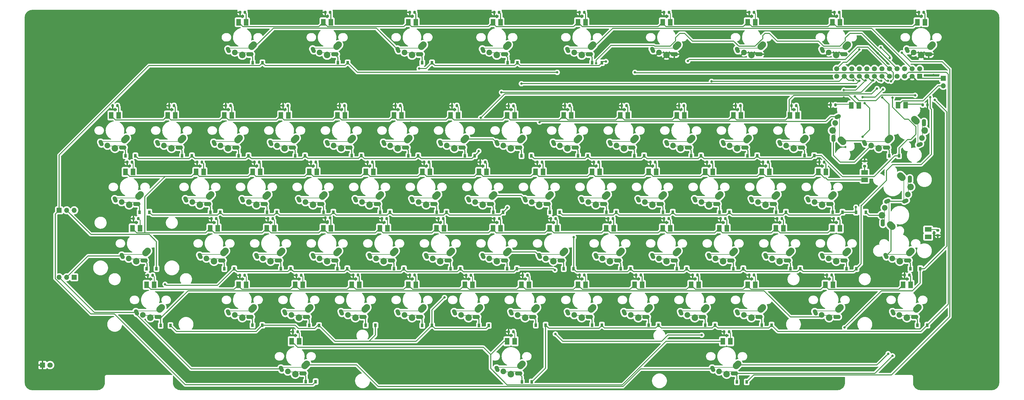
<source format=gbr>
G04 #@! TF.GenerationSoftware,KiCad,Pcbnew,(6.0.10)*
G04 #@! TF.CreationDate,2023-01-22T18:02:12-08:00*
G04 #@! TF.ProjectId,AtariChocXE,41746172-6943-4686-9f63-58452e6b6963,11*
G04 #@! TF.SameCoordinates,Original*
G04 #@! TF.FileFunction,Copper,L1,Top*
G04 #@! TF.FilePolarity,Positive*
%FSLAX46Y46*%
G04 Gerber Fmt 4.6, Leading zero omitted, Abs format (unit mm)*
G04 Created by KiCad (PCBNEW (6.0.10)) date 2023-01-22 18:02:12*
%MOMM*%
%LPD*%
G01*
G04 APERTURE LIST*
G04 Aperture macros list*
%AMRoundRect*
0 Rectangle with rounded corners*
0 $1 Rounding radius*
0 $2 $3 $4 $5 $6 $7 $8 $9 X,Y pos of 4 corners*
0 Add a 4 corners polygon primitive as box body*
4,1,4,$2,$3,$4,$5,$6,$7,$8,$9,$2,$3,0*
0 Add four circle primitives for the rounded corners*
1,1,$1+$1,$2,$3*
1,1,$1+$1,$4,$5*
1,1,$1+$1,$6,$7*
1,1,$1+$1,$8,$9*
0 Add four rect primitives between the rounded corners*
20,1,$1+$1,$2,$3,$4,$5,0*
20,1,$1+$1,$4,$5,$6,$7,0*
20,1,$1+$1,$6,$7,$8,$9,0*
20,1,$1+$1,$8,$9,$2,$3,0*%
%AMHorizOval*
0 Thick line with rounded ends*
0 $1 width*
0 $2 $3 position (X,Y) of the first rounded end (center of the circle)*
0 $4 $5 position (X,Y) of the second rounded end (center of the circle)*
0 Add line between two ends*
20,1,$1,$2,$3,$4,$5,0*
0 Add two circle primitives to create the rounded ends*
1,1,$1,$2,$3*
1,1,$1,$4,$5*%
G04 Aperture macros list end*
G04 #@! TA.AperFunction,ComponentPad*
%ADD10R,1.800000X1.800000*%
G04 #@! TD*
G04 #@! TA.AperFunction,ComponentPad*
%ADD11C,1.800000*%
G04 #@! TD*
G04 #@! TA.AperFunction,SMDPad,CuDef*
%ADD12R,6.832600X0.228600*%
G04 #@! TD*
G04 #@! TA.AperFunction,ComponentPad*
%ADD13HorizOval,2.200000X-0.353553X-0.353553X0.353553X0.353553X0*%
G04 #@! TD*
G04 #@! TA.AperFunction,ComponentPad*
%ADD14HorizOval,1.400000X-0.169047X0.362523X0.169047X-0.362523X0*%
G04 #@! TD*
G04 #@! TA.AperFunction,SMDPad,CuDef*
%ADD15R,1.312000X0.254000*%
G04 #@! TD*
G04 #@! TA.AperFunction,ComponentPad*
%ADD16C,1.900000*%
G04 #@! TD*
G04 #@! TA.AperFunction,ComponentPad*
%ADD17O,2.500000X1.400000*%
G04 #@! TD*
G04 #@! TA.AperFunction,SMDPad,CuDef*
%ADD18R,1.758000X0.284000*%
G04 #@! TD*
G04 #@! TA.AperFunction,ComponentPad*
%ADD19C,2.200000*%
G04 #@! TD*
G04 #@! TA.AperFunction,ComponentPad*
%ADD20R,1.500000X2.300000*%
G04 #@! TD*
G04 #@! TA.AperFunction,ComponentPad*
%ADD21R,2.300000X1.500000*%
G04 #@! TD*
G04 #@! TA.AperFunction,ComponentPad*
%ADD22HorizOval,1.400000X-0.362523X-0.169047X0.362523X0.169047X0*%
G04 #@! TD*
G04 #@! TA.AperFunction,ComponentPad*
%ADD23HorizOval,2.200000X0.353553X-0.353553X-0.353553X0.353553X0*%
G04 #@! TD*
G04 #@! TA.AperFunction,SMDPad,CuDef*
%ADD24R,0.228600X6.832600*%
G04 #@! TD*
G04 #@! TA.AperFunction,ComponentPad*
%ADD25O,1.400000X2.500000*%
G04 #@! TD*
G04 #@! TA.AperFunction,SMDPad,CuDef*
%ADD26R,0.254000X1.312000*%
G04 #@! TD*
G04 #@! TA.AperFunction,SMDPad,CuDef*
%ADD27R,0.284000X1.758000*%
G04 #@! TD*
G04 #@! TA.AperFunction,ComponentPad*
%ADD28HorizOval,2.200000X-0.353553X0.353553X0.353553X-0.353553X0*%
G04 #@! TD*
G04 #@! TA.AperFunction,ComponentPad*
%ADD29HorizOval,1.400000X0.362523X0.169047X-0.362523X-0.169047X0*%
G04 #@! TD*
G04 #@! TA.AperFunction,SMDPad,CuDef*
%ADD30RoundRect,0.200000X0.200000X0.275000X-0.200000X0.275000X-0.200000X-0.275000X0.200000X-0.275000X0*%
G04 #@! TD*
G04 #@! TA.AperFunction,SMDPad,CuDef*
%ADD31R,0.900000X1.200000*%
G04 #@! TD*
G04 #@! TA.AperFunction,ComponentPad*
%ADD32R,1.700000X1.700000*%
G04 #@! TD*
G04 #@! TA.AperFunction,ComponentPad*
%ADD33O,1.700000X1.700000*%
G04 #@! TD*
G04 #@! TA.AperFunction,SMDPad,CuDef*
%ADD34RoundRect,0.200000X-0.200000X-0.275000X0.200000X-0.275000X0.200000X0.275000X-0.200000X0.275000X0*%
G04 #@! TD*
G04 #@! TA.AperFunction,SMDPad,CuDef*
%ADD35RoundRect,0.200000X0.275000X-0.200000X0.275000X0.200000X-0.275000X0.200000X-0.275000X-0.200000X0*%
G04 #@! TD*
G04 #@! TA.AperFunction,SMDPad,CuDef*
%ADD36RoundRect,0.200000X-0.275000X0.200000X-0.275000X-0.200000X0.275000X-0.200000X0.275000X0.200000X0*%
G04 #@! TD*
G04 #@! TA.AperFunction,ComponentPad*
%ADD37RoundRect,0.250000X0.600000X-0.600000X0.600000X0.600000X-0.600000X0.600000X-0.600000X-0.600000X0*%
G04 #@! TD*
G04 #@! TA.AperFunction,ComponentPad*
%ADD38C,1.700000*%
G04 #@! TD*
G04 #@! TA.AperFunction,ViaPad*
%ADD39C,0.800000*%
G04 #@! TD*
G04 #@! TA.AperFunction,Conductor*
%ADD40C,0.304800*%
G04 #@! TD*
G04 #@! TA.AperFunction,Conductor*
%ADD41C,0.250000*%
G04 #@! TD*
G04 APERTURE END LIST*
D10*
X29360000Y-143200000D03*
D11*
X31900000Y-143200000D03*
D12*
X85878300Y-105843000D03*
D13*
X90597500Y-105030000D03*
D14*
X82397500Y-106410000D03*
D15*
X85827500Y-107367000D03*
D16*
X84557500Y-107240000D03*
D17*
X89697500Y-107910000D03*
D18*
X88357500Y-107352000D03*
D19*
X87097500Y-108160000D03*
D20*
X88367500Y-97080000D03*
X85827500Y-97080000D03*
D14*
X168122500Y-125460000D03*
D12*
X171603300Y-124893000D03*
D13*
X176322500Y-124080000D03*
D19*
X172822500Y-127210000D03*
D15*
X171552500Y-126417000D03*
D16*
X170282500Y-126290000D03*
D18*
X174082500Y-126402000D03*
D17*
X175422500Y-126960000D03*
D20*
X174092500Y-116130000D03*
X171552500Y-116130000D03*
D12*
X133503300Y-124893000D03*
D13*
X138222500Y-124080000D03*
D14*
X130022500Y-125460000D03*
D16*
X132182500Y-126290000D03*
D17*
X137322500Y-126960000D03*
D15*
X133452500Y-126417000D03*
D18*
X135982500Y-126402000D03*
D19*
X134722500Y-127210000D03*
D20*
X135992500Y-116130000D03*
X133452500Y-116130000D03*
D12*
X228753300Y-124893000D03*
D14*
X225272500Y-125460000D03*
D13*
X233472500Y-124080000D03*
D19*
X229972500Y-127210000D03*
D16*
X227432500Y-126290000D03*
D18*
X231232500Y-126402000D03*
D15*
X228702500Y-126417000D03*
D17*
X232572500Y-126960000D03*
D20*
X231242500Y-116130000D03*
X228702500Y-116130000D03*
D13*
X321578750Y-105030000D03*
D12*
X316859550Y-105843000D03*
D14*
X313378750Y-106410000D03*
D18*
X319338750Y-107352000D03*
D15*
X316808750Y-107367000D03*
D16*
X315538750Y-107240000D03*
D19*
X318078750Y-108160000D03*
D17*
X320678750Y-107910000D03*
D21*
X327603750Y-97397500D03*
X327603750Y-99937500D03*
D12*
X113262675Y-143943000D03*
D13*
X117981875Y-143130000D03*
D14*
X109781875Y-144510000D03*
D17*
X117081875Y-146010000D03*
D16*
X111941875Y-145340000D03*
D19*
X114481875Y-146260000D03*
D15*
X113211875Y-145467000D03*
D18*
X115741875Y-145452000D03*
D20*
X115751875Y-135180000D03*
X113211875Y-135180000D03*
D13*
X128697500Y-105030000D03*
D12*
X123978300Y-105843000D03*
D14*
X120497500Y-106410000D03*
D18*
X126457500Y-107352000D03*
D19*
X125197500Y-108160000D03*
D15*
X123927500Y-107367000D03*
D16*
X122657500Y-107240000D03*
D17*
X127797500Y-107910000D03*
D20*
X126467500Y-97080000D03*
X123927500Y-97080000D03*
D13*
X147747500Y-105030000D03*
D12*
X143028300Y-105843000D03*
D14*
X139547500Y-106410000D03*
D17*
X146847500Y-107910000D03*
D15*
X142977500Y-107367000D03*
D16*
X141707500Y-107240000D03*
D18*
X145507500Y-107352000D03*
D19*
X144247500Y-108160000D03*
D20*
X145517500Y-97080000D03*
X142977500Y-97080000D03*
D14*
X158597500Y-106410000D03*
D13*
X166797500Y-105030000D03*
D12*
X162078300Y-105843000D03*
D16*
X160757500Y-107240000D03*
D19*
X163297500Y-108160000D03*
D18*
X164557500Y-107352000D03*
D17*
X165897500Y-107910000D03*
D15*
X162027500Y-107367000D03*
D20*
X164567500Y-97080000D03*
X162027500Y-97080000D03*
D13*
X185847500Y-105030000D03*
D12*
X181128300Y-105843000D03*
D14*
X177647500Y-106410000D03*
D17*
X184947500Y-107910000D03*
D16*
X179807500Y-107240000D03*
D18*
X183607500Y-107352000D03*
D15*
X181077500Y-107367000D03*
D19*
X182347500Y-108160000D03*
D20*
X183617500Y-97080000D03*
X181077500Y-97080000D03*
D14*
X206222500Y-36860000D03*
D12*
X209703300Y-36293000D03*
D13*
X214422500Y-35480000D03*
D19*
X210922500Y-38610000D03*
D17*
X213522500Y-38360000D03*
D18*
X212182500Y-37802000D03*
D16*
X208382500Y-37690000D03*
D15*
X209652500Y-37817000D03*
D20*
X212192500Y-27530000D03*
X209652500Y-27530000D03*
D12*
X319240800Y-124893000D03*
D14*
X315760000Y-125460000D03*
D13*
X323960000Y-124080000D03*
D15*
X319190000Y-126417000D03*
D19*
X320460000Y-127210000D03*
D16*
X317920000Y-126290000D03*
D18*
X321720000Y-126402000D03*
D17*
X323060000Y-126960000D03*
D20*
X321730000Y-116130000D03*
X319190000Y-116130000D03*
D13*
X204897500Y-105030000D03*
D14*
X196697500Y-106410000D03*
D12*
X200178300Y-105843000D03*
D16*
X198857500Y-107240000D03*
D18*
X202657500Y-107352000D03*
D17*
X203997500Y-107910000D03*
D19*
X201397500Y-108160000D03*
D15*
X200127500Y-107367000D03*
D20*
X202667500Y-97080000D03*
X200127500Y-97080000D03*
D13*
X223947500Y-105030000D03*
D12*
X219228300Y-105843000D03*
D14*
X215747500Y-106410000D03*
D17*
X223047500Y-107910000D03*
D16*
X217907500Y-107240000D03*
D19*
X220447500Y-108160000D03*
D18*
X221707500Y-107352000D03*
D15*
X219177500Y-107367000D03*
D20*
X221717500Y-97080000D03*
X219177500Y-97080000D03*
D13*
X242997500Y-105030000D03*
D14*
X234797500Y-106410000D03*
D12*
X238278300Y-105843000D03*
D16*
X236957500Y-107240000D03*
D18*
X240757500Y-107352000D03*
D19*
X239497500Y-108160000D03*
D15*
X238227500Y-107367000D03*
D17*
X242097500Y-107910000D03*
D20*
X240767500Y-97080000D03*
X238227500Y-97080000D03*
D14*
X60966250Y-125460000D03*
D12*
X64447050Y-124893000D03*
D13*
X69166250Y-124080000D03*
D18*
X66926250Y-126402000D03*
D19*
X65666250Y-127210000D03*
D17*
X68266250Y-126960000D03*
D16*
X63126250Y-126290000D03*
D15*
X64396250Y-126417000D03*
D20*
X66936250Y-116130000D03*
X64396250Y-116130000D03*
D14*
X206222500Y-125460000D03*
D12*
X209703300Y-124893000D03*
D13*
X214422500Y-124080000D03*
D16*
X208382500Y-126290000D03*
D17*
X213522500Y-126960000D03*
D18*
X212182500Y-126402000D03*
D15*
X209652500Y-126417000D03*
D19*
X210922500Y-127210000D03*
D20*
X212192500Y-116130000D03*
X209652500Y-116130000D03*
D12*
X190653300Y-124893000D03*
D13*
X195372500Y-124080000D03*
D14*
X187172500Y-125460000D03*
D15*
X190602500Y-126417000D03*
D19*
X191872500Y-127210000D03*
D16*
X189332500Y-126290000D03*
D18*
X193132500Y-126402000D03*
D17*
X194472500Y-126960000D03*
D20*
X193142500Y-116130000D03*
X190602500Y-116130000D03*
D12*
X295440800Y-36293000D03*
D14*
X291960000Y-36860000D03*
D13*
X300160000Y-35480000D03*
D17*
X299260000Y-38360000D03*
D18*
X297920000Y-37802000D03*
D19*
X296660000Y-38610000D03*
D16*
X294120000Y-37690000D03*
D15*
X295390000Y-37817000D03*
D20*
X297930000Y-27530000D03*
X295390000Y-27530000D03*
D13*
X252522500Y-124080000D03*
D12*
X247803300Y-124893000D03*
D14*
X244322500Y-125460000D03*
D18*
X250282500Y-126402000D03*
D15*
X247752500Y-126417000D03*
D17*
X251622500Y-126960000D03*
D19*
X249022500Y-127210000D03*
D16*
X246482500Y-126290000D03*
D20*
X250292500Y-116130000D03*
X247752500Y-116130000D03*
D14*
X272897500Y-106410000D03*
D13*
X281097500Y-105030000D03*
D12*
X276378300Y-105843000D03*
D15*
X276327500Y-107367000D03*
D16*
X275057500Y-107240000D03*
D18*
X278857500Y-107352000D03*
D17*
X280197500Y-107910000D03*
D19*
X277597500Y-108160000D03*
D20*
X278867500Y-97080000D03*
X276327500Y-97080000D03*
D14*
X289566250Y-125460000D03*
D12*
X293047050Y-124893000D03*
D13*
X297766250Y-124080000D03*
D19*
X294266250Y-127210000D03*
D18*
X295526250Y-126402000D03*
D15*
X292996250Y-126417000D03*
D16*
X291726250Y-126290000D03*
D17*
X296866250Y-126960000D03*
D20*
X295536250Y-116130000D03*
X292996250Y-116130000D03*
D14*
X101447500Y-106410000D03*
D12*
X104928300Y-105843000D03*
D13*
X109647500Y-105030000D03*
D18*
X107407500Y-107352000D03*
D19*
X106147500Y-108160000D03*
D16*
X103607500Y-107240000D03*
D15*
X104877500Y-107367000D03*
D17*
X108747500Y-107910000D03*
D20*
X107417500Y-97080000D03*
X104877500Y-97080000D03*
D14*
X263372500Y-36860000D03*
D13*
X271572500Y-35480000D03*
D12*
X266853300Y-36293000D03*
D15*
X266802500Y-37817000D03*
D19*
X268072500Y-38610000D03*
D18*
X269332500Y-37802000D03*
D17*
X270672500Y-38360000D03*
D16*
X265532500Y-37690000D03*
D20*
X269342500Y-27530000D03*
X266802500Y-27530000D03*
D13*
X262047500Y-105030000D03*
D12*
X257328300Y-105843000D03*
D14*
X253847500Y-106410000D03*
D17*
X261147500Y-107910000D03*
D19*
X258547500Y-108160000D03*
D16*
X256007500Y-107240000D03*
D15*
X257277500Y-107367000D03*
D18*
X259807500Y-107352000D03*
D20*
X259817500Y-97080000D03*
X257277500Y-97080000D03*
D13*
X271572500Y-124080000D03*
D12*
X266853300Y-124893000D03*
D14*
X263372500Y-125460000D03*
D16*
X265532500Y-126290000D03*
D15*
X266802500Y-126417000D03*
D17*
X270672500Y-126960000D03*
D19*
X268072500Y-127210000D03*
D18*
X269332500Y-126402000D03*
D20*
X269342500Y-116130000D03*
X266802500Y-116130000D03*
D12*
X185890800Y-143943000D03*
D14*
X182410000Y-144510000D03*
D13*
X190610000Y-143130000D03*
D16*
X184570000Y-145340000D03*
D15*
X185840000Y-145467000D03*
D17*
X189710000Y-146010000D03*
D18*
X188370000Y-145452000D03*
D19*
X187110000Y-146260000D03*
D20*
X188380000Y-135180000D03*
X185840000Y-135180000D03*
D13*
X242997500Y-35480000D03*
D14*
X234797500Y-36860000D03*
D12*
X238278300Y-36293000D03*
D17*
X242097500Y-38360000D03*
D16*
X236957500Y-37690000D03*
D15*
X238227500Y-37817000D03*
D18*
X240757500Y-37802000D03*
D19*
X239497500Y-38610000D03*
D20*
X240767500Y-27530000D03*
X238227500Y-27530000D03*
D12*
X152553300Y-124893000D03*
D14*
X149072500Y-125460000D03*
D13*
X157272500Y-124080000D03*
D15*
X152502500Y-126417000D03*
D16*
X151232500Y-126290000D03*
D19*
X153772500Y-127210000D03*
D18*
X155032500Y-126402000D03*
D17*
X156372500Y-126960000D03*
D20*
X155042500Y-116130000D03*
X152502500Y-116130000D03*
D14*
X110972500Y-125460000D03*
D13*
X119172500Y-124080000D03*
D12*
X114453300Y-124893000D03*
D18*
X116932500Y-126402000D03*
D15*
X114402500Y-126417000D03*
D17*
X118272500Y-126960000D03*
D16*
X113132500Y-126290000D03*
D19*
X115672500Y-127210000D03*
D20*
X116942500Y-116130000D03*
X114402500Y-116130000D03*
D12*
X95403300Y-124893000D03*
D14*
X91922500Y-125460000D03*
D13*
X100122500Y-124080000D03*
D17*
X99222500Y-126960000D03*
D16*
X94082500Y-126290000D03*
D18*
X97882500Y-126402000D03*
D15*
X95352500Y-126417000D03*
D19*
X96622500Y-127210000D03*
D20*
X97892500Y-116130000D03*
X95352500Y-116130000D03*
D14*
X96685000Y-87360000D03*
D12*
X100165800Y-86793000D03*
D13*
X104885000Y-85980000D03*
D17*
X103985000Y-88860000D03*
D16*
X98845000Y-88190000D03*
D19*
X101385000Y-89110000D03*
D15*
X100115000Y-88317000D03*
D18*
X102645000Y-88302000D03*
D20*
X102655000Y-78030000D03*
X100115000Y-78030000D03*
D14*
X172885000Y-87360000D03*
D13*
X181085000Y-85980000D03*
D12*
X176365800Y-86793000D03*
D19*
X177585000Y-89110000D03*
D16*
X175045000Y-88190000D03*
D17*
X180185000Y-88860000D03*
D15*
X176315000Y-88317000D03*
D18*
X178845000Y-88302000D03*
D20*
X178855000Y-78030000D03*
X176315000Y-78030000D03*
D13*
X162035000Y-85980000D03*
D14*
X153835000Y-87360000D03*
D12*
X157315800Y-86793000D03*
D16*
X155995000Y-88190000D03*
D17*
X161135000Y-88860000D03*
D15*
X157265000Y-88317000D03*
D19*
X158535000Y-89110000D03*
D18*
X159795000Y-88302000D03*
D20*
X159805000Y-78030000D03*
X157265000Y-78030000D03*
D13*
X200135000Y-85980000D03*
D14*
X191935000Y-87360000D03*
D12*
X195415800Y-86793000D03*
D15*
X195365000Y-88317000D03*
D16*
X194095000Y-88190000D03*
D19*
X196635000Y-89110000D03*
D17*
X199235000Y-88860000D03*
D18*
X197895000Y-88302000D03*
D20*
X197905000Y-78030000D03*
X195365000Y-78030000D03*
D22*
X319947500Y-87810000D03*
D23*
X318567500Y-79610000D03*
D24*
X319380500Y-84329200D03*
D16*
X320777500Y-85650000D03*
D25*
X321447500Y-80510000D03*
D19*
X321697500Y-83110000D03*
D26*
X320904500Y-84380000D03*
D27*
X320889500Y-81850000D03*
D21*
X306172500Y-78188750D03*
X306172500Y-80728750D03*
D13*
X257285000Y-85980000D03*
D14*
X249085000Y-87360000D03*
D12*
X252565800Y-86793000D03*
D16*
X251245000Y-88190000D03*
D19*
X253785000Y-89110000D03*
D18*
X255045000Y-88302000D03*
D17*
X256385000Y-88860000D03*
D15*
X252515000Y-88317000D03*
D20*
X255055000Y-78030000D03*
X252515000Y-78030000D03*
D12*
X81115800Y-86793000D03*
D13*
X85835000Y-85980000D03*
D14*
X77635000Y-87360000D03*
D18*
X83595000Y-88302000D03*
D15*
X81065000Y-88317000D03*
D19*
X82335000Y-89110000D03*
D16*
X79795000Y-88190000D03*
D17*
X84935000Y-88860000D03*
D20*
X83605000Y-78030000D03*
X81065000Y-78030000D03*
D13*
X219185000Y-85980000D03*
D12*
X214465800Y-86793000D03*
D14*
X210985000Y-87360000D03*
D18*
X216945000Y-88302000D03*
D17*
X218285000Y-88860000D03*
D19*
X215685000Y-89110000D03*
D16*
X213145000Y-88190000D03*
D15*
X214415000Y-88317000D03*
D20*
X216955000Y-78030000D03*
X214415000Y-78030000D03*
D14*
X287185000Y-87360000D03*
D13*
X295385000Y-85980000D03*
D12*
X290665800Y-86793000D03*
D19*
X291885000Y-89110000D03*
D16*
X289345000Y-88190000D03*
D17*
X294485000Y-88860000D03*
D18*
X293145000Y-88302000D03*
D15*
X290615000Y-88317000D03*
D20*
X293155000Y-78030000D03*
X290615000Y-78030000D03*
D14*
X268135000Y-87360000D03*
D13*
X276335000Y-85980000D03*
D12*
X271615800Y-86793000D03*
D19*
X272835000Y-89110000D03*
D17*
X275435000Y-88860000D03*
D16*
X270295000Y-88190000D03*
D18*
X274095000Y-88302000D03*
D15*
X271565000Y-88317000D03*
D20*
X274105000Y-78030000D03*
X271565000Y-78030000D03*
D12*
X138265800Y-86793000D03*
D14*
X134785000Y-87360000D03*
D13*
X142985000Y-85980000D03*
D17*
X142085000Y-88860000D03*
D16*
X136945000Y-88190000D03*
D19*
X139485000Y-89110000D03*
D15*
X138215000Y-88317000D03*
D18*
X140745000Y-88302000D03*
D20*
X140755000Y-78030000D03*
X138215000Y-78030000D03*
D14*
X115735000Y-87360000D03*
D12*
X119215800Y-86793000D03*
D13*
X123935000Y-85980000D03*
D16*
X117895000Y-88190000D03*
D18*
X121695000Y-88302000D03*
D17*
X123035000Y-88860000D03*
D15*
X119165000Y-88317000D03*
D19*
X120435000Y-89110000D03*
D20*
X121705000Y-78030000D03*
X119165000Y-78030000D03*
D12*
X233515800Y-86793000D03*
D13*
X238235000Y-85980000D03*
D14*
X230035000Y-87360000D03*
D17*
X237335000Y-88860000D03*
D18*
X235995000Y-88302000D03*
D16*
X232195000Y-88190000D03*
D19*
X234735000Y-89110000D03*
D15*
X233465000Y-88317000D03*
D20*
X236005000Y-78030000D03*
X233465000Y-78030000D03*
D12*
X52540800Y-67743000D03*
D14*
X49060000Y-68310000D03*
D13*
X57260000Y-66930000D03*
D18*
X55020000Y-69252000D03*
D15*
X52490000Y-69267000D03*
D16*
X51220000Y-69140000D03*
D19*
X53760000Y-70060000D03*
D17*
X56360000Y-69810000D03*
D20*
X55030000Y-58980000D03*
X52490000Y-58980000D03*
D12*
X204940800Y-67743000D03*
D14*
X201460000Y-68310000D03*
D13*
X209660000Y-66930000D03*
D15*
X204890000Y-69267000D03*
D16*
X203620000Y-69140000D03*
D19*
X206160000Y-70060000D03*
D17*
X208760000Y-69810000D03*
D18*
X207420000Y-69252000D03*
D20*
X207430000Y-58980000D03*
X204890000Y-58980000D03*
D12*
X166840800Y-67743000D03*
D14*
X163360000Y-68310000D03*
D13*
X171560000Y-66930000D03*
D17*
X170660000Y-69810000D03*
D19*
X168060000Y-70060000D03*
D18*
X169320000Y-69252000D03*
D16*
X165520000Y-69140000D03*
D15*
X166790000Y-69267000D03*
D20*
X169330000Y-58980000D03*
X166790000Y-58980000D03*
D13*
X228710000Y-66930000D03*
D12*
X223990800Y-67743000D03*
D14*
X220510000Y-68310000D03*
D19*
X225210000Y-70060000D03*
D17*
X227810000Y-69810000D03*
D16*
X222670000Y-69140000D03*
D18*
X226470000Y-69252000D03*
D15*
X223940000Y-69267000D03*
D20*
X226480000Y-58980000D03*
X223940000Y-58980000D03*
D13*
X247760000Y-66930000D03*
D14*
X239560000Y-68310000D03*
D12*
X243040800Y-67743000D03*
D16*
X241720000Y-69140000D03*
D17*
X246860000Y-69810000D03*
D15*
X242990000Y-69267000D03*
D18*
X245520000Y-69252000D03*
D19*
X244260000Y-70060000D03*
D20*
X245530000Y-58980000D03*
X242990000Y-58980000D03*
D12*
X147790800Y-67743000D03*
D14*
X144310000Y-68310000D03*
D13*
X152510000Y-66930000D03*
D18*
X150270000Y-69252000D03*
D15*
X147740000Y-69267000D03*
D16*
X146470000Y-69140000D03*
D19*
X149010000Y-70060000D03*
D17*
X151610000Y-69810000D03*
D20*
X150280000Y-58980000D03*
X147740000Y-58980000D03*
D24*
X297727000Y-62840800D03*
D28*
X298540000Y-67560000D03*
D29*
X297160000Y-59360000D03*
D26*
X296203000Y-62790000D03*
D27*
X296218000Y-65320000D03*
D19*
X295410000Y-64060000D03*
D25*
X295660000Y-66660000D03*
D16*
X296330000Y-61520000D03*
D20*
X301722571Y-55556974D03*
X304262571Y-55556974D03*
D13*
X114410000Y-66930000D03*
D14*
X106210000Y-68310000D03*
D12*
X109690800Y-67743000D03*
D18*
X112170000Y-69252000D03*
D17*
X113510000Y-69810000D03*
D15*
X109640000Y-69267000D03*
D16*
X108370000Y-69140000D03*
D19*
X110910000Y-70060000D03*
D20*
X112180000Y-58980000D03*
X109640000Y-58980000D03*
D14*
X277660000Y-68310000D03*
D12*
X281140800Y-67743000D03*
D13*
X285860000Y-66930000D03*
D16*
X279820000Y-69140000D03*
D18*
X283620000Y-69252000D03*
D19*
X282360000Y-70060000D03*
D17*
X284960000Y-69810000D03*
D15*
X281090000Y-69267000D03*
D20*
X283630000Y-58980000D03*
X281090000Y-58980000D03*
D13*
X133460000Y-66930000D03*
D14*
X125260000Y-68310000D03*
D12*
X128740800Y-67743000D03*
D18*
X131220000Y-69252000D03*
D17*
X132560000Y-69810000D03*
D16*
X127420000Y-69140000D03*
D15*
X128690000Y-69267000D03*
D19*
X129960000Y-70060000D03*
D20*
X131230000Y-58980000D03*
X128690000Y-58980000D03*
D13*
X76310000Y-66930000D03*
D14*
X68110000Y-68310000D03*
D12*
X71590800Y-67743000D03*
D18*
X74070000Y-69252000D03*
D19*
X72810000Y-70060000D03*
D16*
X70270000Y-69140000D03*
D17*
X75410000Y-69810000D03*
D15*
X71540000Y-69267000D03*
D20*
X74080000Y-58980000D03*
X71540000Y-58980000D03*
D13*
X266810000Y-66930000D03*
D12*
X262090800Y-67743000D03*
D14*
X258610000Y-68310000D03*
D15*
X262040000Y-69267000D03*
D16*
X260770000Y-69140000D03*
D19*
X263310000Y-70060000D03*
D18*
X264570000Y-69252000D03*
D17*
X265910000Y-69810000D03*
D20*
X264580000Y-58980000D03*
X262040000Y-58980000D03*
D22*
X324710000Y-68760000D03*
D23*
X323330000Y-60560000D03*
D24*
X324143000Y-65279200D03*
D26*
X325667000Y-65330000D03*
D16*
X325540000Y-66600000D03*
D19*
X326460000Y-64060000D03*
D25*
X326210000Y-61460000D03*
D27*
X325652000Y-62800000D03*
D20*
X320017991Y-55530861D03*
X317477991Y-55530861D03*
D13*
X95360000Y-66930000D03*
D14*
X87160000Y-68310000D03*
D12*
X90640800Y-67743000D03*
D17*
X94460000Y-69810000D03*
D19*
X91860000Y-70060000D03*
D16*
X89320000Y-69140000D03*
D15*
X90590000Y-69267000D03*
D18*
X93120000Y-69252000D03*
D20*
X93130000Y-58980000D03*
X90590000Y-58980000D03*
D12*
X185890800Y-67743000D03*
D14*
X182410000Y-68310000D03*
D13*
X190610000Y-66930000D03*
D19*
X187110000Y-70060000D03*
D16*
X184570000Y-69140000D03*
D17*
X189710000Y-69810000D03*
D18*
X188370000Y-69252000D03*
D15*
X185840000Y-69267000D03*
D20*
X188380000Y-58980000D03*
X185840000Y-58980000D03*
D13*
X62022500Y-85980000D03*
D14*
X53822500Y-87360000D03*
D12*
X57303300Y-86793000D03*
D15*
X57252500Y-88317000D03*
D18*
X59782500Y-88302000D03*
D19*
X58522500Y-89110000D03*
D16*
X55982500Y-88190000D03*
D17*
X61122500Y-88860000D03*
D20*
X59792500Y-78030000D03*
X57252500Y-78030000D03*
D12*
X295428300Y-105843000D03*
D14*
X291947500Y-106410000D03*
D13*
X300147500Y-105030000D03*
D18*
X297907500Y-107352000D03*
D19*
X296647500Y-108160000D03*
D16*
X294107500Y-107240000D03*
D15*
X295377500Y-107367000D03*
D17*
X299247500Y-107910000D03*
D20*
X297917500Y-97080000D03*
X295377500Y-97080000D03*
D30*
X187935000Y-55725625D03*
X186285000Y-55725625D03*
D13*
X100122500Y-35480000D03*
D12*
X95403300Y-36293000D03*
D14*
X91922500Y-36860000D03*
D19*
X96622500Y-38610000D03*
D18*
X97882500Y-37802000D03*
D15*
X95352500Y-37817000D03*
D16*
X94082500Y-37690000D03*
D17*
X99222500Y-38360000D03*
D20*
X97892500Y-27530000D03*
X95352500Y-27530000D03*
D12*
X123978300Y-36293000D03*
D13*
X128697500Y-35480000D03*
D14*
X120497500Y-36860000D03*
D17*
X127797500Y-38360000D03*
D19*
X125197500Y-38610000D03*
D16*
X122657500Y-37690000D03*
D18*
X126457500Y-37802000D03*
D15*
X123927500Y-37817000D03*
D20*
X126467500Y-27530000D03*
X123927500Y-27530000D03*
D12*
X152553300Y-36293000D03*
D14*
X149072500Y-36860000D03*
D13*
X157272500Y-35480000D03*
D15*
X152502500Y-37817000D03*
D17*
X156372500Y-38360000D03*
D18*
X155032500Y-37802000D03*
D19*
X153772500Y-38610000D03*
D16*
X151232500Y-37690000D03*
D20*
X155042500Y-27530000D03*
X152502500Y-27530000D03*
D13*
X185847500Y-35480000D03*
D14*
X177647500Y-36860000D03*
D12*
X181128300Y-36293000D03*
D18*
X183607500Y-37802000D03*
D16*
X179807500Y-37690000D03*
D15*
X181077500Y-37817000D03*
D19*
X182347500Y-38610000D03*
D17*
X184947500Y-38360000D03*
D20*
X183617500Y-27530000D03*
X181077500Y-27530000D03*
D31*
X67729000Y-110669000D03*
X64429000Y-110669000D03*
D32*
X40029000Y-113590000D03*
D33*
X37489000Y-113590000D03*
X34949000Y-113590000D03*
D32*
X34964000Y-90984000D03*
D33*
X37504000Y-90984000D03*
X40044000Y-90984000D03*
D30*
X168885000Y-55678000D03*
X167235000Y-55678000D03*
X197587000Y-74728000D03*
X195937000Y-74728000D03*
X97511000Y-24182000D03*
X95861000Y-24182000D03*
X192697500Y-112875625D03*
X191047500Y-112875625D03*
X154661000Y-24182000D03*
X153011000Y-24182000D03*
X183172500Y-93778000D03*
X181522500Y-93778000D03*
X187935000Y-131925625D03*
X186285000Y-131925625D03*
X211811000Y-24182000D03*
X210161000Y-24182000D03*
X206922000Y-55678000D03*
X205272000Y-55678000D03*
X149835000Y-55678000D03*
X148185000Y-55678000D03*
X216637000Y-74728000D03*
X214987000Y-74728000D03*
X159487000Y-74728000D03*
X157837000Y-74728000D03*
X221463000Y-93778000D03*
X219813000Y-93778000D03*
X164313000Y-93778000D03*
X162663000Y-93778000D03*
X211811000Y-112828000D03*
X210161000Y-112828000D03*
X173647500Y-112875625D03*
X171997500Y-112875625D03*
X226035000Y-55678000D03*
X224385000Y-55678000D03*
X131039000Y-55678000D03*
X129389000Y-55678000D03*
X235687000Y-74728000D03*
X234037000Y-74728000D03*
X140437000Y-74728000D03*
X138787000Y-74728000D03*
X240259000Y-93778000D03*
X238609000Y-93778000D03*
X145263000Y-93778000D03*
X143613000Y-93778000D03*
X230861000Y-112828000D03*
X229211000Y-112828000D03*
X154661000Y-112828000D03*
X153011000Y-112828000D03*
X245339000Y-55678000D03*
X243689000Y-55678000D03*
X111989000Y-55678000D03*
X110339000Y-55678000D03*
X254737000Y-74728000D03*
X253087000Y-74728000D03*
X121387000Y-74728000D03*
X119737000Y-74728000D03*
X259309000Y-93778000D03*
X257659000Y-93778000D03*
X126213000Y-93524000D03*
X124563000Y-93524000D03*
X249911000Y-112828000D03*
X248261000Y-112828000D03*
X135611000Y-112828000D03*
X133961000Y-112828000D03*
X264389000Y-55678000D03*
X262739000Y-55678000D03*
X273660000Y-74728000D03*
X272010000Y-74728000D03*
X102337000Y-74728000D03*
X100687000Y-74728000D03*
X278359000Y-93778000D03*
X276709000Y-93778000D03*
X106909000Y-93778000D03*
X105259000Y-93778000D03*
X268961000Y-112828000D03*
X267311000Y-112828000D03*
X116497500Y-112875625D03*
X114847500Y-112875625D03*
X73635000Y-55678000D03*
X71985000Y-55678000D03*
X292583000Y-74728000D03*
X290933000Y-74728000D03*
X83033000Y-74728000D03*
X81383000Y-74728000D03*
X297409000Y-93778000D03*
X295759000Y-93778000D03*
X87859000Y-93778000D03*
X86209000Y-93778000D03*
X321285000Y-112828000D03*
X319635000Y-112828000D03*
X97447500Y-112875625D03*
X95797500Y-112875625D03*
X296393000Y-55424000D03*
X294743000Y-55424000D03*
D34*
X52935000Y-55678000D03*
X54585000Y-55678000D03*
D35*
X306236000Y-76061000D03*
X306236000Y-74411000D03*
D30*
X59502000Y-74728000D03*
X57852000Y-74728000D03*
X126213000Y-24182000D03*
X124563000Y-24182000D03*
D36*
X330874000Y-97779000D03*
X330874000Y-99429000D03*
D34*
X325731000Y-55424000D03*
X327381000Y-55424000D03*
D30*
X115306875Y-131925625D03*
X113656875Y-131925625D03*
X240322500Y-24182000D03*
X238672500Y-24182000D03*
X268961000Y-24182000D03*
X267311000Y-24182000D03*
X297663000Y-24182000D03*
X296013000Y-24182000D03*
X326111000Y-24182000D03*
X324461000Y-24182000D03*
X178410000Y-74728000D03*
X176760000Y-74728000D03*
X202159000Y-93778000D03*
X200509000Y-93778000D03*
X92685000Y-55678000D03*
X91035000Y-55678000D03*
X283185000Y-55678000D03*
X281535000Y-55678000D03*
X183109000Y-24182000D03*
X181459000Y-24182000D03*
X295123000Y-112828000D03*
X293473000Y-112828000D03*
D14*
X320522500Y-36860000D03*
D13*
X328722500Y-35480000D03*
D12*
X324003300Y-36293000D03*
D15*
X323952500Y-37817000D03*
D19*
X325222500Y-38610000D03*
D18*
X326482500Y-37802000D03*
D16*
X322682500Y-37690000D03*
D17*
X327822500Y-38360000D03*
D20*
X326492500Y-27530000D03*
X323952500Y-27530000D03*
D30*
X66459742Y-112875625D03*
X64809742Y-112875625D03*
X61634000Y-93778000D03*
X59984000Y-93778000D03*
D34*
X258913125Y-131925625D03*
X260563125Y-131925625D03*
D32*
X332683000Y-46477000D03*
D33*
X332683000Y-49017000D03*
D31*
X141462000Y-129792000D03*
X138162000Y-129792000D03*
X251117000Y-72569000D03*
X247817000Y-72569000D03*
X303316000Y-91619000D03*
X306616000Y-91619000D03*
X208191000Y-110669000D03*
X204891000Y-110669000D03*
X117767000Y-72569000D03*
X114467000Y-72569000D03*
X279692000Y-91619000D03*
X276392000Y-91619000D03*
D14*
X306235000Y-68310000D03*
D12*
X309715800Y-67743000D03*
D13*
X314435000Y-66930000D03*
D17*
X313535000Y-69810000D03*
D18*
X312195000Y-69252000D03*
D15*
X309665000Y-69267000D03*
D19*
X310935000Y-70060000D03*
D16*
X308395000Y-69140000D03*
D31*
X93891000Y-110669000D03*
X90591000Y-110669000D03*
X265341000Y-110669000D03*
X262041000Y-110669000D03*
D13*
X64403750Y-105030000D03*
D14*
X56203750Y-106410000D03*
D12*
X59684550Y-105843000D03*
D16*
X58363750Y-107240000D03*
D18*
X62163750Y-107352000D03*
D15*
X59633750Y-107367000D03*
D19*
X60903750Y-108160000D03*
D17*
X63503750Y-107910000D03*
D20*
X62173750Y-97080000D03*
X59633750Y-97080000D03*
D31*
X270040000Y-72569000D03*
X266740000Y-72569000D03*
X260642000Y-91619000D03*
X257342000Y-91619000D03*
X284518000Y-110669000D03*
X281218000Y-110669000D03*
X324904000Y-110669000D03*
X321604000Y-110669000D03*
X193967000Y-72569000D03*
X190667000Y-72569000D03*
X131991000Y-110669000D03*
X128691000Y-110669000D03*
X189268000Y-41200000D03*
X185968000Y-41200000D03*
X298742000Y-91619000D03*
X295442000Y-91619000D03*
X266484000Y-148896000D03*
X263184000Y-148896000D03*
X121323000Y-148769000D03*
X118023000Y-148769000D03*
X103362000Y-129792000D03*
X100062000Y-129792000D03*
X184442000Y-91619000D03*
X181142000Y-91619000D03*
X103416000Y-41200000D03*
X100116000Y-41200000D03*
X165392000Y-91619000D03*
X162092000Y-91619000D03*
X179616000Y-129846000D03*
X176316000Y-129846000D03*
X174917000Y-72569000D03*
X171617000Y-72569000D03*
X89192000Y-91619000D03*
X85892000Y-91619000D03*
X213017000Y-72588000D03*
X209717000Y-72588000D03*
X151041000Y-110669000D03*
X147741000Y-110669000D03*
X122478000Y-129846000D03*
X119178000Y-129846000D03*
X317784000Y-72642000D03*
X314484000Y-72642000D03*
X198770000Y-129719000D03*
X195470000Y-129719000D03*
X65316000Y-91619000D03*
X62016000Y-91619000D03*
X160516000Y-41200000D03*
X157216000Y-41200000D03*
X72428000Y-129846000D03*
X69128000Y-129846000D03*
X160528000Y-129846000D03*
X157228000Y-129846000D03*
D24*
X314395750Y-91415800D03*
D28*
X315208750Y-96135000D03*
D29*
X313828750Y-87935000D03*
D26*
X312871750Y-91365000D03*
D25*
X312328750Y-95235000D03*
D19*
X312078750Y-92635000D03*
D27*
X312886750Y-93895000D03*
D16*
X312998750Y-90095000D03*
D31*
X274866000Y-129719000D03*
X271566000Y-129719000D03*
X189141000Y-110669000D03*
X185841000Y-110669000D03*
X303441000Y-110669000D03*
X300141000Y-110669000D03*
D13*
X263238125Y-143130000D03*
D12*
X258518925Y-143943000D03*
D14*
X255038125Y-144510000D03*
D15*
X258468125Y-145467000D03*
D18*
X260998125Y-145452000D03*
D19*
X259738125Y-146260000D03*
D16*
X257198125Y-145340000D03*
D17*
X262338125Y-146010000D03*
D20*
X261008125Y-135180000D03*
X258468125Y-135180000D03*
D31*
X289244000Y-72496000D03*
X285944000Y-72496000D03*
X146342000Y-91619000D03*
X143042000Y-91619000D03*
X246291000Y-110669000D03*
X242991000Y-110669000D03*
X112940000Y-110669000D03*
X109640000Y-110669000D03*
X132118000Y-41200000D03*
X128818000Y-41200000D03*
X108242000Y-91619000D03*
X104942000Y-91619000D03*
X231940000Y-72569000D03*
X228640000Y-72569000D03*
X241592000Y-91619000D03*
X238292000Y-91619000D03*
X227368000Y-110669000D03*
X224068000Y-110669000D03*
X236766000Y-129719000D03*
X233466000Y-129719000D03*
X98717000Y-72569000D03*
X95417000Y-72569000D03*
X79667000Y-72569000D03*
X76367000Y-72569000D03*
X217716000Y-129719000D03*
X214416000Y-129719000D03*
X60617000Y-72569000D03*
X57317000Y-72569000D03*
X203492000Y-91619000D03*
X200192000Y-91619000D03*
X155867000Y-72569000D03*
X152567000Y-72569000D03*
X327317000Y-129719000D03*
X324017000Y-129719000D03*
X255816000Y-129719000D03*
X252516000Y-129719000D03*
X222542000Y-91619000D03*
X219242000Y-91619000D03*
X127292000Y-91619000D03*
X123992000Y-91619000D03*
X136740000Y-72515000D03*
X133440000Y-72515000D03*
X170091000Y-110669000D03*
X166791000Y-110669000D03*
X194094000Y-148896000D03*
X190794000Y-148896000D03*
X217716000Y-41200000D03*
X214416000Y-41200000D03*
D37*
X324778000Y-45772000D03*
D38*
X324778000Y-43232000D03*
X322238000Y-45772000D03*
X322238000Y-43232000D03*
X319698000Y-45772000D03*
X319698000Y-43232000D03*
X317158000Y-45772000D03*
X317158000Y-43232000D03*
X314618000Y-45772000D03*
X314618000Y-43232000D03*
X312078000Y-45772000D03*
X312078000Y-43232000D03*
X309538000Y-45772000D03*
X309538000Y-43232000D03*
X306998000Y-45772000D03*
X306998000Y-43232000D03*
X304458000Y-45772000D03*
X304458000Y-43232000D03*
X301918000Y-45772000D03*
X301918000Y-43232000D03*
X299378000Y-45772000D03*
X299378000Y-43232000D03*
X296838000Y-45772000D03*
X296838000Y-43232000D03*
D39*
X315595000Y-50546000D03*
X299212000Y-52959000D03*
X310007000Y-114681000D03*
X305435000Y-34163000D03*
X283083000Y-87503000D03*
X148463000Y-132715000D03*
X278892000Y-116205000D03*
X291084000Y-67310000D03*
X91694000Y-115951000D03*
X214630000Y-30226000D03*
X219583000Y-121285000D03*
X206883000Y-119253000D03*
X198247000Y-34925000D03*
X276860000Y-126492000D03*
X205359000Y-75057000D03*
X309118000Y-124968000D03*
X243459000Y-86868000D03*
X233807000Y-65913000D03*
X322326000Y-67945000D03*
X272161000Y-64897000D03*
X285750000Y-31877000D03*
X327152000Y-69215000D03*
X267081000Y-103632000D03*
X331216000Y-35179000D03*
X157099000Y-49276000D03*
X175895000Y-93980000D03*
X332740000Y-54356000D03*
X288671000Y-94234000D03*
X238506000Y-121793000D03*
X279781000Y-121539000D03*
X276225000Y-30861000D03*
X228600000Y-94107000D03*
X133604000Y-103886000D03*
X281940000Y-25781000D03*
X46228000Y-76708000D03*
X114173000Y-94107000D03*
X328295000Y-42799000D03*
X117983000Y-138557000D03*
X110109000Y-86614000D03*
X262636000Y-87376000D03*
X143256000Y-113284000D03*
X224409000Y-84963000D03*
X214884000Y-65278000D03*
X206502000Y-93980000D03*
X129286000Y-93853000D03*
X129032000Y-75057000D03*
X155194000Y-144272000D03*
X332105000Y-60960000D03*
X247015000Y-94107000D03*
X257556000Y-114554000D03*
X316738000Y-110871000D03*
X329438000Y-55626000D03*
X62611000Y-80772000D03*
X307467000Y-38735000D03*
X282575000Y-139827000D03*
X310642000Y-37973000D03*
X321310000Y-50673000D03*
X309499000Y-89027000D03*
X312547000Y-78232000D03*
X329438000Y-45339000D03*
X326263000Y-72644000D03*
X228473000Y-32766000D03*
X319913000Y-72771000D03*
X171704000Y-103124000D03*
X325882000Y-58674000D03*
X52959000Y-110363000D03*
X91186000Y-86995000D03*
X152781000Y-103378000D03*
X124206000Y-112903000D03*
X209931000Y-103124000D03*
X285877000Y-53467000D03*
X167259000Y-75057000D03*
X243332000Y-75184000D03*
X110744000Y-26035000D03*
X313944000Y-41402000D03*
X145034000Y-30734000D03*
X302641000Y-35052000D03*
X239014000Y-139700000D03*
X100838000Y-64770000D03*
X72898000Y-104267000D03*
X295656000Y-79248000D03*
X306197000Y-144526000D03*
X307848000Y-98679000D03*
X168275000Y-25654000D03*
X257556000Y-121412000D03*
X330708000Y-47752000D03*
X148336000Y-86233000D03*
X114808000Y-103886000D03*
X264287000Y-75692000D03*
X110109000Y-75057000D03*
X300355000Y-100457000D03*
X191135000Y-107950000D03*
X197739000Y-25527000D03*
X157607000Y-70358000D03*
X78994000Y-94107000D03*
X304419000Y-121412000D03*
X46736000Y-103124000D03*
X153289000Y-61468000D03*
X311785000Y-25400000D03*
X302641000Y-72644000D03*
X168656000Y-107315000D03*
X129159000Y-86233000D03*
X257683000Y-128016000D03*
X111760000Y-36830000D03*
X283083000Y-76073000D03*
X272034000Y-53467000D03*
X251968000Y-25146000D03*
X315976000Y-70993000D03*
X231394000Y-150114000D03*
X225298000Y-24765000D03*
X69977000Y-87122000D03*
X163957000Y-114554000D03*
X152146000Y-94107000D03*
X286512000Y-107188000D03*
X140081000Y-38481000D03*
X228854000Y-103632000D03*
X70612000Y-76327000D03*
X317246000Y-67564000D03*
X243713000Y-131826000D03*
X148209000Y-75057000D03*
X137287000Y-32004000D03*
X219329000Y-139446000D03*
X299974000Y-30734000D03*
X171704000Y-94996000D03*
X250698000Y-32131000D03*
X219075000Y-113284000D03*
X164592000Y-134366000D03*
X119634000Y-66040000D03*
X198501000Y-112776000D03*
X100330000Y-30226000D03*
X92964000Y-80645000D03*
X224155000Y-75057000D03*
X191008000Y-103124000D03*
X81407000Y-64770000D03*
X202565000Y-66294000D03*
X310515000Y-136906000D03*
X248031000Y-103759000D03*
X74549000Y-119253000D03*
X212979000Y-93980000D03*
X296926000Y-69723000D03*
X309499000Y-31877000D03*
X271907000Y-93980000D03*
X90424000Y-74930000D03*
X178816000Y-64389000D03*
X190246000Y-91567000D03*
X138303000Y-25400000D03*
X168783000Y-37846000D03*
X124079000Y-147447000D03*
X62357000Y-67691000D03*
X238633000Y-113157000D03*
X252984000Y-64008000D03*
X167513000Y-88900000D03*
X88392000Y-119507000D03*
X308102000Y-50292000D03*
X183896000Y-66421000D03*
X162052000Y-81026000D03*
X328041000Y-50165000D03*
X105283000Y-113157000D03*
X138938000Y-65278000D03*
X187960000Y-83185000D03*
X95250000Y-93980000D03*
X94742000Y-147447000D03*
X303149000Y-83947000D03*
X323215000Y-52197000D03*
X302895000Y-52578000D03*
X304408900Y-36703000D03*
X254635000Y-47498000D03*
X302372538Y-47148389D03*
X314134500Y-139382500D03*
X304416897Y-47297549D03*
X190627000Y-48260000D03*
X201930000Y-111125000D03*
X329819000Y-53721000D03*
X70612000Y-115951000D03*
X251333000Y-133096000D03*
X299466000Y-130556000D03*
X202057000Y-132715000D03*
X306547500Y-47149717D03*
X299212000Y-50419000D03*
X312166000Y-52910183D03*
X196723000Y-61234300D03*
X185928000Y-90043000D03*
X309059900Y-47140383D03*
X183896000Y-51181000D03*
X176276000Y-70993000D03*
X176911000Y-59752100D03*
X310388000Y-49911000D03*
X315595000Y-52959000D03*
X311824000Y-47296000D03*
X318770000Y-37846000D03*
X306197000Y-54805074D03*
X312420000Y-50165000D03*
X303276000Y-89916000D03*
X305562000Y-52832000D03*
X305562000Y-66167000D03*
X314110000Y-47296000D03*
X311658000Y-36068000D03*
X314706000Y-39624000D03*
X246673826Y-40600174D03*
X315097159Y-47452597D03*
X228854000Y-44450000D03*
X215773000Y-41400500D03*
X208280000Y-100076000D03*
X328282320Y-52765028D03*
X202692000Y-44450000D03*
X164719000Y-120396000D03*
X156210000Y-43180000D03*
X219075000Y-40767000D03*
X315595000Y-140081000D03*
D40*
X64556000Y-108962250D02*
X63503750Y-107910000D01*
X64556000Y-110796000D02*
X64556000Y-108962250D01*
X45652599Y-99132599D02*
X37504000Y-90984000D01*
X67736150Y-110661850D02*
X67736150Y-101545350D01*
X67736150Y-101545350D02*
X65323399Y-99132599D01*
X65323399Y-99132599D02*
X45652599Y-99132599D01*
X190667000Y-70767000D02*
X189710000Y-69810000D01*
X190667000Y-72569000D02*
X190667000Y-70767000D01*
X171617000Y-72569000D02*
X171617000Y-70767000D01*
X171617000Y-70767000D02*
X170660000Y-69810000D01*
X200192000Y-91619000D02*
X200192000Y-89817000D01*
X200192000Y-89817000D02*
X199235000Y-88860000D01*
X181142000Y-89817000D02*
X180185000Y-88860000D01*
X181142000Y-91619000D02*
X181142000Y-89817000D01*
X100116000Y-39253500D02*
X99222500Y-38360000D01*
X100116000Y-41200000D02*
X100116000Y-39253500D01*
X153940100Y-117632400D02*
X170050100Y-117632400D01*
X79562600Y-79532400D02*
X81065000Y-78030000D01*
X70037600Y-60482400D02*
X71540000Y-58980000D01*
X108137600Y-60482400D02*
X109640000Y-58980000D01*
X122425100Y-29032400D02*
X123927500Y-27530000D01*
X239665100Y-98582400D02*
X255775100Y-98582400D01*
X89087600Y-60482400D02*
X90590000Y-58980000D01*
X244092400Y-60482400D02*
X260537600Y-60482400D01*
X152502500Y-27930000D02*
X153604900Y-29032400D01*
X92027600Y-60482400D02*
X108137600Y-60482400D01*
X184785200Y-135180000D02*
X180277600Y-139687600D01*
X239329900Y-29032400D02*
X265300100Y-29032400D01*
X64396250Y-116194800D02*
X65833850Y-117632400D01*
X318980391Y-54028461D02*
X325954832Y-54028461D01*
X157265000Y-78094800D02*
X158702600Y-79532400D01*
X317687600Y-117632400D02*
X319190000Y-116130000D01*
X258468125Y-135180000D02*
X239343000Y-135180000D01*
X53927600Y-60482400D02*
X70037600Y-60482400D01*
X144079900Y-98582400D02*
X160525100Y-98582400D01*
X190602500Y-116194800D02*
X192040100Y-117632400D01*
X267904900Y-117632400D02*
X291493850Y-117632400D01*
X192040100Y-117632400D02*
X208150100Y-117632400D01*
X211090100Y-117632400D02*
X227200100Y-117632400D01*
X181077500Y-27930000D02*
X182179900Y-29032400D01*
X182179900Y-29032400D02*
X208150100Y-29032400D01*
X138215000Y-78094800D02*
X139652600Y-79532400D01*
X266802500Y-116530000D02*
X267904900Y-117632400D01*
X276327500Y-97144800D02*
X277765100Y-98582400D01*
X280782600Y-53735400D02*
X282327400Y-52190600D01*
X179575100Y-29032400D02*
X181077500Y-27530000D01*
X104877500Y-97144800D02*
X106315100Y-98582400D01*
X114402500Y-116194800D02*
X115840100Y-117632400D01*
X148842400Y-60482400D02*
X165287600Y-60482400D01*
X279587600Y-60482400D02*
X281090000Y-58980000D01*
X223940000Y-59044800D02*
X225377600Y-60482400D01*
X296827600Y-29032400D02*
X322450100Y-29032400D01*
X127187600Y-60482400D02*
X128690000Y-58980000D01*
X196467400Y-79532400D02*
X212912600Y-79532400D01*
X106315100Y-98582400D02*
X122425100Y-98582400D01*
X222437600Y-60482400D02*
X223940000Y-58980000D01*
X241487600Y-60482400D02*
X242990000Y-58980000D01*
X163465100Y-98582400D02*
X179575100Y-98582400D01*
X208150100Y-117632400D02*
X209652500Y-116130000D01*
X263142400Y-60482400D02*
X279587600Y-60482400D01*
X153604900Y-29032400D02*
X179575100Y-29032400D01*
X270062600Y-79532400D02*
X271565000Y-78030000D01*
X293887600Y-29032400D02*
X295390000Y-27530000D01*
X125365100Y-98582400D02*
X141475100Y-98582400D01*
X95352500Y-116530000D02*
X96454900Y-117632400D01*
X171552500Y-116194800D02*
X172990100Y-117632400D01*
X208150100Y-29032400D02*
X209652500Y-27530000D01*
X290615000Y-78030000D02*
X292667599Y-80082599D01*
X253952600Y-79532400D02*
X270062600Y-79532400D01*
X209652500Y-116194800D02*
X211090100Y-117632400D01*
X85827500Y-97144800D02*
X87265100Y-98582400D01*
X166790000Y-59380000D02*
X167914000Y-60504000D01*
X273002600Y-79532400D02*
X289112600Y-79532400D01*
X136712600Y-79532400D02*
X138215000Y-78030000D01*
X155762600Y-79532400D02*
X157265000Y-78030000D01*
X170050100Y-117632400D02*
X171552500Y-116130000D01*
X285750000Y-52197000D02*
X300902597Y-52197000D01*
X84325100Y-98582400D02*
X85827500Y-97080000D01*
X185840000Y-149912000D02*
X180277600Y-144349600D01*
X123927500Y-97144800D02*
X125365100Y-98582400D01*
X246250100Y-117632400D02*
X247752500Y-116130000D01*
X81065000Y-78430000D02*
X82167400Y-79532400D01*
X322450100Y-29032400D02*
X323952500Y-27530000D01*
X160525100Y-98582400D02*
X162027500Y-97080000D01*
X250991000Y-79554000D02*
X252515000Y-78030000D01*
X185840000Y-135180000D02*
X184785200Y-135180000D01*
X233465000Y-78030000D02*
X234989000Y-79554000D01*
X332683000Y-49017000D02*
X330966293Y-49017000D01*
X266802500Y-27594800D02*
X268240100Y-29032400D01*
X128690000Y-59044800D02*
X130127600Y-60482400D01*
X100115000Y-78430000D02*
X101217400Y-79532400D01*
X227200100Y-117632400D02*
X228702500Y-116130000D01*
X285743600Y-52190600D02*
X285750000Y-52197000D01*
X152502500Y-116194800D02*
X153940100Y-117632400D01*
X180277600Y-139687600D02*
X177822599Y-137232599D01*
X122425100Y-98582400D02*
X123927500Y-97080000D01*
X58690100Y-79532400D02*
X70629400Y-79532400D01*
X289112600Y-79532400D02*
X290615000Y-78030000D01*
X103375100Y-98582400D02*
X104877500Y-97080000D01*
X281090000Y-58980000D02*
X280782600Y-58672600D01*
X63771400Y-86390400D02*
X70629400Y-79532400D01*
X123927500Y-27594800D02*
X125365100Y-29032400D01*
X125365100Y-29032400D02*
X151000100Y-29032400D01*
X258379900Y-98582400D02*
X274825100Y-98582400D01*
X180277600Y-144349600D02*
X180277600Y-139687600D01*
X141475100Y-98582400D02*
X142977500Y-97080000D01*
X300902597Y-52197000D02*
X304262571Y-55556974D01*
X229804900Y-117632400D02*
X246250100Y-117632400D01*
X209652500Y-27594800D02*
X211090100Y-29032400D01*
X262040000Y-59380000D02*
X263142400Y-60482400D01*
X165287600Y-60482400D02*
X166790000Y-58980000D01*
X234989000Y-79554000D02*
X250991000Y-79554000D01*
X52490000Y-59044800D02*
X53927600Y-60482400D01*
X236725100Y-29032400D02*
X238227500Y-27530000D01*
X268240100Y-29032400D02*
X293887600Y-29032400D01*
X90590000Y-59044800D02*
X92027600Y-60482400D01*
X204890000Y-59044800D02*
X206327600Y-60482400D01*
X217675100Y-98582400D02*
X219177500Y-97080000D01*
X220615100Y-98582400D02*
X236725100Y-98582400D01*
X198625100Y-98582400D02*
X200127500Y-97080000D01*
X71540000Y-59380000D02*
X72642400Y-60482400D01*
X134890100Y-117632400D02*
X151000100Y-117632400D01*
X186942400Y-60482400D02*
X203387600Y-60482400D01*
X96454900Y-117632400D02*
X112900100Y-117632400D01*
X158702600Y-79532400D02*
X174812600Y-79532400D01*
X117662600Y-79532400D02*
X119165000Y-78030000D01*
X182179900Y-98582400D02*
X198625100Y-98582400D01*
X146237600Y-60482400D02*
X147740000Y-58980000D01*
X184316000Y-60504000D02*
X185840000Y-58980000D01*
X96790100Y-29032400D02*
X122425100Y-29032400D01*
X274825100Y-98582400D02*
X276327500Y-97080000D01*
X238227500Y-97144800D02*
X239665100Y-98582400D01*
X142977500Y-97480000D02*
X144079900Y-98582400D01*
X203387600Y-60482400D02*
X204890000Y-58980000D01*
X242990000Y-59380000D02*
X244092400Y-60482400D01*
X98612600Y-79532400D02*
X100115000Y-78030000D01*
X225377600Y-60482400D02*
X241487600Y-60482400D01*
X280782600Y-58672600D02*
X280782600Y-53735400D01*
X179575100Y-98582400D02*
X181077500Y-97080000D01*
X271565000Y-78094800D02*
X273002600Y-79532400D01*
X212912600Y-79532400D02*
X214415000Y-78030000D01*
X265300100Y-117632400D02*
X266802500Y-116130000D01*
X151000100Y-117632400D02*
X152502500Y-116130000D01*
X185840000Y-59380000D02*
X186942400Y-60482400D01*
X177822599Y-137232599D02*
X115264474Y-137232599D01*
X224611000Y-149912000D02*
X185840000Y-149912000D01*
X293138991Y-80082599D02*
X293785142Y-80728750D01*
X120602600Y-79532400D02*
X136712600Y-79532400D01*
X219177500Y-97144800D02*
X220615100Y-98582400D01*
X293785142Y-80728750D02*
X306172500Y-80728750D01*
X215517400Y-79532400D02*
X231962600Y-79532400D01*
X291493850Y-117632400D02*
X292996250Y-116130000D01*
X292667599Y-80082599D02*
X293138991Y-80082599D01*
X292996250Y-116530000D02*
X294098650Y-117632400D01*
X282327400Y-52190600D02*
X285743600Y-52190600D01*
X257277500Y-97480000D02*
X258379900Y-98582400D01*
X201565100Y-98582400D02*
X217675100Y-98582400D01*
X72642400Y-60482400D02*
X89087600Y-60482400D01*
X177752600Y-79532400D02*
X193862600Y-79532400D01*
X293875100Y-98582400D02*
X295377500Y-97080000D01*
X193862600Y-79532400D02*
X195365000Y-78030000D01*
X174812600Y-79532400D02*
X176315000Y-78030000D01*
X57252500Y-78094800D02*
X58690100Y-79532400D01*
X82167400Y-79532400D02*
X98612600Y-79532400D01*
X211090100Y-29032400D02*
X236725100Y-29032400D01*
X87265100Y-98582400D02*
X103375100Y-98582400D01*
X176315000Y-78094800D02*
X177752600Y-79532400D01*
X151000100Y-29032400D02*
X152502500Y-27530000D01*
X206327600Y-60482400D02*
X222437600Y-60482400D01*
X231962600Y-79532400D02*
X233465000Y-78030000D01*
X131950100Y-117632400D02*
X133452500Y-116130000D01*
X252515000Y-78094800D02*
X253952600Y-79532400D01*
X247752500Y-116194800D02*
X249190100Y-117632400D01*
X162027500Y-97144800D02*
X163465100Y-98582400D01*
X95352500Y-27594800D02*
X96790100Y-29032400D01*
X255775100Y-98582400D02*
X257277500Y-97080000D01*
X112900100Y-117632400D02*
X114402500Y-116130000D01*
X228702500Y-116530000D02*
X229804900Y-117632400D01*
X167914000Y-60504000D02*
X184316000Y-60504000D01*
X61071350Y-98582400D02*
X63771400Y-98582400D01*
X115840100Y-117632400D02*
X131950100Y-117632400D01*
X59633750Y-97144800D02*
X61071350Y-98582400D01*
X147740000Y-59380000D02*
X148842400Y-60482400D01*
X133452500Y-116194800D02*
X134890100Y-117632400D01*
X277765100Y-98582400D02*
X293875100Y-98582400D01*
X119165000Y-78094800D02*
X120602600Y-79532400D01*
X130127600Y-60482400D02*
X146237600Y-60482400D01*
X109640000Y-59380000D02*
X110742400Y-60482400D01*
X239343000Y-135180000D02*
X224611000Y-149912000D01*
X101217400Y-79532400D02*
X117662600Y-79532400D01*
X249190100Y-117632400D02*
X265300100Y-117632400D01*
X238227500Y-27930000D02*
X239329900Y-29032400D01*
X110742400Y-60482400D02*
X127187600Y-60482400D01*
X214415000Y-78430000D02*
X215517400Y-79532400D01*
X63771400Y-98582400D02*
X63771400Y-86390400D01*
X172990100Y-117632400D02*
X189100100Y-117632400D01*
X115264474Y-137232599D02*
X113211875Y-135180000D01*
X181077500Y-97480000D02*
X182179900Y-98582400D01*
X294098650Y-117632400D02*
X317687600Y-117632400D01*
X65833850Y-117632400D02*
X93850100Y-117632400D01*
X236725100Y-98582400D02*
X238227500Y-97080000D01*
X260537600Y-60482400D02*
X262040000Y-58980000D01*
X330966293Y-49017000D02*
X325954832Y-54028461D01*
X318980391Y-54028461D02*
X317477991Y-55530861D01*
X63771400Y-98582400D02*
X84325100Y-98582400D01*
X265300100Y-29032400D02*
X266802500Y-27530000D01*
X200127500Y-97144800D02*
X201565100Y-98582400D01*
X139652600Y-79532400D02*
X155762600Y-79532400D01*
X195365000Y-78430000D02*
X196467400Y-79532400D01*
X295390000Y-27594800D02*
X296827600Y-29032400D01*
X93850100Y-117632400D02*
X95352500Y-116130000D01*
X189100100Y-117632400D02*
X190602500Y-116130000D01*
X70629400Y-79532400D02*
X79562600Y-79532400D01*
X195470000Y-129719000D02*
X195470000Y-127957500D01*
X195470000Y-127957500D02*
X194472500Y-126960000D01*
X157216000Y-39203500D02*
X156372500Y-38360000D01*
X157216000Y-41200000D02*
X157216000Y-39203500D01*
X324778000Y-45772000D02*
X325483000Y-46477000D01*
X323175783Y-52157783D02*
X323215000Y-52197000D01*
X304292000Y-53975000D02*
X310037128Y-53975000D01*
X325483000Y-46477000D02*
X332683000Y-46477000D01*
X311854345Y-52157783D02*
X323175783Y-52157783D01*
X302895000Y-52578000D02*
X304292000Y-53975000D01*
X310037128Y-53975000D02*
X311854345Y-52157783D01*
X300182500Y-41066500D02*
X299003500Y-41066500D01*
X304408900Y-36840100D02*
X300182500Y-41066500D01*
X304408900Y-36703000D02*
X304408900Y-36840100D01*
X296838000Y-43232000D02*
X299003500Y-41066500D01*
X302372538Y-47148389D02*
X300754389Y-47148389D01*
X300754389Y-47148389D02*
X299378000Y-45772000D01*
X299378000Y-45772000D02*
X297652000Y-47498000D01*
X297652000Y-47498000D02*
X254635000Y-47498000D01*
X142400682Y-150416800D02*
X135113882Y-143130000D01*
X314134500Y-139382500D02*
X310387000Y-143130000D01*
X79373973Y-144510000D02*
X109781875Y-144510000D01*
X135113882Y-143130000D02*
X117981875Y-143130000D01*
X60966250Y-125460000D02*
X46819000Y-125460000D01*
X255038125Y-144510000D02*
X230726896Y-144510000D01*
X224820095Y-150416800D02*
X142400682Y-150416800D01*
X230726896Y-144510000D02*
X224820095Y-150416800D01*
X79373973Y-144510000D02*
X60966250Y-126102277D01*
X310387000Y-143130000D02*
X263238125Y-143130000D01*
X46819000Y-125460000D02*
X34949000Y-113590000D01*
X141749700Y-29537200D02*
X149072500Y-36860000D01*
X107116547Y-29537200D02*
X141749700Y-29537200D01*
X190555000Y-85980000D02*
X191935000Y-87360000D01*
X303454446Y-48260000D02*
X190627000Y-48260000D01*
X171560000Y-66930000D02*
X181030000Y-66930000D01*
X303454446Y-48260000D02*
X304416897Y-47297549D01*
X101173747Y-35480000D02*
X107116547Y-29537200D01*
X181030000Y-66930000D02*
X182410000Y-68310000D01*
X181085000Y-85980000D02*
X190555000Y-85980000D01*
X303697549Y-47297549D02*
X304416897Y-47297549D01*
X302172000Y-45772000D02*
X303697549Y-47297549D01*
X88228000Y-116332000D02*
X70993000Y-116332000D01*
X189141000Y-110669000D02*
X188125000Y-111685000D01*
X204543401Y-135201401D02*
X202057000Y-132715000D01*
X150025000Y-111685000D02*
X133007000Y-111685000D01*
X93891000Y-110669000D02*
X88228000Y-116332000D01*
X131038600Y-111621400D02*
X113892400Y-111621400D01*
X251333000Y-133096000D02*
X240013343Y-133096000D01*
X94843400Y-111621400D02*
X111987600Y-111621400D01*
X113892400Y-111621400D02*
X112940000Y-110669000D01*
X93891000Y-110669000D02*
X94843400Y-111621400D01*
X322282201Y-118182599D02*
X311839401Y-118182599D01*
X240013343Y-133096000D02*
X237907942Y-135201401D01*
X133007000Y-111685000D02*
X131991000Y-110669000D01*
X171107000Y-111685000D02*
X170091000Y-110669000D01*
X201474000Y-110669000D02*
X189141000Y-110669000D01*
X324904000Y-115560800D02*
X322282201Y-118182599D01*
X70993000Y-116332000D02*
X70612000Y-115951000D01*
X151041000Y-110669000D02*
X150025000Y-111685000D01*
X188125000Y-111685000D02*
X171107000Y-111685000D01*
X326319600Y-110669000D02*
X324904000Y-110669000D01*
X237907942Y-135201401D02*
X204543401Y-135201401D01*
X324904000Y-110669000D02*
X324904000Y-115560800D01*
X201930000Y-111125000D02*
X201474000Y-110669000D01*
X333864600Y-103124000D02*
X326319600Y-110669000D01*
X333864600Y-57766600D02*
X333864600Y-103124000D01*
X169075000Y-111685000D02*
X152057000Y-111685000D01*
X329819000Y-53721000D02*
X333864600Y-57766600D01*
X131991000Y-110669000D02*
X131038600Y-111621400D01*
X152057000Y-111685000D02*
X151041000Y-110669000D01*
X111987600Y-111621400D02*
X112940000Y-110669000D01*
X311839401Y-118182599D02*
X299466000Y-130556000D01*
X170091000Y-110669000D02*
X169075000Y-111685000D01*
X306547500Y-47149717D02*
X305835717Y-47149717D01*
X299212000Y-50419000D02*
X303278217Y-50419000D01*
X305835717Y-47149717D02*
X304458000Y-45772000D01*
X303278217Y-50419000D02*
X306547500Y-47149717D01*
X315051349Y-96292401D02*
X315051349Y-104737401D01*
X305485000Y-67560000D02*
X306235000Y-68310000D01*
X313828750Y-87935000D02*
X319822500Y-87935000D01*
X312166000Y-52910183D02*
X314435000Y-55179183D01*
X277617795Y-61091205D02*
X277676401Y-61032599D01*
X298540000Y-67560000D02*
X305485000Y-67560000D01*
X314435000Y-55179183D02*
X314435000Y-66930000D01*
X293145401Y-61032599D02*
X294818000Y-59360000D01*
X277559189Y-61032599D02*
X277617795Y-61091205D01*
X196924701Y-61032599D02*
X277559189Y-61032599D01*
X315051349Y-104737401D02*
X313378750Y-106410000D01*
X196723000Y-61234300D02*
X196924701Y-61032599D01*
X294818000Y-59360000D02*
X297160000Y-59360000D01*
X277676401Y-61032599D02*
X293145401Y-61032599D01*
X185928000Y-90133000D02*
X184442000Y-91619000D01*
X109194400Y-92571400D02*
X108242000Y-91619000D01*
X126339600Y-92571400D02*
X109194400Y-92571400D01*
X66268400Y-92571400D02*
X65316000Y-91619000D01*
X309059900Y-47140383D02*
X305019283Y-51181000D01*
X146342000Y-91619000D02*
X145389600Y-92571400D01*
X107289600Y-92571400D02*
X90144400Y-92571400D01*
X308366383Y-47140383D02*
X306998000Y-45772000D01*
X309059900Y-47140383D02*
X308366383Y-47140383D01*
X183489600Y-92571400D02*
X166344400Y-92571400D01*
X184442000Y-91619000D02*
X183489600Y-92571400D01*
X166344400Y-92571400D02*
X165392000Y-91619000D01*
X147294400Y-92571400D02*
X146342000Y-91619000D01*
X145389600Y-92571400D02*
X128244400Y-92571400D01*
X108242000Y-91619000D02*
X107289600Y-92571400D01*
X305019283Y-51181000D02*
X183896000Y-51181000D01*
X127292000Y-91619000D02*
X126339600Y-92571400D01*
X88239600Y-92571400D02*
X66268400Y-92571400D01*
X128244400Y-92571400D02*
X127292000Y-91619000D01*
X165392000Y-91619000D02*
X164439600Y-92571400D01*
X90144400Y-92571400D02*
X89192000Y-91619000D01*
X164439600Y-92571400D02*
X147294400Y-92571400D01*
X185928000Y-90043000D02*
X185928000Y-90133000D01*
X89192000Y-91619000D02*
X88239600Y-92571400D01*
X176965800Y-59752100D02*
X185032100Y-51685800D01*
X99669400Y-73521400D02*
X98717000Y-72569000D01*
X176965800Y-59752100D02*
X176911000Y-59752100D01*
X135787600Y-73467400D02*
X118665400Y-73467400D01*
X78714600Y-73521400D02*
X61569400Y-73521400D01*
X136740000Y-72515000D02*
X135787600Y-73467400D01*
X310388000Y-49911000D02*
X308613200Y-51685800D01*
X154914600Y-73521400D02*
X137746400Y-73521400D01*
X97764600Y-73521400D02*
X80619400Y-73521400D01*
X173964600Y-73521400D02*
X156819400Y-73521400D01*
X118665400Y-73467400D02*
X117767000Y-72569000D01*
X116814600Y-73521400D02*
X99669400Y-73521400D01*
X79667000Y-72569000D02*
X78714600Y-73521400D01*
X98717000Y-72569000D02*
X97764600Y-73521400D01*
X117767000Y-72569000D02*
X116814600Y-73521400D01*
X176276000Y-70993000D02*
X176276000Y-71210000D01*
X156819400Y-73521400D02*
X155867000Y-72569000D01*
X61569400Y-73521400D02*
X60617000Y-72569000D01*
X176276000Y-71210000D02*
X174917000Y-72569000D01*
X80619400Y-73521400D02*
X79667000Y-72569000D01*
X137746400Y-73521400D02*
X136740000Y-72515000D01*
X155867000Y-72569000D02*
X154914600Y-73521400D01*
X308613200Y-51685800D02*
X185032100Y-51685800D01*
X174917000Y-72569000D02*
X173964600Y-73521400D01*
X319673200Y-60232400D02*
X315595000Y-56154200D01*
X309378057Y-79626350D02*
X316362407Y-72642000D01*
X320913792Y-60232400D02*
X319673200Y-60232400D01*
X298737562Y-79626350D02*
X309378057Y-79626350D01*
X323487401Y-65339899D02*
X323487401Y-62806009D01*
X230987600Y-73521400D02*
X213950400Y-73521400D01*
X323487401Y-62806009D02*
X320913792Y-60232400D01*
X231940000Y-72569000D02*
X230987600Y-73521400D01*
X320720727Y-67087401D02*
X321739899Y-67087401D01*
X250164600Y-73521400D02*
X232892400Y-73521400D01*
X317784000Y-70024128D02*
X320720727Y-67087401D01*
X334874200Y-126897800D02*
X315257200Y-146514800D01*
X213017000Y-72588000D02*
X212064600Y-73540400D01*
X268865200Y-146514800D02*
X266484000Y-148896000D01*
X213950400Y-73521400D02*
X213017000Y-72588000D01*
X311824000Y-47296000D02*
X311062000Y-47296000D01*
X332394818Y-40894000D02*
X334874200Y-43373382D01*
X317784000Y-72642000D02*
X317784000Y-70024128D01*
X270919400Y-73448400D02*
X270040000Y-72569000D01*
X289244000Y-72496000D02*
X291607212Y-72496000D01*
X321818000Y-40894000D02*
X332394818Y-40894000D01*
X212064600Y-73540400D02*
X194938400Y-73540400D01*
X194938400Y-73540400D02*
X193967000Y-72569000D01*
X315257200Y-146514800D02*
X268865200Y-146514800D01*
X288291600Y-73448400D02*
X270919400Y-73448400D01*
X289244000Y-72496000D02*
X288291600Y-73448400D01*
X270040000Y-72569000D02*
X269087600Y-73521400D01*
X251117000Y-72569000D02*
X250164600Y-73521400D01*
X321739899Y-67087401D02*
X323487401Y-65339899D01*
X269087600Y-73521400D02*
X252069400Y-73521400D01*
X252069400Y-73521400D02*
X251117000Y-72569000D01*
X334874200Y-43373382D02*
X334874200Y-126897800D01*
X232892400Y-73521400D02*
X231940000Y-72569000D01*
X291607212Y-72496000D02*
X298737562Y-79626350D01*
X315595000Y-56154200D02*
X315595000Y-52959000D01*
X316362407Y-72642000D02*
X317784000Y-72642000D01*
X311062000Y-47296000D02*
X309538000Y-45772000D01*
X318770000Y-37846000D02*
X321818000Y-40894000D01*
X298742000Y-91619000D02*
X297789600Y-92571400D01*
X297789600Y-92571400D02*
X280644400Y-92571400D01*
X309753000Y-52832000D02*
X305562000Y-52832000D01*
X223494400Y-92571400D02*
X222542000Y-91619000D01*
X303276000Y-89916000D02*
X303276000Y-91579000D01*
X260642000Y-91619000D02*
X259689600Y-92571400D01*
X221589600Y-92571400D02*
X204444400Y-92571400D01*
X280644400Y-92571400D02*
X279692000Y-91619000D01*
X259689600Y-92571400D02*
X242544400Y-92571400D01*
X306197000Y-54805074D02*
X307907599Y-56515673D01*
X307907599Y-56515673D02*
X307907599Y-63821401D01*
X278739600Y-92571400D02*
X261594400Y-92571400D01*
X312420000Y-50165000D02*
X309753000Y-52832000D01*
X222542000Y-91619000D02*
X221589600Y-92571400D01*
X303316000Y-91619000D02*
X298742000Y-91619000D01*
X242544400Y-92571400D02*
X241592000Y-91619000D01*
X241592000Y-91619000D02*
X240639600Y-92571400D01*
X204444400Y-92571400D02*
X203492000Y-91619000D01*
X240639600Y-92571400D02*
X223494400Y-92571400D01*
X279692000Y-91619000D02*
X278739600Y-92571400D01*
X261594400Y-92571400D02*
X260642000Y-91619000D01*
X307907599Y-63821401D02*
X305562000Y-66167000D01*
X314110000Y-47296000D02*
X313602000Y-47296000D01*
X313602000Y-47296000D02*
X312078000Y-45772000D01*
X314706000Y-39116000D02*
X314706000Y-39624000D01*
X311658000Y-36068000D02*
X314706000Y-39116000D01*
X299711300Y-40062400D02*
X247211600Y-40062400D01*
X247211600Y-40062400D02*
X246673826Y-40600174D01*
X315888000Y-44502000D02*
X314618000Y-43232000D01*
X314618000Y-43232000D02*
X307336600Y-35950600D01*
X307336600Y-35950600D02*
X303823100Y-35950600D01*
X303823100Y-35950600D02*
X299711300Y-40062400D01*
X315097159Y-47452597D02*
X315888000Y-46661756D01*
X315888000Y-46661756D02*
X315888000Y-44502000D01*
X313415600Y-44569600D02*
X228973600Y-44569600D01*
X228973600Y-44569600D02*
X228854000Y-44450000D01*
X314618000Y-45772000D02*
X313415600Y-44569600D01*
X271900100Y-32070528D02*
X271900100Y-33063792D01*
X240751491Y-35637401D02*
X235535401Y-35637401D01*
X299720000Y-32838128D02*
X299720000Y-33831392D01*
X269326491Y-35637401D02*
X263856401Y-35637401D01*
X317158000Y-43232000D02*
X305233600Y-31307600D01*
X272663028Y-31307600D02*
X271900100Y-32070528D01*
X242524901Y-33863991D02*
X240751491Y-35637401D01*
X305233600Y-31307600D02*
X301250528Y-31307600D01*
X301250528Y-31307600D02*
X299720000Y-32838128D01*
X290706400Y-33912400D02*
X276746772Y-33912400D01*
X263856401Y-35637401D02*
X262131400Y-33912400D01*
X243983301Y-31307600D02*
X242524901Y-32766000D01*
X276746772Y-33912400D02*
X274141972Y-31307600D01*
X299720000Y-33831392D02*
X297913991Y-35637401D01*
X262131400Y-33912400D02*
X248171772Y-33912400D01*
X220799549Y-35359451D02*
X235257451Y-35359451D01*
X235535401Y-35637401D02*
X235257451Y-35359451D01*
X242524901Y-32766000D02*
X242524901Y-33863991D01*
X271900100Y-33063792D02*
X269326491Y-35637401D01*
X245566972Y-31307600D02*
X243983301Y-31307600D01*
X215773000Y-40386000D02*
X220799549Y-35359451D01*
X297913991Y-35637401D02*
X292431401Y-35637401D01*
X248171772Y-33912400D02*
X245566972Y-31307600D01*
X274141972Y-31307600D02*
X272663028Y-31307600D01*
X292431401Y-35637401D02*
X290706400Y-33912400D01*
X215773000Y-40386000D02*
X215773000Y-41400500D01*
X77450132Y-149860000D02*
X53554932Y-125964800D01*
X65192788Y-42164000D02*
X102452000Y-42164000D01*
X120382000Y-149860000D02*
X77450132Y-149860000D01*
X45623349Y-125964800D02*
X33655000Y-113996451D01*
X209207000Y-111685000D02*
X208191000Y-110669000D01*
X245338600Y-111621400D02*
X228320400Y-111621400D01*
X132118000Y-41200000D02*
X131165600Y-42152400D01*
X102452000Y-42164000D02*
X103416000Y-41200000D01*
X265341000Y-110669000D02*
X264388600Y-111621400D01*
X266293400Y-111621400D02*
X265341000Y-110669000D01*
X228320400Y-111621400D02*
X227368000Y-110669000D01*
X264388600Y-111621400D02*
X247243400Y-111621400D01*
X227368000Y-110669000D02*
X226352000Y-111685000D01*
X328282320Y-56502320D02*
X328730051Y-56950051D01*
X283565600Y-111621400D02*
X266293400Y-111621400D01*
X34964000Y-72392788D02*
X65192788Y-42164000D01*
X305054000Y-109056000D02*
X303441000Y-110669000D01*
X104368400Y-42152400D02*
X103416000Y-41200000D01*
X313563000Y-77597000D02*
X313563000Y-80890093D01*
X328730051Y-72081949D02*
X325247000Y-75565000D01*
X315595000Y-75565000D02*
X313563000Y-77597000D01*
X313563000Y-80890093D02*
X305172093Y-89281000D01*
X53554932Y-125964800D02*
X45623349Y-125964800D01*
X121323000Y-148919000D02*
X120382000Y-149860000D01*
X305172093Y-89281000D02*
X305054000Y-89281000D01*
X325247000Y-75565000D02*
X315595000Y-75565000D01*
X328730051Y-56950051D02*
X328730051Y-72081949D01*
X328282320Y-52765028D02*
X328282320Y-56502320D01*
X285470400Y-111621400D02*
X284518000Y-110669000D01*
X247243400Y-111621400D02*
X246291000Y-110669000D01*
X305054000Y-89281000D02*
X305054000Y-109056000D01*
X302488600Y-111621400D02*
X285470400Y-111621400D01*
X135368000Y-44450000D02*
X132118000Y-41200000D01*
X33655000Y-113996451D02*
X33655000Y-92293000D01*
X303441000Y-110669000D02*
X302488600Y-111621400D01*
X208280000Y-110580000D02*
X208280000Y-100076000D01*
X226352000Y-111685000D02*
X209207000Y-111685000D01*
X131165600Y-42152400D02*
X104368400Y-42152400D01*
X33655000Y-92293000D02*
X34964000Y-90984000D01*
X246291000Y-110669000D02*
X245338600Y-111621400D01*
X284518000Y-110669000D02*
X283565600Y-111621400D01*
X34964000Y-90984000D02*
X34964000Y-72392788D01*
X202692000Y-44450000D02*
X135368000Y-44450000D01*
X190220400Y-42152400D02*
X189268000Y-41200000D01*
X72428000Y-129846000D02*
X74443301Y-131861301D01*
X155172599Y-135201401D02*
X139125401Y-135201401D01*
X158536000Y-43180000D02*
X160516000Y-41200000D01*
X103362000Y-129792000D02*
X114429462Y-129792000D01*
X160528000Y-124587000D02*
X160528000Y-129846000D01*
X217716000Y-41200000D02*
X216763600Y-42152400D01*
X121070000Y-130862000D02*
X122086000Y-129846000D01*
X218149000Y-40767000D02*
X217716000Y-41200000D01*
X127833401Y-135201401D02*
X139125401Y-135201401D01*
X115499462Y-130862000D02*
X121070000Y-130862000D01*
X141462000Y-133076000D02*
X141462000Y-129792000D01*
X164719000Y-120396000D02*
X160528000Y-124587000D01*
X160528000Y-129846000D02*
X161544000Y-130862000D01*
X161544000Y-130862000D02*
X178728000Y-130862000D01*
X219075000Y-40767000D02*
X218149000Y-40767000D01*
X74443301Y-131861301D02*
X101292699Y-131861301D01*
X139336599Y-135201401D02*
X141462000Y-133076000D01*
X216763600Y-42152400D02*
X190220400Y-42152400D01*
X160528000Y-129846000D02*
X155172599Y-135201401D01*
X139125401Y-135201401D02*
X139336599Y-135201401D01*
X189268000Y-41200000D02*
X188315600Y-42152400D01*
X101292699Y-131861301D02*
X103362000Y-129792000D01*
X161468400Y-42152400D02*
X160516000Y-41200000D01*
X188315600Y-42152400D02*
X161468400Y-42152400D01*
X179616000Y-129974000D02*
X178728000Y-130862000D01*
X114429462Y-129792000D02*
X115499462Y-130862000D01*
X122086000Y-129846000D02*
X122478000Y-129846000D01*
X122478000Y-129846000D02*
X127833401Y-135201401D01*
X156210000Y-43180000D02*
X158536000Y-43180000D01*
X273913600Y-130671400D02*
X256768400Y-130671400D01*
X216763600Y-130798400D02*
X217716000Y-129846000D01*
X217717000Y-129846000D02*
X218542400Y-130671400D01*
X254863600Y-130671400D02*
X255816000Y-129719000D01*
X237718400Y-130671400D02*
X254863600Y-130671400D01*
X319698000Y-45772000D02*
X321035600Y-44434400D01*
X327317000Y-129719000D02*
X334369400Y-122666600D01*
X198770000Y-144220000D02*
X194094000Y-148896000D01*
X327317000Y-129719000D02*
X325174699Y-131861301D01*
X321035600Y-44434400D02*
X333740400Y-44434400D01*
X277008301Y-131861301D02*
X274866000Y-129719000D01*
X325174699Y-131861301D02*
X277008301Y-131861301D01*
X198770000Y-129719000D02*
X198770000Y-144220000D01*
X236766000Y-129719000D02*
X237718400Y-130671400D01*
X274866000Y-129719000D02*
X273913600Y-130671400D01*
X334369400Y-122666600D02*
X334369400Y-45063400D01*
X218542400Y-130671400D02*
X235813600Y-130671400D01*
X198794000Y-129719000D02*
X199873400Y-130798400D01*
X199873400Y-130798400D02*
X216763600Y-130798400D01*
X333740400Y-44434400D02*
X334369400Y-45063400D01*
X256768400Y-130671400D02*
X255816000Y-129719000D01*
X235813600Y-130671400D02*
X236766000Y-129719000D01*
X322238000Y-43232000D02*
X308588599Y-29582599D01*
X185847500Y-105030000D02*
X195317500Y-105030000D01*
X195317500Y-105030000D02*
X196697500Y-106410000D01*
X308588599Y-29582599D02*
X221371148Y-29582599D01*
X221371148Y-29582599D02*
X215473747Y-35480000D01*
X204891000Y-108803500D02*
X203997500Y-107910000D01*
X204891000Y-110669000D02*
X204891000Y-108803500D01*
X185841000Y-110669000D02*
X185841000Y-108803500D01*
X185841000Y-108803500D02*
X184947500Y-107910000D01*
X190794000Y-148896000D02*
X190794000Y-147094000D01*
X190794000Y-147094000D02*
X189710000Y-146010000D01*
X214416000Y-41200000D02*
X214416000Y-39253500D01*
X214416000Y-39253500D02*
X213522500Y-38360000D01*
X209717000Y-70767000D02*
X208760000Y-69810000D01*
X209717000Y-72588000D02*
X209717000Y-70767000D01*
X152567000Y-72569000D02*
X152567000Y-70767000D01*
X152567000Y-70767000D02*
X151610000Y-69810000D01*
X219242000Y-89817000D02*
X218285000Y-88860000D01*
X219242000Y-91619000D02*
X219242000Y-89817000D01*
X162092000Y-91619000D02*
X162092000Y-89817000D01*
X162092000Y-89817000D02*
X161135000Y-88860000D01*
X224068000Y-108930500D02*
X223047500Y-107910000D01*
X224068000Y-110669000D02*
X224068000Y-108930500D01*
X166791000Y-110669000D02*
X166791000Y-108803500D01*
X166791000Y-108803500D02*
X165897500Y-107910000D01*
X214416000Y-127853500D02*
X213522500Y-126960000D01*
X214416000Y-129846000D02*
X214416000Y-127853500D01*
X176316000Y-129846000D02*
X176316000Y-127853500D01*
X176316000Y-127853500D02*
X175422500Y-126960000D01*
X228640000Y-70640000D02*
X227810000Y-69810000D01*
X228640000Y-72569000D02*
X228640000Y-70640000D01*
X133440000Y-70690000D02*
X132560000Y-69810000D01*
X133440000Y-72515000D02*
X133440000Y-70690000D01*
X238292000Y-89817000D02*
X237335000Y-88860000D01*
X238292000Y-91619000D02*
X238292000Y-89817000D01*
X143042000Y-91619000D02*
X143042000Y-89817000D01*
X143042000Y-89817000D02*
X142085000Y-88860000D01*
X242991000Y-108803500D02*
X242097500Y-107910000D01*
X242991000Y-110669000D02*
X242991000Y-108803500D01*
X147741000Y-110669000D02*
X147741000Y-108803500D01*
X147741000Y-108803500D02*
X146847500Y-107910000D01*
X233466000Y-127853500D02*
X232572500Y-126960000D01*
X233466000Y-129719000D02*
X233466000Y-127853500D01*
X157228000Y-129846000D02*
X157228000Y-127815500D01*
X157228000Y-127815500D02*
X156372500Y-126960000D01*
X247817000Y-70767000D02*
X246860000Y-69810000D01*
X247817000Y-72569000D02*
X247817000Y-70767000D01*
X114467000Y-72569000D02*
X114467000Y-70767000D01*
X114467000Y-70767000D02*
X113510000Y-69810000D01*
X257342000Y-89817000D02*
X256385000Y-88860000D01*
X257342000Y-91619000D02*
X257342000Y-89817000D01*
X123992000Y-91619000D02*
X123992000Y-89817000D01*
X123992000Y-89817000D02*
X123035000Y-88860000D01*
X262041000Y-110669000D02*
X262041000Y-108803500D01*
X262041000Y-108803500D02*
X261147500Y-107910000D01*
X128691000Y-110669000D02*
X128691000Y-108803500D01*
X128691000Y-108803500D02*
X127797500Y-107910000D01*
X252516000Y-129719000D02*
X252516000Y-127853500D01*
X252516000Y-127853500D02*
X251622500Y-126960000D01*
X138162000Y-129792000D02*
X138162000Y-127799500D01*
X138162000Y-127799500D02*
X137322500Y-126960000D01*
X266940000Y-70840000D02*
X265910000Y-69810000D01*
X266940000Y-72496000D02*
X266940000Y-70840000D01*
X95417000Y-72569000D02*
X95417000Y-70767000D01*
X95417000Y-70767000D02*
X94460000Y-69810000D01*
X276392000Y-91619000D02*
X276392000Y-89817000D01*
X276392000Y-89817000D02*
X275435000Y-88860000D01*
X104942000Y-91619000D02*
X104942000Y-89817000D01*
X104942000Y-89817000D02*
X103985000Y-88860000D01*
X281218000Y-108930500D02*
X280197500Y-107910000D01*
X281218000Y-110669000D02*
X281218000Y-108930500D01*
X109640000Y-110669000D02*
X109640000Y-108802500D01*
X109640000Y-108802500D02*
X108747500Y-107910000D01*
X271566000Y-129719000D02*
X271566000Y-127853500D01*
X271566000Y-127853500D02*
X270672500Y-126960000D01*
X119178000Y-129846000D02*
X119178000Y-127865500D01*
X119178000Y-127865500D02*
X118272500Y-126960000D01*
X285944000Y-72496000D02*
X285944000Y-70794000D01*
X285944000Y-70794000D02*
X284960000Y-69810000D01*
X76367000Y-70767000D02*
X75410000Y-69810000D01*
X76367000Y-72569000D02*
X76367000Y-70767000D01*
X295442000Y-91619000D02*
X295442000Y-89817000D01*
X295442000Y-89817000D02*
X294485000Y-88860000D01*
X85892000Y-89817000D02*
X84935000Y-88860000D01*
X85892000Y-91619000D02*
X85892000Y-89817000D01*
X300141000Y-110669000D02*
X300141000Y-108803500D01*
X300141000Y-108803500D02*
X299247500Y-107910000D01*
X90591000Y-110669000D02*
X90591000Y-108803500D01*
X90591000Y-108803500D02*
X89697500Y-107910000D01*
X324017000Y-129719000D02*
X324017000Y-127917000D01*
X324017000Y-127917000D02*
X323060000Y-126960000D01*
X100062000Y-129792000D02*
X100062000Y-127799500D01*
X100062000Y-127799500D02*
X99222500Y-126960000D01*
X297959118Y-74728000D02*
X302807000Y-74728000D01*
X302807000Y-74728000D02*
X308395000Y-69140000D01*
X314484000Y-70759000D02*
X313535000Y-69810000D01*
X295660000Y-72428882D02*
X297959118Y-74728000D01*
X295660000Y-66660000D02*
X295660000Y-72428882D01*
X314484000Y-72696000D02*
X314484000Y-70759000D01*
X57317000Y-72569000D02*
X57317000Y-70767000D01*
X57317000Y-70767000D02*
X56360000Y-69810000D01*
X307632000Y-92635000D02*
X306616000Y-91619000D01*
X312078750Y-92635000D02*
X307632000Y-92635000D01*
X62016000Y-89753500D02*
X61122500Y-88860000D01*
X62016000Y-91619000D02*
X62016000Y-89753500D01*
X128818000Y-39380500D02*
X127797500Y-38360000D01*
X128818000Y-41200000D02*
X128818000Y-39380500D01*
X321604000Y-110669000D02*
X321604000Y-108835250D01*
X321604000Y-108835250D02*
X320678750Y-107910000D01*
X185968000Y-39380500D02*
X184947500Y-38360000D01*
X185968000Y-41200000D02*
X185968000Y-39380500D01*
X263184000Y-146855875D02*
X262338125Y-146010000D01*
X309666000Y-146010000D02*
X262338125Y-146010000D01*
X263184000Y-148896000D02*
X263184000Y-146855875D01*
X315595000Y-140081000D02*
X309666000Y-146010000D01*
X69128000Y-127821750D02*
X68266250Y-126960000D01*
X272371572Y-118137200D02*
X78331800Y-118137200D01*
X69509000Y-126960000D02*
X68266250Y-126960000D01*
X281194921Y-126960549D02*
X272371572Y-118137200D01*
X78331800Y-118137200D02*
X69509000Y-126960000D01*
X291055701Y-126960549D02*
X281194921Y-126960549D01*
X69128000Y-129846000D02*
X69128000Y-127821750D01*
X291726250Y-126290000D02*
X291055701Y-126960549D01*
D41*
X188380000Y-56170625D02*
X187935000Y-55725625D01*
X188380000Y-58980000D02*
X188380000Y-56170625D01*
X169330000Y-58980000D02*
X169330000Y-56123000D01*
X169330000Y-56123000D02*
X168885000Y-55678000D01*
D40*
X197905000Y-78030000D02*
X197905000Y-75046000D01*
X197905000Y-75046000D02*
X197587000Y-74728000D01*
X178855000Y-78030000D02*
X178855000Y-75173000D01*
X178855000Y-75173000D02*
X178410000Y-74728000D01*
X97892500Y-27530000D02*
X97892500Y-24563500D01*
X97892500Y-24563500D02*
X97511000Y-24182000D01*
D41*
X193142500Y-116130000D02*
X193142500Y-113320625D01*
X193142500Y-113320625D02*
X192697500Y-112875625D01*
D40*
X155042500Y-27530000D02*
X155042500Y-24563500D01*
X155042500Y-24563500D02*
X154661000Y-24182000D01*
X202667500Y-94286500D02*
X202159000Y-93778000D01*
X202667500Y-97080000D02*
X202667500Y-94286500D01*
X183617500Y-97080000D02*
X183617500Y-94223000D01*
X183617500Y-94223000D02*
X183172500Y-93778000D01*
D41*
X188380000Y-132370625D02*
X187935000Y-131925625D01*
X188380000Y-135180000D02*
X188380000Y-132370625D01*
D40*
X212192500Y-24563500D02*
X211811000Y-24182000D01*
X212192500Y-27530000D02*
X212192500Y-24563500D01*
X207430000Y-56186000D02*
X206922000Y-55678000D01*
X207430000Y-58980000D02*
X207430000Y-56186000D01*
X150280000Y-58980000D02*
X150280000Y-56123000D01*
X150280000Y-56123000D02*
X149835000Y-55678000D01*
X216955000Y-78030000D02*
X216955000Y-75046000D01*
X216955000Y-75046000D02*
X216637000Y-74728000D01*
X159805000Y-75046000D02*
X159487000Y-74728000D01*
X159805000Y-78030000D02*
X159805000Y-75046000D01*
X221717500Y-97080000D02*
X221717500Y-94032500D01*
X221717500Y-94032500D02*
X221463000Y-93778000D01*
X164567500Y-97080000D02*
X164567500Y-94032500D01*
X164567500Y-94032500D02*
X164313000Y-93778000D01*
D41*
X212192500Y-113209500D02*
X211811000Y-112828000D01*
X212192500Y-116130000D02*
X212192500Y-113209500D01*
X174092500Y-116130000D02*
X174092500Y-113320625D01*
X174092500Y-113320625D02*
X173647500Y-112875625D01*
D40*
X226480000Y-58980000D02*
X226480000Y-56123000D01*
X226480000Y-56123000D02*
X226035000Y-55678000D01*
X131230000Y-58980000D02*
X131230000Y-55869000D01*
X236005000Y-75046000D02*
X235687000Y-74728000D01*
X236005000Y-78030000D02*
X236005000Y-75046000D01*
X140755000Y-78030000D02*
X140755000Y-75046000D01*
X140755000Y-75046000D02*
X140437000Y-74728000D01*
D41*
X240767500Y-97080000D02*
X240767500Y-94286500D01*
X240767500Y-94286500D02*
X240259000Y-93778000D01*
X145517500Y-97080000D02*
X145517500Y-94032500D01*
D40*
X231242500Y-113209500D02*
X230861000Y-112828000D01*
X231242500Y-116130000D02*
X231242500Y-113209500D01*
X155042500Y-113209500D02*
X154661000Y-112828000D01*
X155042500Y-116130000D02*
X155042500Y-113209500D01*
X245530000Y-58980000D02*
X245530000Y-55869000D01*
X112180000Y-58980000D02*
X112180000Y-55869000D01*
X255055000Y-75046000D02*
X254737000Y-74728000D01*
X255055000Y-78030000D02*
X255055000Y-75046000D01*
X121705000Y-78030000D02*
X121705000Y-75046000D01*
X121705000Y-75046000D02*
X121387000Y-74728000D01*
X259817500Y-94286500D02*
X259309000Y-93778000D01*
X259817500Y-97080000D02*
X259817500Y-94286500D01*
X126467500Y-93778500D02*
X126213000Y-93524000D01*
X126467500Y-97080000D02*
X126467500Y-93778500D01*
X250292500Y-116130000D02*
X250292500Y-113209500D01*
X250292500Y-113209500D02*
X249911000Y-112828000D01*
X135992500Y-113209500D02*
X135611000Y-112828000D01*
X135992500Y-116130000D02*
X135992500Y-113209500D01*
X264580000Y-58980000D02*
X264580000Y-55869000D01*
X93130000Y-56123000D02*
X92685000Y-55678000D01*
X93130000Y-58980000D02*
X93130000Y-56123000D01*
X274105000Y-78030000D02*
X274105000Y-75173000D01*
X274105000Y-75173000D02*
X273660000Y-74728000D01*
X102655000Y-75046000D02*
X102337000Y-74728000D01*
X102655000Y-78030000D02*
X102655000Y-75046000D01*
X278867500Y-97080000D02*
X278867500Y-94286500D01*
X278867500Y-94286500D02*
X278359000Y-93778000D01*
D41*
X107417500Y-94286500D02*
X106909000Y-93778000D01*
X107417500Y-97080000D02*
X107417500Y-94286500D01*
X269342500Y-116130000D02*
X269342500Y-113209500D01*
X269342500Y-113209500D02*
X268961000Y-112828000D01*
X116942500Y-113320625D02*
X116497500Y-112875625D01*
X116942500Y-116130000D02*
X116942500Y-113320625D01*
X283630000Y-56123000D02*
X283185000Y-55678000D01*
X283630000Y-58980000D02*
X283630000Y-56123000D01*
D40*
X74080000Y-56123000D02*
X73635000Y-55678000D01*
X74080000Y-58980000D02*
X74080000Y-56123000D01*
X293155000Y-75300000D02*
X292583000Y-74728000D01*
X293155000Y-78030000D02*
X293155000Y-75300000D01*
X83605000Y-75300000D02*
X83033000Y-74728000D01*
X83605000Y-78030000D02*
X83605000Y-75300000D01*
X297917500Y-97080000D02*
X297917500Y-94286500D01*
X297917500Y-94286500D02*
X297409000Y-93778000D01*
X88367500Y-94286500D02*
X87859000Y-93778000D01*
X88367500Y-97080000D02*
X88367500Y-94286500D01*
X321730000Y-116130000D02*
X321730000Y-113273000D01*
X321730000Y-113273000D02*
X321285000Y-112828000D01*
D41*
X97892500Y-116130000D02*
X97892500Y-113320625D01*
X97892500Y-113320625D02*
X97447500Y-112875625D01*
X296641001Y-55175999D02*
X301341596Y-55175999D01*
D40*
X55030000Y-58980000D02*
X55030000Y-56123000D01*
X55030000Y-56123000D02*
X54585000Y-55678000D01*
X306172500Y-78188750D02*
X306172500Y-76124500D01*
D41*
X59792500Y-75018500D02*
X59502000Y-74728000D01*
X59792500Y-78030000D02*
X59792500Y-75018500D01*
D40*
X126467500Y-27530000D02*
X126467500Y-24436500D01*
X126467500Y-24436500D02*
X126213000Y-24182000D01*
D41*
X330492500Y-97397500D02*
X330874000Y-97779000D01*
X327603750Y-97397500D02*
X330492500Y-97397500D01*
D40*
X183617500Y-27530000D02*
X183617500Y-24690500D01*
X183617500Y-24690500D02*
X183109000Y-24182000D01*
X295536250Y-113241250D02*
X295123000Y-112828000D01*
X295536250Y-116130000D02*
X295536250Y-113241250D01*
X325455599Y-55148599D02*
X325731000Y-55424000D01*
X320400253Y-55148599D02*
X325455599Y-55148599D01*
D41*
X115751875Y-135180000D02*
X115751875Y-132370625D01*
X115751875Y-132370625D02*
X115306875Y-131925625D01*
X66936250Y-113352133D02*
X66459742Y-112875625D01*
X66936250Y-116130000D02*
X66936250Y-113352133D01*
X240767500Y-27530000D02*
X240767500Y-24627000D01*
X240767500Y-24627000D02*
X240322500Y-24182000D01*
X269342500Y-27530000D02*
X269342500Y-24563500D01*
X269342500Y-24563500D02*
X268961000Y-24182000D01*
D40*
X297930000Y-27530000D02*
X297930000Y-24449000D01*
X297930000Y-24449000D02*
X297663000Y-24182000D01*
X326492500Y-27530000D02*
X326492500Y-24563500D01*
X326492500Y-24563500D02*
X326111000Y-24182000D01*
D41*
X62173750Y-94317750D02*
X61634000Y-93778000D01*
X62173750Y-97080000D02*
X62173750Y-94317750D01*
D40*
X118023000Y-148769000D02*
X118023000Y-146951125D01*
X118023000Y-146951125D02*
X117081875Y-146010000D01*
X44669000Y-106410000D02*
X37489000Y-113590000D01*
X56203750Y-106410000D02*
X44669000Y-106410000D01*
D41*
X261008125Y-132370625D02*
X260563125Y-131925625D01*
X261008125Y-135180000D02*
X261008125Y-132370625D01*
G04 #@! TA.AperFunction,Conductor*
G36*
X95003876Y-23388502D02*
G01*
X95050369Y-23442158D01*
X95060473Y-23512432D01*
X95043531Y-23559772D01*
X95014921Y-23607013D01*
X95008715Y-23620757D01*
X94961744Y-23770644D01*
X94959131Y-23783694D01*
X94953266Y-23847521D01*
X94953000Y-23853309D01*
X94953000Y-23909885D01*
X94957475Y-23925124D01*
X94958865Y-23926329D01*
X94966548Y-23928000D01*
X95989000Y-23928000D01*
X96057121Y-23948002D01*
X96103614Y-24001658D01*
X96115000Y-24054000D01*
X96115000Y-25146884D01*
X96119475Y-25162123D01*
X96120865Y-25163328D01*
X96125294Y-25164291D01*
X96184315Y-25158868D01*
X96197351Y-25156257D01*
X96347243Y-25109285D01*
X96360988Y-25103079D01*
X96494574Y-25022176D01*
X96506443Y-25012869D01*
X96596551Y-24922761D01*
X96658863Y-24888735D01*
X96729678Y-24893800D01*
X96774741Y-24922761D01*
X96870619Y-25018639D01*
X97017301Y-25107472D01*
X97024548Y-25109743D01*
X97024550Y-25109744D01*
X97080708Y-25127343D01*
X97143280Y-25146952D01*
X97202301Y-25186408D01*
X97230621Y-25251512D01*
X97231600Y-25267185D01*
X97231600Y-25745500D01*
X97211598Y-25813621D01*
X97157942Y-25860114D01*
X97105600Y-25871500D01*
X97094366Y-25871500D01*
X97032184Y-25878255D01*
X96895795Y-25929385D01*
X96779239Y-26016739D01*
X96773858Y-26023919D01*
X96773857Y-26023920D01*
X96723326Y-26091343D01*
X96666466Y-26133858D01*
X96595648Y-26138884D01*
X96533355Y-26104824D01*
X96521674Y-26091343D01*
X96471143Y-26023920D01*
X96471142Y-26023919D01*
X96465761Y-26016739D01*
X96349205Y-25929385D01*
X96212816Y-25878255D01*
X96150634Y-25871500D01*
X94554366Y-25871500D01*
X94492184Y-25878255D01*
X94355795Y-25929385D01*
X94239239Y-26016739D01*
X94151885Y-26133295D01*
X94100755Y-26269684D01*
X94094000Y-26331866D01*
X94094000Y-28728134D01*
X94100755Y-28790316D01*
X94151885Y-28926705D01*
X94239239Y-29043261D01*
X94355795Y-29130615D01*
X94492184Y-29181745D01*
X94554366Y-29188500D01*
X95959356Y-29188500D01*
X96027477Y-29208502D01*
X96048451Y-29225405D01*
X96135544Y-29312498D01*
X96169570Y-29374810D01*
X96164505Y-29445625D01*
X96121958Y-29502461D01*
X96067463Y-29525829D01*
X96032223Y-29531789D01*
X95930652Y-29548968D01*
X95930645Y-29548970D01*
X95927184Y-29549555D01*
X95590373Y-29646134D01*
X95521455Y-29674540D01*
X95269671Y-29778317D01*
X95269663Y-29778321D01*
X95266426Y-29779655D01*
X94959382Y-29948454D01*
X94673067Y-30150427D01*
X94670427Y-30152771D01*
X94526671Y-30280404D01*
X94411050Y-30383057D01*
X94408708Y-30385658D01*
X94408703Y-30385663D01*
X94178947Y-30640833D01*
X94176597Y-30643443D01*
X94174557Y-30646293D01*
X94174555Y-30646295D01*
X94021872Y-30859561D01*
X93972630Y-30928341D01*
X93801692Y-31234200D01*
X93665912Y-31557206D01*
X93664921Y-31560575D01*
X93664919Y-31560579D01*
X93647414Y-31620058D01*
X93566984Y-31893335D01*
X93506140Y-32238397D01*
X93505919Y-32241906D01*
X93505919Y-32241908D01*
X93486615Y-32548741D01*
X93484139Y-32588090D01*
X93486282Y-32631910D01*
X93500307Y-32918651D01*
X93501256Y-32938056D01*
X93501818Y-32941524D01*
X93501818Y-32941527D01*
X93548783Y-33231498D01*
X93557276Y-33283933D01*
X93651501Y-33621411D01*
X93652813Y-33624659D01*
X93652816Y-33624667D01*
X93762058Y-33895049D01*
X93782757Y-33946281D01*
X93784426Y-33949368D01*
X93784428Y-33949372D01*
X93829878Y-34033429D01*
X93949409Y-34254497D01*
X94149378Y-34542215D01*
X94151691Y-34544857D01*
X94151694Y-34544861D01*
X94327754Y-34745971D01*
X94380173Y-34805849D01*
X94638916Y-35042114D01*
X94922383Y-35248065D01*
X94925449Y-35249807D01*
X94925451Y-35249808D01*
X94992026Y-35287628D01*
X95227041Y-35421135D01*
X95230283Y-35422525D01*
X95230286Y-35422526D01*
X95243965Y-35428389D01*
X95298698Y-35473609D01*
X95320294Y-35541241D01*
X95301897Y-35609813D01*
X95249348Y-35657553D01*
X95194329Y-35670200D01*
X92693602Y-35670200D01*
X92625481Y-35650198D01*
X92607132Y-35635516D01*
X92605436Y-35633516D01*
X92601116Y-35629954D01*
X92601112Y-35629951D01*
X92489328Y-35537804D01*
X92438976Y-35496297D01*
X92411194Y-35480706D01*
X92306062Y-35421709D01*
X92250848Y-35390724D01*
X92203412Y-35374298D01*
X92052292Y-35321968D01*
X92052290Y-35321967D01*
X92046998Y-35320135D01*
X92041463Y-35319268D01*
X92041462Y-35319268D01*
X91839414Y-35287628D01*
X91839412Y-35287628D01*
X91833870Y-35286760D01*
X91828265Y-35286887D01*
X91828262Y-35286887D01*
X91717177Y-35289408D01*
X91618199Y-35291654D01*
X91406804Y-35334663D01*
X91401596Y-35336735D01*
X91401591Y-35336737D01*
X91299014Y-35377558D01*
X91206366Y-35414427D01*
X91023220Y-35528424D01*
X91019061Y-35532182D01*
X91019057Y-35532185D01*
X90867321Y-35669290D01*
X90867318Y-35669293D01*
X90863157Y-35673053D01*
X90859727Y-35677491D01*
X90859725Y-35677493D01*
X90734665Y-35839300D01*
X90734662Y-35839305D01*
X90731234Y-35843740D01*
X90728641Y-35848721D01*
X90649894Y-35999993D01*
X90631623Y-36035091D01*
X90567472Y-36241058D01*
X90540807Y-36455130D01*
X90552473Y-36670540D01*
X90602101Y-36880480D01*
X90603806Y-36884764D01*
X90603807Y-36884768D01*
X90621703Y-36929741D01*
X90622373Y-36931424D01*
X90825979Y-37368058D01*
X91005213Y-37752426D01*
X91019406Y-37782864D01*
X91100036Y-37921957D01*
X91239565Y-38086485D01*
X91406024Y-38223703D01*
X91410916Y-38226448D01*
X91410917Y-38226449D01*
X91500089Y-38276490D01*
X91594153Y-38329276D01*
X91599455Y-38331112D01*
X91792708Y-38398032D01*
X91792710Y-38398033D01*
X91798002Y-38399865D01*
X92011130Y-38433241D01*
X92016734Y-38433114D01*
X92016737Y-38433114D01*
X92114679Y-38430891D01*
X92226802Y-38428346D01*
X92232295Y-38427228D01*
X92232299Y-38427228D01*
X92432707Y-38386455D01*
X92432710Y-38386454D01*
X92438196Y-38385338D01*
X92443398Y-38383268D01*
X92443401Y-38383267D01*
X92628832Y-38309475D01*
X92699521Y-38302872D01*
X92762558Y-38335535D01*
X92782852Y-38360710D01*
X92901514Y-38554351D01*
X93058543Y-38735630D01*
X93243071Y-38888828D01*
X93450143Y-39009831D01*
X93454968Y-39011673D01*
X93454969Y-39011674D01*
X93519563Y-39036340D01*
X93674197Y-39095389D01*
X93679263Y-39096420D01*
X93679264Y-39096420D01*
X93735539Y-39107869D01*
X93909216Y-39143204D01*
X94044764Y-39148174D01*
X94143725Y-39151803D01*
X94143729Y-39151803D01*
X94148889Y-39151992D01*
X94154009Y-39151336D01*
X94154011Y-39151336D01*
X94381651Y-39122175D01*
X94381652Y-39122175D01*
X94386779Y-39121518D01*
X94393369Y-39119541D01*
X94611542Y-39054086D01*
X94611547Y-39054084D01*
X94616497Y-39052599D01*
X94831874Y-38947087D01*
X94836085Y-38944084D01*
X94836089Y-38944081D01*
X94865365Y-38923199D01*
X94932438Y-38899925D01*
X95001447Y-38916609D01*
X95050481Y-38967953D01*
X95061052Y-38996363D01*
X95087995Y-39108591D01*
X95089888Y-39113162D01*
X95089889Y-39113164D01*
X95178812Y-39327842D01*
X95184884Y-39342502D01*
X95317172Y-39558376D01*
X95481602Y-39750898D01*
X95674124Y-39915328D01*
X95889998Y-40047616D01*
X95894568Y-40049509D01*
X95894572Y-40049511D01*
X96119336Y-40142611D01*
X96123909Y-40144505D01*
X96168566Y-40155226D01*
X96365284Y-40202454D01*
X96365290Y-40202455D01*
X96370097Y-40203609D01*
X96622500Y-40223474D01*
X96874903Y-40203609D01*
X96879710Y-40202455D01*
X96879716Y-40202454D01*
X97076434Y-40155226D01*
X97121091Y-40144505D01*
X97125664Y-40142611D01*
X97350428Y-40049511D01*
X97350432Y-40049509D01*
X97355002Y-40047616D01*
X97570876Y-39915328D01*
X97763398Y-39750898D01*
X97927828Y-39558376D01*
X97932618Y-39550560D01*
X97968147Y-39492583D01*
X98020795Y-39444952D01*
X98090836Y-39433346D01*
X98122575Y-39441512D01*
X98218417Y-39480040D01*
X98321793Y-39521597D01*
X98533037Y-39565344D01*
X98537648Y-39565610D01*
X98537649Y-39565610D01*
X98585952Y-39568395D01*
X98585956Y-39568395D01*
X98587775Y-39568500D01*
X99329100Y-39568500D01*
X99397221Y-39588502D01*
X99443714Y-39642158D01*
X99455100Y-39694500D01*
X99455100Y-40059524D01*
X99435098Y-40127645D01*
X99404666Y-40160349D01*
X99302739Y-40236739D01*
X99215385Y-40353295D01*
X99164255Y-40489684D01*
X99157500Y-40551866D01*
X99157500Y-41377100D01*
X99137498Y-41445221D01*
X99083842Y-41491714D01*
X99031500Y-41503100D01*
X65220051Y-41503100D01*
X65211480Y-41502808D01*
X65157945Y-41499158D01*
X65150468Y-41500463D01*
X65150467Y-41500463D01*
X65137031Y-41502808D01*
X65099441Y-41509369D01*
X65092923Y-41510330D01*
X65074565Y-41512552D01*
X65041526Y-41516550D01*
X65041524Y-41516550D01*
X65033983Y-41517463D01*
X65026875Y-41520149D01*
X65019909Y-41521860D01*
X65014720Y-41523279D01*
X65007841Y-41525356D01*
X65000364Y-41526661D01*
X64945993Y-41550529D01*
X64939907Y-41553012D01*
X64928374Y-41557370D01*
X64891452Y-41571321D01*
X64891450Y-41571322D01*
X64884347Y-41574006D01*
X64878086Y-41578309D01*
X64871762Y-41581615D01*
X64866990Y-41584271D01*
X64860844Y-41587906D01*
X64853892Y-41590958D01*
X64842730Y-41599523D01*
X64806787Y-41627102D01*
X64801460Y-41630973D01*
X64752517Y-41664611D01*
X64747460Y-41670287D01*
X64714020Y-41707819D01*
X64709039Y-41713095D01*
X34515961Y-71906174D01*
X34509696Y-71912027D01*
X34469248Y-71947312D01*
X34441097Y-71987367D01*
X34435109Y-71995887D01*
X34431177Y-72001181D01*
X34394537Y-72047909D01*
X34391411Y-72054833D01*
X34387698Y-72060964D01*
X34385062Y-72065584D01*
X34381640Y-72071966D01*
X34377269Y-72078185D01*
X34374509Y-72085264D01*
X34355702Y-72133501D01*
X34353146Y-72139580D01*
X34328711Y-72193700D01*
X34327325Y-72201176D01*
X34325170Y-72208054D01*
X34323710Y-72213179D01*
X34321922Y-72220143D01*
X34319162Y-72227222D01*
X34318170Y-72234754D01*
X34318170Y-72234756D01*
X34311414Y-72286080D01*
X34310384Y-72292586D01*
X34299560Y-72350985D01*
X34299997Y-72358565D01*
X34299997Y-72358566D01*
X34302891Y-72408755D01*
X34303100Y-72416008D01*
X34303100Y-89499500D01*
X34283098Y-89567621D01*
X34229442Y-89614114D01*
X34177100Y-89625500D01*
X34065866Y-89625500D01*
X34003684Y-89632255D01*
X33867295Y-89683385D01*
X33750739Y-89770739D01*
X33663385Y-89887295D01*
X33612255Y-90023684D01*
X33605500Y-90085866D01*
X33605500Y-91355657D01*
X33585498Y-91423778D01*
X33568595Y-91444752D01*
X33206961Y-91806386D01*
X33200696Y-91812239D01*
X33160248Y-91847524D01*
X33135924Y-91882134D01*
X33126109Y-91896099D01*
X33122177Y-91901393D01*
X33085537Y-91948121D01*
X33082411Y-91955045D01*
X33078698Y-91961176D01*
X33076062Y-91965796D01*
X33072640Y-91972178D01*
X33068269Y-91978397D01*
X33065509Y-91985476D01*
X33046702Y-92033713D01*
X33044146Y-92039792D01*
X33019711Y-92093912D01*
X33018325Y-92101388D01*
X33016170Y-92108266D01*
X33014710Y-92113391D01*
X33012922Y-92120355D01*
X33010162Y-92127434D01*
X33009170Y-92134966D01*
X33009170Y-92134968D01*
X33002414Y-92186292D01*
X33001384Y-92192798D01*
X32990560Y-92251197D01*
X32990997Y-92258777D01*
X32990997Y-92258778D01*
X32993891Y-92308967D01*
X32994100Y-92316220D01*
X32994100Y-113969188D01*
X32993808Y-113977759D01*
X32990158Y-114031294D01*
X32991463Y-114038771D01*
X32991463Y-114038772D01*
X33000368Y-114089794D01*
X33001330Y-114096316D01*
X33008463Y-114155256D01*
X33011149Y-114162364D01*
X33012860Y-114169330D01*
X33014279Y-114174519D01*
X33016356Y-114181398D01*
X33017661Y-114188875D01*
X33041529Y-114243246D01*
X33044012Y-114249332D01*
X33050587Y-114266733D01*
X33060164Y-114292077D01*
X33065006Y-114304892D01*
X33069309Y-114311153D01*
X33072615Y-114317477D01*
X33075271Y-114322249D01*
X33078906Y-114328395D01*
X33081958Y-114335347D01*
X33086580Y-114341370D01*
X33118102Y-114382452D01*
X33121973Y-114387779D01*
X33155611Y-114436722D01*
X33161287Y-114441779D01*
X33198819Y-114475219D01*
X33204095Y-114480200D01*
X45136742Y-126412847D01*
X45142595Y-126419112D01*
X45177873Y-126459552D01*
X45184084Y-126463917D01*
X45184087Y-126463920D01*
X45226456Y-126493697D01*
X45231751Y-126497630D01*
X45278470Y-126534262D01*
X45285395Y-126537389D01*
X45291572Y-126541130D01*
X45296151Y-126543742D01*
X45302529Y-126547162D01*
X45308746Y-126551531D01*
X45364060Y-126573097D01*
X45370129Y-126575647D01*
X45424261Y-126600089D01*
X45431733Y-126601474D01*
X45438604Y-126603627D01*
X45443740Y-126605090D01*
X45450704Y-126606878D01*
X45457783Y-126609638D01*
X45465315Y-126610630D01*
X45465317Y-126610630D01*
X45490545Y-126613951D01*
X45516649Y-126617387D01*
X45523147Y-126618416D01*
X45581546Y-126629240D01*
X45589126Y-126628803D01*
X45589127Y-126628803D01*
X45639316Y-126625909D01*
X45646569Y-126625700D01*
X53228988Y-126625700D01*
X53297109Y-126645702D01*
X53318083Y-126662605D01*
X53419751Y-126764273D01*
X53453777Y-126826585D01*
X53448712Y-126897400D01*
X53406165Y-126954236D01*
X53351768Y-126976228D01*
X53351996Y-126977423D01*
X53042698Y-127036425D01*
X52743234Y-127133727D01*
X52739648Y-127135414D01*
X52739644Y-127135416D01*
X52461912Y-127266106D01*
X52461905Y-127266110D01*
X52458326Y-127267794D01*
X52192468Y-127436513D01*
X51949852Y-127637222D01*
X51734305Y-127866756D01*
X51731978Y-127869958D01*
X51731977Y-127869960D01*
X51717612Y-127889732D01*
X51549226Y-128121496D01*
X51547319Y-128124965D01*
X51547317Y-128124968D01*
X51399437Y-128393961D01*
X51397534Y-128397423D01*
X51281620Y-128690187D01*
X51203314Y-128995170D01*
X51163850Y-129307562D01*
X51163850Y-129622438D01*
X51203314Y-129934830D01*
X51281620Y-130239813D01*
X51397534Y-130532577D01*
X51399436Y-130536036D01*
X51399437Y-130536039D01*
X51527847Y-130769615D01*
X51549226Y-130808504D01*
X51647460Y-130943712D01*
X51718671Y-131041725D01*
X51734305Y-131063244D01*
X51949852Y-131292778D01*
X52192468Y-131493487D01*
X52458326Y-131662206D01*
X52461905Y-131663890D01*
X52461912Y-131663894D01*
X52739644Y-131794584D01*
X52739648Y-131794586D01*
X52743234Y-131796273D01*
X53042698Y-131893575D01*
X53351996Y-131952577D01*
X53445550Y-131958463D01*
X53585608Y-131967275D01*
X53585624Y-131967276D01*
X53587603Y-131967400D01*
X53744897Y-131967400D01*
X53746876Y-131967276D01*
X53746892Y-131967275D01*
X53886950Y-131958463D01*
X53980504Y-131952577D01*
X54289802Y-131893575D01*
X54589266Y-131796273D01*
X54592852Y-131794586D01*
X54592856Y-131794584D01*
X54870588Y-131663894D01*
X54870595Y-131663890D01*
X54874174Y-131662206D01*
X55140032Y-131493487D01*
X55382648Y-131292778D01*
X55598195Y-131063244D01*
X55613830Y-131041725D01*
X55685040Y-130943712D01*
X55783274Y-130808504D01*
X55804654Y-130769615D01*
X55933063Y-130536039D01*
X55933064Y-130536036D01*
X55934966Y-130532577D01*
X56050880Y-130239813D01*
X56129186Y-129934830D01*
X56148670Y-129780596D01*
X56177052Y-129715520D01*
X56236111Y-129676118D01*
X56307097Y-129674901D01*
X56362771Y-129707293D01*
X66553114Y-139897635D01*
X73009113Y-146353634D01*
X73043139Y-146415946D01*
X73038074Y-146486761D01*
X72995527Y-146543597D01*
X72929007Y-146568408D01*
X72900635Y-146567229D01*
X72880987Y-146564170D01*
X72864268Y-146560387D01*
X72844534Y-146554485D01*
X72844528Y-146554484D01*
X72835934Y-146551914D01*
X72826963Y-146551859D01*
X72826962Y-146551859D01*
X72816903Y-146551798D01*
X72801494Y-146551704D01*
X72800711Y-146551671D01*
X72799614Y-146551500D01*
X72768623Y-146551500D01*
X72767853Y-146551498D01*
X72694215Y-146551048D01*
X72694214Y-146551048D01*
X72690279Y-146551024D01*
X72688935Y-146551408D01*
X72687590Y-146551500D01*
X50868623Y-146551500D01*
X50867853Y-146551498D01*
X50867037Y-146551493D01*
X50790279Y-146551024D01*
X50767918Y-146557415D01*
X50761847Y-146559150D01*
X50745085Y-146562728D01*
X50715813Y-146566920D01*
X50707645Y-146570634D01*
X50707644Y-146570634D01*
X50692438Y-146577548D01*
X50674914Y-146583996D01*
X50650229Y-146591051D01*
X50642635Y-146595843D01*
X50642632Y-146595844D01*
X50625220Y-146606830D01*
X50610137Y-146614969D01*
X50583218Y-146627208D01*
X50576416Y-146633069D01*
X50563765Y-146643970D01*
X50548761Y-146655073D01*
X50527042Y-146668776D01*
X50521103Y-146675501D01*
X50521099Y-146675504D01*
X50507468Y-146690938D01*
X50495276Y-146702982D01*
X50479673Y-146716427D01*
X50479671Y-146716430D01*
X50472873Y-146722287D01*
X50467993Y-146729816D01*
X50467992Y-146729817D01*
X50458906Y-146743835D01*
X50447615Y-146758709D01*
X50440401Y-146766878D01*
X50430622Y-146777951D01*
X50418058Y-146804711D01*
X50409737Y-146819691D01*
X50398529Y-146836983D01*
X50398527Y-146836988D01*
X50393648Y-146844515D01*
X50391078Y-146853108D01*
X50391076Y-146853113D01*
X50386289Y-146869120D01*
X50379628Y-146886564D01*
X50372533Y-146901676D01*
X50368719Y-146909800D01*
X50367338Y-146918667D01*
X50367338Y-146918668D01*
X50364170Y-146939015D01*
X50360387Y-146955732D01*
X50354485Y-146975466D01*
X50354484Y-146975472D01*
X50351914Y-146984066D01*
X50351859Y-146993037D01*
X50351859Y-146993038D01*
X50351704Y-147018497D01*
X50351671Y-147019289D01*
X50351500Y-147020386D01*
X50351500Y-147051377D01*
X50351498Y-147052147D01*
X50351024Y-147129721D01*
X50351408Y-147131065D01*
X50351500Y-147132410D01*
X50351500Y-149110633D01*
X50350000Y-149130018D01*
X50347690Y-149144851D01*
X50347690Y-149144855D01*
X50346309Y-149153724D01*
X50348558Y-149170919D01*
X50349391Y-149194863D01*
X50333794Y-149452710D01*
X50331960Y-149467814D01*
X50304859Y-149615705D01*
X50280477Y-149748754D01*
X50276836Y-149763526D01*
X50201746Y-150004500D01*
X50191859Y-150036227D01*
X50186466Y-150050445D01*
X50070533Y-150308039D01*
X50069243Y-150310906D01*
X50062173Y-150324378D01*
X50038406Y-150363692D01*
X49914405Y-150568813D01*
X49905762Y-150581334D01*
X49729615Y-150806171D01*
X49719525Y-150817560D01*
X49517560Y-151019525D01*
X49506172Y-151029614D01*
X49477485Y-151052089D01*
X49281334Y-151205762D01*
X49268813Y-151214405D01*
X49024379Y-151362172D01*
X49010908Y-151369242D01*
X48750445Y-151486466D01*
X48736231Y-151491858D01*
X48463527Y-151576836D01*
X48448760Y-151580475D01*
X48239786Y-151618771D01*
X48167814Y-151631960D01*
X48152710Y-151633794D01*
X47902096Y-151648953D01*
X47875284Y-151647692D01*
X47875148Y-151647690D01*
X47866276Y-151646309D01*
X47857374Y-151647473D01*
X47857372Y-151647473D01*
X47842707Y-151649391D01*
X47834714Y-151650436D01*
X47818379Y-151651500D01*
X25909367Y-151651500D01*
X25889982Y-151650000D01*
X25875149Y-151647690D01*
X25875145Y-151647690D01*
X25866276Y-151646309D01*
X25849077Y-151648558D01*
X25825137Y-151649391D01*
X25567290Y-151633794D01*
X25552186Y-151631960D01*
X25480214Y-151618771D01*
X25271240Y-151580475D01*
X25256473Y-151576836D01*
X24983769Y-151491858D01*
X24969555Y-151486466D01*
X24709092Y-151369242D01*
X24695621Y-151362172D01*
X24451187Y-151214405D01*
X24438666Y-151205762D01*
X24242515Y-151052089D01*
X24213828Y-151029614D01*
X24202440Y-151019525D01*
X24000475Y-150817560D01*
X23990385Y-150806171D01*
X23814238Y-150581334D01*
X23805595Y-150568813D01*
X23681594Y-150363692D01*
X23657827Y-150324378D01*
X23650757Y-150310906D01*
X23649467Y-150308039D01*
X23533534Y-150050445D01*
X23528141Y-150036227D01*
X23518255Y-150004500D01*
X23443164Y-149763526D01*
X23439523Y-149748754D01*
X23415142Y-149615705D01*
X23388040Y-149467814D01*
X23386206Y-149452710D01*
X23371269Y-149205768D01*
X23372520Y-149182216D01*
X23372334Y-149182199D01*
X23372769Y-149177350D01*
X23373576Y-149172552D01*
X23373729Y-149160000D01*
X23369773Y-149132376D01*
X23368500Y-149114514D01*
X23368500Y-144144669D01*
X27952001Y-144144669D01*
X27952371Y-144151490D01*
X27957895Y-144202352D01*
X27961521Y-144217604D01*
X28006676Y-144338054D01*
X28015214Y-144353649D01*
X28091715Y-144455724D01*
X28104276Y-144468285D01*
X28206351Y-144544786D01*
X28221946Y-144553324D01*
X28342394Y-144598478D01*
X28357649Y-144602105D01*
X28408514Y-144607631D01*
X28415328Y-144608000D01*
X29087885Y-144608000D01*
X29103124Y-144603525D01*
X29104329Y-144602135D01*
X29106000Y-144594452D01*
X29106000Y-144589884D01*
X29614000Y-144589884D01*
X29618475Y-144605123D01*
X29619865Y-144606328D01*
X29627548Y-144607999D01*
X30304669Y-144607999D01*
X30311490Y-144607629D01*
X30362352Y-144602105D01*
X30377604Y-144598479D01*
X30498054Y-144553324D01*
X30513649Y-144544786D01*
X30615724Y-144468285D01*
X30628285Y-144455724D01*
X30704786Y-144353649D01*
X30713324Y-144338054D01*
X30734773Y-144280840D01*
X30777415Y-144224075D01*
X30843977Y-144199376D01*
X30913325Y-144214584D01*
X30933240Y-144228126D01*
X31089349Y-144357730D01*
X31289322Y-144474584D01*
X31505694Y-144557209D01*
X31510760Y-144558240D01*
X31510761Y-144558240D01*
X31543388Y-144564878D01*
X31732656Y-144603385D01*
X31863324Y-144608176D01*
X31958949Y-144611683D01*
X31958953Y-144611683D01*
X31964113Y-144611872D01*
X31969233Y-144611216D01*
X31969235Y-144611216D01*
X32068668Y-144598478D01*
X32193847Y-144582442D01*
X32198795Y-144580957D01*
X32198802Y-144580956D01*
X32410747Y-144517369D01*
X32415690Y-144515886D01*
X32446358Y-144500862D01*
X32619049Y-144416262D01*
X32619052Y-144416260D01*
X32623684Y-144413991D01*
X32812243Y-144279494D01*
X32976303Y-144116005D01*
X32984118Y-144105130D01*
X33034713Y-144034719D01*
X33111458Y-143927917D01*
X33139636Y-143870904D01*
X33211784Y-143724922D01*
X33211785Y-143724920D01*
X33214078Y-143720280D01*
X33281408Y-143498671D01*
X33311640Y-143269041D01*
X33311722Y-143265691D01*
X33313245Y-143203365D01*
X33313245Y-143203361D01*
X33313327Y-143200000D01*
X33302847Y-143072526D01*
X33294773Y-142974318D01*
X33294772Y-142974312D01*
X33294349Y-142969167D01*
X33237925Y-142744533D01*
X33209397Y-142678923D01*
X33147630Y-142536868D01*
X33147628Y-142536865D01*
X33145570Y-142532131D01*
X33019764Y-142337665D01*
X32863887Y-142166358D01*
X32859836Y-142163159D01*
X32859832Y-142163155D01*
X32686177Y-142026011D01*
X32686172Y-142026008D01*
X32682123Y-142022810D01*
X32677607Y-142020317D01*
X32677604Y-142020315D01*
X32483879Y-141913373D01*
X32483875Y-141913371D01*
X32479355Y-141910876D01*
X32474486Y-141909152D01*
X32474482Y-141909150D01*
X32265903Y-141835288D01*
X32265899Y-141835287D01*
X32261028Y-141833562D01*
X32255935Y-141832655D01*
X32255932Y-141832654D01*
X32038095Y-141793851D01*
X32038089Y-141793850D01*
X32033006Y-141792945D01*
X31955644Y-141792000D01*
X31806581Y-141790179D01*
X31806579Y-141790179D01*
X31801411Y-141790116D01*
X31572464Y-141825150D01*
X31352314Y-141897106D01*
X31347726Y-141899494D01*
X31347722Y-141899496D01*
X31151461Y-142001663D01*
X31146872Y-142004052D01*
X31142739Y-142007155D01*
X31142736Y-142007157D01*
X30965790Y-142140012D01*
X30961655Y-142143117D01*
X30958083Y-142146855D01*
X30943787Y-142161815D01*
X30882263Y-142197245D01*
X30811351Y-142193788D01*
X30753564Y-142152543D01*
X30734711Y-142118994D01*
X30713324Y-142061946D01*
X30704786Y-142046351D01*
X30628285Y-141944276D01*
X30615724Y-141931715D01*
X30513649Y-141855214D01*
X30498054Y-141846676D01*
X30377606Y-141801522D01*
X30362351Y-141797895D01*
X30311486Y-141792369D01*
X30304672Y-141792000D01*
X29632115Y-141792000D01*
X29616876Y-141796475D01*
X29615671Y-141797865D01*
X29614000Y-141805548D01*
X29614000Y-144589884D01*
X29106000Y-144589884D01*
X29106000Y-143472115D01*
X29101525Y-143456876D01*
X29100135Y-143455671D01*
X29092452Y-143454000D01*
X27970116Y-143454000D01*
X27954877Y-143458475D01*
X27953672Y-143459865D01*
X27952001Y-143467548D01*
X27952001Y-144144669D01*
X23368500Y-144144669D01*
X23368500Y-142927885D01*
X27952000Y-142927885D01*
X27956475Y-142943124D01*
X27957865Y-142944329D01*
X27965548Y-142946000D01*
X29087885Y-142946000D01*
X29103124Y-142941525D01*
X29104329Y-142940135D01*
X29106000Y-142932452D01*
X29106000Y-141810116D01*
X29101525Y-141794877D01*
X29100135Y-141793672D01*
X29092452Y-141792001D01*
X28415331Y-141792001D01*
X28408510Y-141792371D01*
X28357648Y-141797895D01*
X28342396Y-141801521D01*
X28221946Y-141846676D01*
X28206351Y-141855214D01*
X28104276Y-141931715D01*
X28091715Y-141944276D01*
X28015214Y-142046351D01*
X28006676Y-142061946D01*
X27961522Y-142182394D01*
X27957895Y-142197649D01*
X27952369Y-142248514D01*
X27952000Y-142255328D01*
X27952000Y-142927885D01*
X23368500Y-142927885D01*
X23368500Y-32543411D01*
X89680477Y-32543411D01*
X89689445Y-32782274D01*
X89690540Y-32787492D01*
X89721396Y-32934549D01*
X89738530Y-33016211D01*
X89826329Y-33238533D01*
X89950332Y-33442883D01*
X89953829Y-33446913D01*
X90079679Y-33591942D01*
X90106993Y-33623419D01*
X90111119Y-33626802D01*
X90111123Y-33626806D01*
X90172036Y-33676751D01*
X90291833Y-33774978D01*
X90296469Y-33777617D01*
X90296472Y-33777619D01*
X90372891Y-33821119D01*
X90499566Y-33893227D01*
X90724253Y-33974784D01*
X90729502Y-33975733D01*
X90729505Y-33975734D01*
X90955385Y-34016580D01*
X90955393Y-34016581D01*
X90959469Y-34017318D01*
X90977859Y-34018185D01*
X90983044Y-34018430D01*
X90983051Y-34018430D01*
X90984532Y-34018500D01*
X91552512Y-34018500D01*
X91730675Y-34003383D01*
X91735839Y-34002043D01*
X91735843Y-34002042D01*
X91956875Y-33944673D01*
X91956880Y-33944671D01*
X91962040Y-33943332D01*
X92079136Y-33890584D01*
X92175119Y-33847347D01*
X92175122Y-33847346D01*
X92179980Y-33845157D01*
X92185714Y-33841297D01*
X92289249Y-33771593D01*
X92378262Y-33711666D01*
X92551218Y-33546674D01*
X92693902Y-33354900D01*
X92708258Y-33326665D01*
X92799814Y-33146586D01*
X92799814Y-33146585D01*
X92802233Y-33141828D01*
X92850910Y-32985063D01*
X92871532Y-32918651D01*
X92871533Y-32918645D01*
X92873116Y-32913548D01*
X92904523Y-32676589D01*
X92895555Y-32437726D01*
X92866940Y-32301349D01*
X92847567Y-32209016D01*
X92847566Y-32209013D01*
X92846470Y-32203789D01*
X92758671Y-31981467D01*
X92634668Y-31777117D01*
X92614639Y-31754036D01*
X92481507Y-31600614D01*
X92481505Y-31600612D01*
X92478007Y-31596581D01*
X92473881Y-31593198D01*
X92473877Y-31593194D01*
X92297295Y-31448407D01*
X92293167Y-31445022D01*
X92288531Y-31442383D01*
X92288528Y-31442381D01*
X92090077Y-31329416D01*
X92085434Y-31326773D01*
X91860747Y-31245216D01*
X91855498Y-31244267D01*
X91855495Y-31244266D01*
X91629615Y-31203420D01*
X91629607Y-31203419D01*
X91625531Y-31202682D01*
X91607141Y-31201815D01*
X91601956Y-31201570D01*
X91601949Y-31201570D01*
X91600468Y-31201500D01*
X91032488Y-31201500D01*
X90854325Y-31216617D01*
X90849161Y-31217957D01*
X90849157Y-31217958D01*
X90628125Y-31275327D01*
X90628120Y-31275329D01*
X90622960Y-31276668D01*
X90618094Y-31278860D01*
X90409881Y-31372653D01*
X90409878Y-31372654D01*
X90405020Y-31374843D01*
X90206738Y-31508334D01*
X90033782Y-31673326D01*
X89891098Y-31865100D01*
X89888682Y-31869851D01*
X89888680Y-31869855D01*
X89786884Y-32070075D01*
X89782767Y-32078172D01*
X89747326Y-32192312D01*
X89713468Y-32301349D01*
X89713467Y-32301355D01*
X89711884Y-32306452D01*
X89680477Y-32543411D01*
X23368500Y-32543411D01*
X23368500Y-25913250D01*
X23370246Y-25892345D01*
X23372770Y-25877344D01*
X23372770Y-25877341D01*
X23373576Y-25872552D01*
X23373729Y-25860000D01*
X23373040Y-25855186D01*
X23373039Y-25855177D01*
X23371869Y-25847006D01*
X23370827Y-25821540D01*
X23386206Y-25567290D01*
X23388040Y-25552186D01*
X23439523Y-25271246D01*
X23443164Y-25256473D01*
X23445682Y-25248394D01*
X23528142Y-24983769D01*
X23533534Y-24969555D01*
X23650758Y-24709092D01*
X23657828Y-24695621D01*
X23769615Y-24510705D01*
X94953001Y-24510705D01*
X94953264Y-24516454D01*
X94959132Y-24580315D01*
X94961743Y-24593351D01*
X95008715Y-24743243D01*
X95014921Y-24756988D01*
X95095824Y-24890574D01*
X95105131Y-24902443D01*
X95215557Y-25012869D01*
X95227426Y-25022176D01*
X95361012Y-25103079D01*
X95374757Y-25109285D01*
X95524644Y-25156256D01*
X95537694Y-25158869D01*
X95592586Y-25163913D01*
X95604124Y-25160525D01*
X95605329Y-25159135D01*
X95607000Y-25151452D01*
X95607000Y-24454115D01*
X95602525Y-24438876D01*
X95601135Y-24437671D01*
X95593452Y-24436000D01*
X94971116Y-24436000D01*
X94955877Y-24440475D01*
X94954672Y-24441865D01*
X94953001Y-24449548D01*
X94953001Y-24510705D01*
X23769615Y-24510705D01*
X23805595Y-24451187D01*
X23814238Y-24438666D01*
X23983494Y-24222625D01*
X23990386Y-24213828D01*
X24000475Y-24202440D01*
X24202440Y-24000475D01*
X24213829Y-23990385D01*
X24438666Y-23814238D01*
X24451187Y-23805595D01*
X24695621Y-23657828D01*
X24709094Y-23650757D01*
X24751777Y-23631547D01*
X24969555Y-23533534D01*
X24983769Y-23528142D01*
X25256474Y-23443164D01*
X25271240Y-23439525D01*
X25480214Y-23401229D01*
X25552186Y-23388040D01*
X25567290Y-23386206D01*
X25817904Y-23371047D01*
X25844716Y-23372308D01*
X25844852Y-23372310D01*
X25853724Y-23373691D01*
X25862626Y-23372527D01*
X25862628Y-23372527D01*
X25877677Y-23370559D01*
X25885286Y-23369564D01*
X25901621Y-23368500D01*
X94935755Y-23368500D01*
X95003876Y-23388502D01*
G37*
G04 #@! TD.AperFunction*
G04 #@! TA.AperFunction,Conductor*
G36*
X134856059Y-143810902D02*
G01*
X134877033Y-143827805D01*
X136863501Y-145814273D01*
X136897527Y-145876585D01*
X136892462Y-145947400D01*
X136849915Y-146004236D01*
X136795518Y-146026228D01*
X136795746Y-146027423D01*
X136486448Y-146086425D01*
X136186984Y-146183727D01*
X136183398Y-146185414D01*
X136183394Y-146185416D01*
X135905662Y-146316106D01*
X135905655Y-146316110D01*
X135902076Y-146317794D01*
X135636218Y-146486513D01*
X135393602Y-146687222D01*
X135178055Y-146916756D01*
X135175728Y-146919958D01*
X135175727Y-146919960D01*
X135123022Y-146992502D01*
X134992976Y-147171496D01*
X134991069Y-147174965D01*
X134991067Y-147174968D01*
X134843187Y-147443961D01*
X134841284Y-147447423D01*
X134725370Y-147740187D01*
X134647064Y-148045170D01*
X134607600Y-148357562D01*
X134607600Y-148672438D01*
X134647064Y-148984830D01*
X134725370Y-149289813D01*
X134841284Y-149582577D01*
X134843186Y-149586036D01*
X134843187Y-149586039D01*
X134971597Y-149819615D01*
X134992976Y-149858504D01*
X135053079Y-149941229D01*
X135132436Y-150050454D01*
X135178055Y-150113244D01*
X135393602Y-150342778D01*
X135636218Y-150543487D01*
X135902076Y-150712206D01*
X135905655Y-150713890D01*
X135905662Y-150713894D01*
X136183394Y-150844584D01*
X136183398Y-150844586D01*
X136186984Y-150846273D01*
X136190756Y-150847499D01*
X136190757Y-150847499D01*
X136315660Y-150888082D01*
X136486448Y-150943575D01*
X136795746Y-151002577D01*
X136889300Y-151008463D01*
X137029358Y-151017275D01*
X137029374Y-151017276D01*
X137031353Y-151017400D01*
X137188647Y-151017400D01*
X137190626Y-151017276D01*
X137190642Y-151017275D01*
X137330700Y-151008463D01*
X137424254Y-151002577D01*
X137733552Y-150943575D01*
X137904340Y-150888082D01*
X138029243Y-150847499D01*
X138029244Y-150847499D01*
X138033016Y-150846273D01*
X138036602Y-150844586D01*
X138036606Y-150844584D01*
X138314338Y-150713894D01*
X138314345Y-150713890D01*
X138317924Y-150712206D01*
X138583782Y-150543487D01*
X138826398Y-150342778D01*
X139041945Y-150113244D01*
X139087565Y-150050454D01*
X139166921Y-149941229D01*
X139227024Y-149858504D01*
X139248404Y-149819615D01*
X139376813Y-149586039D01*
X139376814Y-149586036D01*
X139378716Y-149582577D01*
X139494630Y-149289813D01*
X139572936Y-148984830D01*
X139592420Y-148830596D01*
X139620802Y-148765520D01*
X139679861Y-148726118D01*
X139750847Y-148724901D01*
X139806521Y-148757293D01*
X141914075Y-150864847D01*
X141919928Y-150871112D01*
X141955206Y-150911552D01*
X141967927Y-150920492D01*
X142003766Y-150945680D01*
X142009062Y-150949613D01*
X142055803Y-150986263D01*
X142062727Y-150989389D01*
X142068858Y-150993102D01*
X142073478Y-150995738D01*
X142079860Y-150999160D01*
X142086079Y-151003531D01*
X142093158Y-151006291D01*
X142141395Y-151025098D01*
X142147474Y-151027654D01*
X142201594Y-151052089D01*
X142209070Y-151053475D01*
X142215948Y-151055630D01*
X142221073Y-151057090D01*
X142228037Y-151058878D01*
X142235116Y-151061638D01*
X142242648Y-151062630D01*
X142242650Y-151062630D01*
X142267878Y-151065951D01*
X142293982Y-151069387D01*
X142300480Y-151070416D01*
X142358879Y-151081240D01*
X142366459Y-151080803D01*
X142366460Y-151080803D01*
X142416649Y-151077909D01*
X142423902Y-151077700D01*
X224792832Y-151077700D01*
X224801403Y-151077992D01*
X224854938Y-151081642D01*
X224862415Y-151080337D01*
X224862416Y-151080337D01*
X224887721Y-151075921D01*
X224913442Y-151071431D01*
X224919960Y-151070470D01*
X224938318Y-151068248D01*
X224971357Y-151064250D01*
X224971359Y-151064250D01*
X224978900Y-151063337D01*
X224986008Y-151060651D01*
X224992974Y-151058940D01*
X224998163Y-151057521D01*
X225005042Y-151055444D01*
X225012519Y-151054139D01*
X225066890Y-151030271D01*
X225072981Y-151027786D01*
X225073331Y-151027654D01*
X225100468Y-151017400D01*
X225121431Y-151009479D01*
X225121433Y-151009478D01*
X225128536Y-151006794D01*
X225134797Y-151002491D01*
X225141121Y-150999185D01*
X225145893Y-150996529D01*
X225152039Y-150992894D01*
X225158991Y-150989842D01*
X225206096Y-150953698D01*
X225211429Y-150949823D01*
X225217457Y-150945680D01*
X225260366Y-150916189D01*
X225298864Y-150872980D01*
X225303844Y-150867705D01*
X227499111Y-148672438D01*
X234607600Y-148672438D01*
X234647064Y-148984830D01*
X234725370Y-149289813D01*
X234841284Y-149582577D01*
X234843186Y-149586036D01*
X234843187Y-149586039D01*
X234971597Y-149819615D01*
X234992976Y-149858504D01*
X235053079Y-149941229D01*
X235132436Y-150050454D01*
X235178055Y-150113244D01*
X235393602Y-150342778D01*
X235636218Y-150543487D01*
X235902076Y-150712206D01*
X235905655Y-150713890D01*
X235905662Y-150713894D01*
X236183394Y-150844584D01*
X236183398Y-150844586D01*
X236186984Y-150846273D01*
X236190756Y-150847499D01*
X236190757Y-150847499D01*
X236315660Y-150888082D01*
X236486448Y-150943575D01*
X236795746Y-151002577D01*
X236889300Y-151008463D01*
X237029358Y-151017275D01*
X237029374Y-151017276D01*
X237031353Y-151017400D01*
X237188647Y-151017400D01*
X237190626Y-151017276D01*
X237190642Y-151017275D01*
X237330700Y-151008463D01*
X237424254Y-151002577D01*
X237733552Y-150943575D01*
X237904340Y-150888082D01*
X238029243Y-150847499D01*
X238029244Y-150847499D01*
X238033016Y-150846273D01*
X238036602Y-150844586D01*
X238036606Y-150844584D01*
X238314338Y-150713894D01*
X238314345Y-150713890D01*
X238317924Y-150712206D01*
X238583782Y-150543487D01*
X238826398Y-150342778D01*
X239041945Y-150113244D01*
X239087565Y-150050454D01*
X239166921Y-149941229D01*
X239227024Y-149858504D01*
X239248404Y-149819615D01*
X239376813Y-149586039D01*
X239376814Y-149586036D01*
X239378716Y-149582577D01*
X239494630Y-149289813D01*
X239572936Y-148984830D01*
X239612400Y-148672438D01*
X239612400Y-148357562D01*
X239572936Y-148045170D01*
X239494630Y-147740187D01*
X239378716Y-147447423D01*
X239376813Y-147443961D01*
X239228933Y-147174968D01*
X239228931Y-147174965D01*
X239227024Y-147171496D01*
X239096978Y-146992502D01*
X239044273Y-146919960D01*
X239044272Y-146919958D01*
X239041945Y-146916756D01*
X238826398Y-146687222D01*
X238583782Y-146486513D01*
X238317924Y-146317794D01*
X238314345Y-146316110D01*
X238314338Y-146316106D01*
X238036606Y-146185416D01*
X238036602Y-146185414D01*
X238033016Y-146183727D01*
X237733552Y-146086425D01*
X237424254Y-146027423D01*
X237330700Y-146021537D01*
X237190642Y-146012725D01*
X237190626Y-146012724D01*
X237188647Y-146012600D01*
X237031353Y-146012600D01*
X237029374Y-146012724D01*
X237029358Y-146012725D01*
X236889300Y-146021537D01*
X236795746Y-146027423D01*
X236486448Y-146086425D01*
X236186984Y-146183727D01*
X236183398Y-146185414D01*
X236183394Y-146185416D01*
X235905662Y-146316106D01*
X235905655Y-146316110D01*
X235902076Y-146317794D01*
X235636218Y-146486513D01*
X235393602Y-146687222D01*
X235178055Y-146916756D01*
X235175728Y-146919958D01*
X235175727Y-146919960D01*
X235123022Y-146992502D01*
X234992976Y-147171496D01*
X234991069Y-147174965D01*
X234991067Y-147174968D01*
X234843187Y-147443961D01*
X234841284Y-147447423D01*
X234725370Y-147740187D01*
X234647064Y-148045170D01*
X234607600Y-148357562D01*
X234607600Y-148672438D01*
X227499111Y-148672438D01*
X230963745Y-145207805D01*
X231026057Y-145173779D01*
X231052840Y-145170900D01*
X253932604Y-145170900D01*
X254000725Y-145190902D01*
X254046799Y-145243650D01*
X254135031Y-145432864D01*
X254215661Y-145571957D01*
X254355190Y-145736485D01*
X254521649Y-145873703D01*
X254526541Y-145876448D01*
X254526542Y-145876449D01*
X254615713Y-145926489D01*
X254709778Y-145979276D01*
X254715080Y-145981112D01*
X254908333Y-146048032D01*
X254908335Y-146048033D01*
X254913627Y-146049865D01*
X255126755Y-146083241D01*
X255132359Y-146083114D01*
X255132362Y-146083114D01*
X255230304Y-146080891D01*
X255342427Y-146078346D01*
X255347920Y-146077228D01*
X255347924Y-146077228D01*
X255548332Y-146036455D01*
X255548335Y-146036454D01*
X255553821Y-146035338D01*
X255559023Y-146033268D01*
X255559026Y-146033267D01*
X255744457Y-145959475D01*
X255815146Y-145952872D01*
X255878183Y-145985535D01*
X255898477Y-146010710D01*
X256017139Y-146204351D01*
X256174168Y-146385630D01*
X256358696Y-146538828D01*
X256565768Y-146659831D01*
X256570593Y-146661673D01*
X256570594Y-146661674D01*
X256630888Y-146684698D01*
X256789822Y-146745389D01*
X256794888Y-146746420D01*
X256794889Y-146746420D01*
X256807959Y-146749079D01*
X257024841Y-146793204D01*
X257160389Y-146798174D01*
X257259350Y-146801803D01*
X257259354Y-146801803D01*
X257264514Y-146801992D01*
X257269634Y-146801336D01*
X257269636Y-146801336D01*
X257497276Y-146772175D01*
X257497277Y-146772175D01*
X257502404Y-146771518D01*
X257528246Y-146763765D01*
X257727167Y-146704086D01*
X257727172Y-146704084D01*
X257732122Y-146702599D01*
X257947499Y-146597087D01*
X257951710Y-146594084D01*
X257951714Y-146594081D01*
X257980990Y-146573199D01*
X258048063Y-146549925D01*
X258117072Y-146566609D01*
X258166106Y-146617953D01*
X258176677Y-146646363D01*
X258203620Y-146758591D01*
X258205513Y-146763162D01*
X258205514Y-146763164D01*
X258297015Y-146984066D01*
X258300509Y-146992502D01*
X258432797Y-147208376D01*
X258597227Y-147400898D01*
X258789749Y-147565328D01*
X259005623Y-147697616D01*
X259010193Y-147699509D01*
X259010197Y-147699511D01*
X259222622Y-147787500D01*
X259239534Y-147794505D01*
X259324157Y-147814821D01*
X259480909Y-147852454D01*
X259480915Y-147852455D01*
X259485722Y-147853609D01*
X259738125Y-147873474D01*
X259990528Y-147853609D01*
X259995335Y-147852455D01*
X259995341Y-147852454D01*
X260152093Y-147814821D01*
X260236716Y-147794505D01*
X260253628Y-147787500D01*
X260466053Y-147699511D01*
X260466057Y-147699509D01*
X260470627Y-147697616D01*
X260686501Y-147565328D01*
X260879023Y-147400898D01*
X261043453Y-147208376D01*
X261063477Y-147175700D01*
X261083772Y-147142583D01*
X261136420Y-147094952D01*
X261206461Y-147083346D01*
X261238200Y-147091512D01*
X261301554Y-147116980D01*
X261437418Y-147171597D01*
X261648662Y-147215344D01*
X261653273Y-147215610D01*
X261653274Y-147215610D01*
X261701577Y-147218395D01*
X261701581Y-147218395D01*
X261703400Y-147218500D01*
X262397100Y-147218500D01*
X262465221Y-147238502D01*
X262511714Y-147292158D01*
X262523100Y-147344500D01*
X262523100Y-147755524D01*
X262503098Y-147823645D01*
X262472666Y-147856349D01*
X262370739Y-147932739D01*
X262283385Y-148049295D01*
X262232255Y-148185684D01*
X262225500Y-148247866D01*
X262225500Y-149544134D01*
X262232255Y-149606316D01*
X262283385Y-149742705D01*
X262370739Y-149859261D01*
X262487295Y-149946615D01*
X262623684Y-149997745D01*
X262685866Y-150004500D01*
X263682134Y-150004500D01*
X263744316Y-149997745D01*
X263880705Y-149946615D01*
X263997261Y-149859261D01*
X264084615Y-149742705D01*
X264135745Y-149606316D01*
X264142500Y-149544134D01*
X264142500Y-148247866D01*
X264135745Y-148185684D01*
X264084615Y-148049295D01*
X263997261Y-147932739D01*
X263895334Y-147856349D01*
X263852820Y-147799491D01*
X263844900Y-147755524D01*
X263844900Y-146883138D01*
X263845192Y-146874567D01*
X263846337Y-146857776D01*
X263848842Y-146821032D01*
X263847537Y-146813552D01*
X263847139Y-146805961D01*
X263849856Y-146805819D01*
X263856402Y-146748022D01*
X263901263Y-146692995D01*
X263972535Y-146670900D01*
X267470256Y-146670900D01*
X267538377Y-146690902D01*
X267584870Y-146744558D01*
X267594974Y-146814832D01*
X267565480Y-146879412D01*
X267559363Y-146885983D01*
X266694751Y-147750596D01*
X266632440Y-147784620D01*
X266605657Y-147787500D01*
X265985866Y-147787500D01*
X265923684Y-147794255D01*
X265787295Y-147845385D01*
X265670739Y-147932739D01*
X265583385Y-148049295D01*
X265532255Y-148185684D01*
X265525500Y-148247866D01*
X265525500Y-149544134D01*
X265532255Y-149606316D01*
X265583385Y-149742705D01*
X265670739Y-149859261D01*
X265787295Y-149946615D01*
X265923684Y-149997745D01*
X265985866Y-150004500D01*
X266982134Y-150004500D01*
X267044316Y-149997745D01*
X267180705Y-149946615D01*
X267297261Y-149859261D01*
X267384615Y-149742705D01*
X267435745Y-149606316D01*
X267442500Y-149544134D01*
X267442500Y-148924344D01*
X267462502Y-148856223D01*
X267479405Y-148835249D01*
X269102049Y-147212605D01*
X269164361Y-147178579D01*
X269191144Y-147175700D01*
X299465500Y-147175700D01*
X299533621Y-147195702D01*
X299580114Y-147249358D01*
X299591500Y-147301700D01*
X299591500Y-149110633D01*
X299590000Y-149130018D01*
X299587690Y-149144851D01*
X299587690Y-149144855D01*
X299586309Y-149153724D01*
X299588558Y-149170919D01*
X299589391Y-149194863D01*
X299573794Y-149452710D01*
X299571960Y-149467814D01*
X299544859Y-149615705D01*
X299520477Y-149748754D01*
X299516836Y-149763526D01*
X299441746Y-150004500D01*
X299431859Y-150036227D01*
X299426466Y-150050445D01*
X299310533Y-150308039D01*
X299309243Y-150310906D01*
X299302173Y-150324378D01*
X299278406Y-150363692D01*
X299154405Y-150568813D01*
X299145762Y-150581334D01*
X298969615Y-150806171D01*
X298959525Y-150817560D01*
X298757560Y-151019525D01*
X298746172Y-151029614D01*
X298717485Y-151052089D01*
X298521334Y-151205762D01*
X298508813Y-151214405D01*
X298264379Y-151362172D01*
X298250908Y-151369242D01*
X297990445Y-151486466D01*
X297976231Y-151491858D01*
X297703527Y-151576836D01*
X297688760Y-151580475D01*
X297479786Y-151618771D01*
X297407814Y-151631960D01*
X297392710Y-151633794D01*
X297142096Y-151648953D01*
X297115284Y-151647692D01*
X297115148Y-151647690D01*
X297106276Y-151646309D01*
X297097374Y-151647473D01*
X297097372Y-151647473D01*
X297082707Y-151649391D01*
X297074714Y-151650436D01*
X297058379Y-151651500D01*
X75809367Y-151651500D01*
X75789982Y-151650000D01*
X75775149Y-151647690D01*
X75775145Y-151647690D01*
X75766276Y-151646309D01*
X75749077Y-151648558D01*
X75725137Y-151649391D01*
X75467290Y-151633794D01*
X75452186Y-151631960D01*
X75380214Y-151618771D01*
X75171240Y-151580475D01*
X75156473Y-151576836D01*
X74883769Y-151491858D01*
X74869555Y-151486466D01*
X74609092Y-151369242D01*
X74595621Y-151362172D01*
X74351187Y-151214405D01*
X74338666Y-151205762D01*
X74142515Y-151052089D01*
X74113828Y-151029614D01*
X74102440Y-151019525D01*
X73900475Y-150817560D01*
X73890385Y-150806171D01*
X73714238Y-150581334D01*
X73705595Y-150568813D01*
X73581594Y-150363692D01*
X73557827Y-150324378D01*
X73550757Y-150310906D01*
X73549467Y-150308039D01*
X73433534Y-150050445D01*
X73428141Y-150036227D01*
X73418255Y-150004500D01*
X73343164Y-149763526D01*
X73339523Y-149748754D01*
X73315142Y-149615705D01*
X73288040Y-149467814D01*
X73286206Y-149452710D01*
X73271269Y-149205768D01*
X73272520Y-149182216D01*
X73272334Y-149182199D01*
X73272769Y-149177350D01*
X73273576Y-149172552D01*
X73273729Y-149160000D01*
X73269773Y-149132376D01*
X73268500Y-149114514D01*
X73268500Y-147068623D01*
X73268502Y-147067853D01*
X73268800Y-147019102D01*
X73268976Y-146990279D01*
X73260850Y-146961847D01*
X73257272Y-146945085D01*
X73253674Y-146919960D01*
X73253509Y-146918809D01*
X73263651Y-146848542D01*
X73310174Y-146794912D01*
X73378305Y-146774947D01*
X73446415Y-146794987D01*
X73467331Y-146811852D01*
X76963518Y-150308039D01*
X76969371Y-150314304D01*
X77004656Y-150354752D01*
X77053231Y-150388891D01*
X77058525Y-150392823D01*
X77105253Y-150429463D01*
X77112179Y-150432590D01*
X77118308Y-150436302D01*
X77122947Y-150438949D01*
X77129314Y-150442363D01*
X77135529Y-150446731D01*
X77142604Y-150449490D01*
X77142607Y-150449491D01*
X77190835Y-150468294D01*
X77196913Y-150470849D01*
X77251044Y-150495290D01*
X77258512Y-150496674D01*
X77265328Y-150498810D01*
X77270500Y-150500284D01*
X77277485Y-150502077D01*
X77284566Y-150504838D01*
X77308889Y-150508040D01*
X77343421Y-150512586D01*
X77349937Y-150513618D01*
X77400860Y-150523056D01*
X77400862Y-150523056D01*
X77408329Y-150524440D01*
X77415909Y-150524003D01*
X77415910Y-150524003D01*
X77466100Y-150521109D01*
X77473353Y-150520900D01*
X120354737Y-150520900D01*
X120363308Y-150521192D01*
X120416843Y-150524842D01*
X120424320Y-150523537D01*
X120424321Y-150523537D01*
X120449626Y-150519121D01*
X120475347Y-150514631D01*
X120481865Y-150513670D01*
X120500223Y-150511448D01*
X120533262Y-150507450D01*
X120533264Y-150507450D01*
X120540805Y-150506537D01*
X120547913Y-150503851D01*
X120554879Y-150502140D01*
X120560068Y-150500721D01*
X120566947Y-150498644D01*
X120574424Y-150497339D01*
X120628795Y-150473471D01*
X120634886Y-150470986D01*
X120642011Y-150468294D01*
X120652282Y-150464413D01*
X120683336Y-150452679D01*
X120683338Y-150452678D01*
X120690441Y-150449994D01*
X120696702Y-150445691D01*
X120703026Y-150442385D01*
X120707798Y-150439729D01*
X120713944Y-150436094D01*
X120720896Y-150433042D01*
X120768001Y-150396898D01*
X120773334Y-150393023D01*
X120779346Y-150388891D01*
X120822271Y-150359389D01*
X120860769Y-150316180D01*
X120865749Y-150310905D01*
X121262249Y-149914405D01*
X121324561Y-149880379D01*
X121351344Y-149877500D01*
X121821134Y-149877500D01*
X121883316Y-149870745D01*
X122019705Y-149819615D01*
X122136261Y-149732261D01*
X122223615Y-149615705D01*
X122274745Y-149479316D01*
X122281500Y-149417134D01*
X122281500Y-148120866D01*
X122274745Y-148058684D01*
X122223615Y-147922295D01*
X122136261Y-147805739D01*
X122019705Y-147718385D01*
X121883316Y-147667255D01*
X121821134Y-147660500D01*
X120824866Y-147660500D01*
X120762684Y-147667255D01*
X120626295Y-147718385D01*
X120509739Y-147805739D01*
X120422385Y-147922295D01*
X120371255Y-148058684D01*
X120364500Y-148120866D01*
X120364500Y-148890657D01*
X120344498Y-148958778D01*
X120327595Y-148979752D01*
X120145152Y-149162195D01*
X120082840Y-149196221D01*
X120056057Y-149199100D01*
X119107500Y-149199100D01*
X119039379Y-149179098D01*
X118992886Y-149125442D01*
X118981500Y-149073100D01*
X118981500Y-148120866D01*
X118974745Y-148058684D01*
X118923615Y-147922295D01*
X118836261Y-147805739D01*
X118734334Y-147729349D01*
X118691820Y-147672491D01*
X118683900Y-147628524D01*
X118683900Y-146978392D01*
X118684192Y-146969822D01*
X118687326Y-146923858D01*
X118687326Y-146923854D01*
X118687842Y-146916282D01*
X118686335Y-146907644D01*
X118677631Y-146857776D01*
X118676673Y-146851292D01*
X118669537Y-146792320D01*
X118666851Y-146785212D01*
X118665135Y-146778226D01*
X118663733Y-146773100D01*
X118661647Y-146766190D01*
X118660340Y-146758702D01*
X118657284Y-146751741D01*
X118655090Y-146744473D01*
X118657036Y-146743885D01*
X118649293Y-146683792D01*
X118669153Y-146633273D01*
X118670934Y-146630622D01*
X118695172Y-146594553D01*
X118781883Y-146397020D01*
X118832243Y-146187255D01*
X118840271Y-146048032D01*
X118844338Y-145977494D01*
X118844338Y-145977491D01*
X118844661Y-145971887D01*
X118835497Y-145896157D01*
X118819419Y-145763292D01*
X118819419Y-145763291D01*
X118818745Y-145757723D01*
X118812212Y-145736485D01*
X118756960Y-145556891D01*
X118755312Y-145551534D01*
X118656370Y-145359836D01*
X118567217Y-145243650D01*
X118528460Y-145193140D01*
X118528456Y-145193136D01*
X118525044Y-145188689D01*
X118412923Y-145086667D01*
X118407394Y-145081636D01*
X118370471Y-145020995D01*
X118372194Y-144950020D01*
X118412016Y-144891243D01*
X118426352Y-144881014D01*
X118576698Y-144788881D01*
X118709570Y-144675398D01*
X118719120Y-144667242D01*
X118719127Y-144667235D01*
X118721015Y-144665623D01*
X119517498Y-143869140D01*
X119546598Y-143835068D01*
X119606045Y-143796261D01*
X119642407Y-143790900D01*
X134787938Y-143790900D01*
X134856059Y-143810902D01*
G37*
G04 #@! TD.AperFunction*
G04 #@! TA.AperFunction,Conductor*
G36*
X349030018Y-23370000D02*
G01*
X349044851Y-23372310D01*
X349044855Y-23372310D01*
X349053724Y-23373691D01*
X349070923Y-23371442D01*
X349094863Y-23370609D01*
X349352710Y-23386206D01*
X349367814Y-23388040D01*
X349439786Y-23401229D01*
X349648760Y-23439525D01*
X349663526Y-23443164D01*
X349936231Y-23528142D01*
X349950445Y-23533534D01*
X350168223Y-23631547D01*
X350210906Y-23650757D01*
X350224379Y-23657828D01*
X350468813Y-23805595D01*
X350481334Y-23814238D01*
X350706171Y-23990385D01*
X350717560Y-24000475D01*
X350919525Y-24202440D01*
X350929614Y-24213828D01*
X350936506Y-24222625D01*
X351105762Y-24438666D01*
X351114405Y-24451187D01*
X351262172Y-24695621D01*
X351269242Y-24709092D01*
X351386466Y-24969555D01*
X351391858Y-24983769D01*
X351474318Y-25248394D01*
X351476836Y-25256473D01*
X351480477Y-25271246D01*
X351531960Y-25552186D01*
X351533794Y-25567290D01*
X351548953Y-25817904D01*
X351547692Y-25844716D01*
X351547690Y-25844852D01*
X351546309Y-25853724D01*
X351547473Y-25862626D01*
X351547473Y-25862628D01*
X351550436Y-25885283D01*
X351551500Y-25901621D01*
X351551500Y-149110633D01*
X351550000Y-149130018D01*
X351547690Y-149144851D01*
X351547690Y-149144855D01*
X351546309Y-149153724D01*
X351548558Y-149170919D01*
X351549391Y-149194863D01*
X351533794Y-149452710D01*
X351531960Y-149467814D01*
X351504859Y-149615705D01*
X351480477Y-149748754D01*
X351476836Y-149763526D01*
X351401746Y-150004500D01*
X351391859Y-150036227D01*
X351386466Y-150050445D01*
X351270533Y-150308039D01*
X351269243Y-150310906D01*
X351262173Y-150324378D01*
X351238406Y-150363692D01*
X351114405Y-150568813D01*
X351105762Y-150581334D01*
X350929615Y-150806171D01*
X350919525Y-150817560D01*
X350717560Y-151019525D01*
X350706172Y-151029614D01*
X350677485Y-151052089D01*
X350481334Y-151205762D01*
X350468813Y-151214405D01*
X350224379Y-151362172D01*
X350210908Y-151369242D01*
X349950445Y-151486466D01*
X349936231Y-151491858D01*
X349663527Y-151576836D01*
X349648760Y-151580475D01*
X349439786Y-151618771D01*
X349367814Y-151631960D01*
X349352710Y-151633794D01*
X349102096Y-151648953D01*
X349075284Y-151647692D01*
X349075148Y-151647690D01*
X349066276Y-151646309D01*
X349057374Y-151647473D01*
X349057372Y-151647473D01*
X349042707Y-151649391D01*
X349034714Y-151650436D01*
X349018379Y-151651500D01*
X325049367Y-151651500D01*
X325029982Y-151650000D01*
X325015149Y-151647690D01*
X325015145Y-151647690D01*
X325006276Y-151646309D01*
X324989077Y-151648558D01*
X324965137Y-151649391D01*
X324707290Y-151633794D01*
X324692186Y-151631960D01*
X324620214Y-151618771D01*
X324411240Y-151580475D01*
X324396473Y-151576836D01*
X324123769Y-151491858D01*
X324109555Y-151486466D01*
X323849092Y-151369242D01*
X323835621Y-151362172D01*
X323591187Y-151214405D01*
X323578666Y-151205762D01*
X323382515Y-151052089D01*
X323353828Y-151029614D01*
X323342440Y-151019525D01*
X323140475Y-150817560D01*
X323130385Y-150806171D01*
X322954238Y-150581334D01*
X322945595Y-150568813D01*
X322821594Y-150363692D01*
X322797827Y-150324378D01*
X322790757Y-150310906D01*
X322789467Y-150308039D01*
X322673534Y-150050445D01*
X322668141Y-150036227D01*
X322658255Y-150004500D01*
X322583164Y-149763526D01*
X322579523Y-149748754D01*
X322555142Y-149615705D01*
X322528040Y-149467814D01*
X322526206Y-149452710D01*
X322511269Y-149205768D01*
X322512520Y-149182216D01*
X322512334Y-149182199D01*
X322512769Y-149177350D01*
X322513576Y-149172552D01*
X322513729Y-149160000D01*
X322509773Y-149132376D01*
X322508500Y-149114514D01*
X322508500Y-147068623D01*
X322508502Y-147067853D01*
X322508800Y-147019102D01*
X322508976Y-146990279D01*
X322500850Y-146961847D01*
X322497272Y-146945085D01*
X322496403Y-146939015D01*
X322493080Y-146915813D01*
X322482451Y-146892436D01*
X322476004Y-146874913D01*
X322471416Y-146858862D01*
X322468949Y-146850229D01*
X322464156Y-146842632D01*
X322453170Y-146825220D01*
X322445030Y-146810135D01*
X322443132Y-146805961D01*
X322432792Y-146783218D01*
X322416030Y-146763765D01*
X322404927Y-146748761D01*
X322391224Y-146727042D01*
X322384499Y-146721103D01*
X322384496Y-146721099D01*
X322369062Y-146707468D01*
X322357018Y-146695276D01*
X322343573Y-146679673D01*
X322343570Y-146679671D01*
X322337713Y-146672873D01*
X322324009Y-146663990D01*
X322316165Y-146658906D01*
X322301291Y-146647615D01*
X322288783Y-146636569D01*
X322288782Y-146636568D01*
X322282049Y-146630622D01*
X322255287Y-146618057D01*
X322240309Y-146609737D01*
X322223017Y-146598529D01*
X322223012Y-146598527D01*
X322215485Y-146593648D01*
X322206892Y-146591078D01*
X322206887Y-146591076D01*
X322190880Y-146586289D01*
X322173436Y-146579628D01*
X322158324Y-146572533D01*
X322158322Y-146572532D01*
X322150200Y-146568719D01*
X322141333Y-146567338D01*
X322141332Y-146567338D01*
X322130478Y-146565648D01*
X322120983Y-146564170D01*
X322104268Y-146560387D01*
X322084534Y-146554485D01*
X322084528Y-146554484D01*
X322075934Y-146551914D01*
X322066963Y-146551859D01*
X322066962Y-146551859D01*
X322056903Y-146551798D01*
X322041494Y-146551704D01*
X322040711Y-146551671D01*
X322039614Y-146551500D01*
X322008623Y-146551500D01*
X322007853Y-146551498D01*
X321934215Y-146551048D01*
X321934214Y-146551048D01*
X321930279Y-146551024D01*
X321928935Y-146551408D01*
X321927590Y-146551500D01*
X316459344Y-146551500D01*
X316391223Y-146531498D01*
X316344730Y-146477842D01*
X316334626Y-146407568D01*
X316364120Y-146342988D01*
X316370249Y-146336405D01*
X335322247Y-127384407D01*
X335328513Y-127378553D01*
X335363227Y-127348270D01*
X335368952Y-127343276D01*
X335373317Y-127337065D01*
X335373320Y-127337062D01*
X335403097Y-127294693D01*
X335407030Y-127289398D01*
X335422304Y-127269918D01*
X335443662Y-127242679D01*
X335446789Y-127235754D01*
X335450530Y-127229577D01*
X335453142Y-127224998D01*
X335456562Y-127218620D01*
X335460931Y-127212403D01*
X335482497Y-127157089D01*
X335485050Y-127151014D01*
X335491263Y-127137255D01*
X335509489Y-127096888D01*
X335510874Y-127089416D01*
X335513027Y-127082545D01*
X335514490Y-127077409D01*
X335516278Y-127070445D01*
X335519038Y-127063366D01*
X335526787Y-127004500D01*
X335527818Y-126997989D01*
X335531676Y-126977174D01*
X335538640Y-126939603D01*
X335538151Y-126931112D01*
X335535309Y-126881833D01*
X335535100Y-126874580D01*
X335535100Y-43400649D01*
X335535392Y-43392079D01*
X335538526Y-43346115D01*
X335538526Y-43346111D01*
X335539042Y-43338539D01*
X335528830Y-43280029D01*
X335527873Y-43273549D01*
X335520737Y-43214577D01*
X335518051Y-43207469D01*
X335516335Y-43200483D01*
X335514933Y-43195357D01*
X335512847Y-43188447D01*
X335511540Y-43180959D01*
X335487680Y-43126605D01*
X335485187Y-43120497D01*
X335466878Y-43072044D01*
X335464194Y-43064941D01*
X335459893Y-43058683D01*
X335456585Y-43052355D01*
X335453932Y-43047590D01*
X335450295Y-43041441D01*
X335447242Y-43034486D01*
X335411089Y-42987371D01*
X335407236Y-42982067D01*
X335377894Y-42939374D01*
X335377892Y-42939371D01*
X335373589Y-42933111D01*
X335330371Y-42894605D01*
X335325096Y-42889625D01*
X332881432Y-40445961D01*
X332875578Y-40439695D01*
X332849888Y-40410246D01*
X332840294Y-40399248D01*
X332791716Y-40365107D01*
X332786422Y-40361175D01*
X332776373Y-40353295D01*
X332739697Y-40324537D01*
X332732773Y-40321411D01*
X332726642Y-40317698D01*
X332722022Y-40315062D01*
X332715640Y-40311640D01*
X332709421Y-40307269D01*
X332654100Y-40285700D01*
X332648022Y-40283145D01*
X332593906Y-40258711D01*
X332586430Y-40257325D01*
X332579552Y-40255170D01*
X332574427Y-40253710D01*
X332567463Y-40251922D01*
X332560384Y-40249162D01*
X332552852Y-40248170D01*
X332552850Y-40248170D01*
X332520556Y-40243919D01*
X332501518Y-40241413D01*
X332495020Y-40240384D01*
X332436621Y-40229560D01*
X332429041Y-40229997D01*
X332429040Y-40229997D01*
X332378851Y-40232891D01*
X332371598Y-40233100D01*
X326098125Y-40233100D01*
X326030004Y-40213098D01*
X325983511Y-40159442D01*
X325973407Y-40089168D01*
X326002901Y-40024588D01*
X326032290Y-39999667D01*
X326153667Y-39925287D01*
X326163127Y-39914830D01*
X326159344Y-39906054D01*
X325235312Y-38982022D01*
X325221368Y-38974408D01*
X325219535Y-38974539D01*
X325212920Y-38978790D01*
X324288700Y-39903010D01*
X324281940Y-39915390D01*
X324287667Y-39923040D01*
X324412710Y-39999667D01*
X324460341Y-40052315D01*
X324471948Y-40122357D01*
X324443845Y-40187554D01*
X324384954Y-40227208D01*
X324346875Y-40233100D01*
X322143944Y-40233100D01*
X322075823Y-40213098D01*
X322054849Y-40196195D01*
X321280333Y-39421679D01*
X320747553Y-38888900D01*
X321848858Y-38888900D01*
X321852161Y-38893560D01*
X322045899Y-39006771D01*
X322055186Y-39011221D01*
X322269506Y-39093062D01*
X322279408Y-39095939D01*
X322504199Y-39141673D01*
X322514451Y-39142896D01*
X322743702Y-39151302D01*
X322753988Y-39150835D01*
X322981543Y-39121684D01*
X322991629Y-39119541D01*
X323211364Y-39053617D01*
X323220959Y-39049856D01*
X323426966Y-38948935D01*
X323435832Y-38943650D01*
X323465677Y-38922361D01*
X323532750Y-38899087D01*
X323601759Y-38915770D01*
X323650793Y-38967113D01*
X323661365Y-38995525D01*
X323687317Y-39103624D01*
X323690366Y-39113009D01*
X323783436Y-39337700D01*
X323787917Y-39346494D01*
X323907213Y-39541167D01*
X323917670Y-39550627D01*
X323926446Y-39546844D01*
X324850478Y-38622812D01*
X324858092Y-38608868D01*
X324857961Y-38607035D01*
X324853710Y-38600420D01*
X324210102Y-37956812D01*
X324192568Y-37947237D01*
X324922800Y-37947237D01*
X324926038Y-37954328D01*
X325209688Y-38237978D01*
X325223632Y-38245592D01*
X325225465Y-38245461D01*
X325232080Y-38241210D01*
X325516478Y-37956812D01*
X325521987Y-37946723D01*
X325514686Y-37944000D01*
X324933825Y-37944000D01*
X324922800Y-37947237D01*
X324192568Y-37947237D01*
X324186640Y-37944000D01*
X322805825Y-37944000D01*
X322780180Y-37951530D01*
X321856135Y-38875575D01*
X321848858Y-38888900D01*
X320747553Y-38888900D01*
X320505681Y-38647028D01*
X320471656Y-38584716D01*
X320476720Y-38513901D01*
X320519267Y-38457065D01*
X320585787Y-38432254D01*
X320603126Y-38432210D01*
X320605593Y-38432374D01*
X320611130Y-38433241D01*
X320616733Y-38433114D01*
X320616735Y-38433114D01*
X320704927Y-38431112D01*
X320826802Y-38428346D01*
X320832295Y-38427228D01*
X320832299Y-38427228D01*
X321032707Y-38386455D01*
X321032710Y-38386454D01*
X321038196Y-38385338D01*
X321043398Y-38383268D01*
X321043401Y-38383267D01*
X321229304Y-38309287D01*
X321299993Y-38302684D01*
X321363030Y-38335347D01*
X321383325Y-38360524D01*
X321476236Y-38512143D01*
X321486692Y-38521604D01*
X321495470Y-38517820D01*
X322593405Y-37419885D01*
X322655717Y-37385859D01*
X322726532Y-37390924D01*
X322771595Y-37419885D01*
X323028898Y-37677188D01*
X323052360Y-37690000D01*
X323925175Y-37690000D01*
X323936201Y-37686762D01*
X323934581Y-37683215D01*
X323924476Y-37612941D01*
X323953969Y-37548360D01*
X323960099Y-37541777D01*
X324147698Y-37354178D01*
X324210010Y-37320152D01*
X324280825Y-37325217D01*
X324325888Y-37354178D01*
X324648898Y-37677188D01*
X324672360Y-37690000D01*
X325037385Y-37690000D01*
X325075429Y-37678829D01*
X325096784Y-37665105D01*
X325132284Y-37660000D01*
X325795175Y-37660000D01*
X325820820Y-37652470D01*
X326119112Y-37354178D01*
X326181424Y-37320152D01*
X326252239Y-37325217D01*
X326297302Y-37354178D01*
X326498488Y-37555364D01*
X326532514Y-37617676D01*
X326535072Y-37635470D01*
X326536566Y-37656364D01*
X326546314Y-37660000D01*
X327783500Y-37660000D01*
X327851621Y-37680002D01*
X327898114Y-37733658D01*
X327909500Y-37786000D01*
X327909500Y-37818000D01*
X327889498Y-37886121D01*
X327835842Y-37932614D01*
X327783500Y-37944000D01*
X326642615Y-37944000D01*
X326627376Y-37948475D01*
X326626171Y-37949865D01*
X326624500Y-37957548D01*
X326624500Y-38366000D01*
X326604498Y-38434121D01*
X326550842Y-38480614D01*
X326498500Y-38492000D01*
X326466500Y-38492000D01*
X326398379Y-38471998D01*
X326351886Y-38418342D01*
X326340500Y-38366000D01*
X326340500Y-37962115D01*
X326336025Y-37946876D01*
X326334635Y-37945671D01*
X326326952Y-37944000D01*
X326265825Y-37944000D01*
X326240180Y-37951530D01*
X325594522Y-38597188D01*
X325586908Y-38611132D01*
X325587039Y-38612965D01*
X325591290Y-38619580D01*
X326515510Y-39543800D01*
X326527890Y-39550560D01*
X326535540Y-39544833D01*
X326567939Y-39491963D01*
X326620587Y-39444332D01*
X326690628Y-39432725D01*
X326722368Y-39440891D01*
X326916728Y-39519023D01*
X326927432Y-39522255D01*
X327128571Y-39563908D01*
X327137707Y-39565111D01*
X327185990Y-39567895D01*
X327189637Y-39568000D01*
X327550385Y-39568000D01*
X327565624Y-39563525D01*
X327566829Y-39562135D01*
X327568500Y-39554452D01*
X327568500Y-39549885D01*
X328076500Y-39549885D01*
X328080975Y-39565124D01*
X328082365Y-39566329D01*
X328090048Y-39568000D01*
X328424411Y-39568000D01*
X328430006Y-39567751D01*
X328581688Y-39554213D01*
X328592702Y-39552232D01*
X328789866Y-39498293D01*
X328800339Y-39494399D01*
X328984841Y-39406396D01*
X328994470Y-39400701D01*
X329160463Y-39281423D01*
X329168928Y-39274116D01*
X329311184Y-39127320D01*
X329318214Y-39118638D01*
X329432225Y-38948972D01*
X329437617Y-38939163D01*
X329519775Y-38752001D01*
X329523341Y-38741406D01*
X329549700Y-38631615D01*
X329548995Y-38617530D01*
X329540116Y-38614000D01*
X328094615Y-38614000D01*
X328079376Y-38618475D01*
X328078171Y-38619865D01*
X328076500Y-38627548D01*
X328076500Y-39549885D01*
X327568500Y-39549885D01*
X327568500Y-38232000D01*
X327588502Y-38163879D01*
X327642158Y-38117386D01*
X327694500Y-38106000D01*
X329540202Y-38106000D01*
X329553733Y-38102027D01*
X329554804Y-38094579D01*
X329497122Y-37907085D01*
X329492901Y-37896740D01*
X329399143Y-37715088D01*
X329393158Y-37705657D01*
X329268715Y-37543480D01*
X329261148Y-37535251D01*
X329147575Y-37431907D01*
X329110653Y-37371267D01*
X329112376Y-37300291D01*
X329152199Y-37241515D01*
X329166540Y-37231281D01*
X329277555Y-37163251D01*
X329317323Y-37138881D01*
X329409995Y-37059732D01*
X329459745Y-37017242D01*
X329459752Y-37017235D01*
X329461640Y-37015623D01*
X330258123Y-36219140D01*
X330259735Y-36217252D01*
X330259742Y-36217245D01*
X330327097Y-36138382D01*
X330381381Y-36074823D01*
X330513669Y-35858949D01*
X330547993Y-35776085D01*
X330608664Y-35629611D01*
X330608665Y-35629609D01*
X330610558Y-35625038D01*
X330649802Y-35461573D01*
X330668507Y-35383663D01*
X330668508Y-35383657D01*
X330669662Y-35378850D01*
X330689526Y-35126447D01*
X330669662Y-34874044D01*
X330667668Y-34865736D01*
X330629526Y-34706865D01*
X330610558Y-34627856D01*
X330608664Y-34623283D01*
X330515564Y-34398519D01*
X330515562Y-34398515D01*
X330513669Y-34393945D01*
X330511084Y-34389726D01*
X330511078Y-34389715D01*
X330401153Y-34210335D01*
X330382614Y-34141802D01*
X330404070Y-34074125D01*
X330458709Y-34028792D01*
X330508585Y-34018500D01*
X330812512Y-34018500D01*
X330990675Y-34003383D01*
X330995839Y-34002043D01*
X330995843Y-34002042D01*
X331216875Y-33944673D01*
X331216880Y-33944671D01*
X331222040Y-33943332D01*
X331339136Y-33890584D01*
X331435119Y-33847347D01*
X331435122Y-33847346D01*
X331439980Y-33845157D01*
X331445714Y-33841297D01*
X331549249Y-33771593D01*
X331638262Y-33711666D01*
X331811218Y-33546674D01*
X331953902Y-33354900D01*
X331968258Y-33326665D01*
X332059814Y-33146586D01*
X332059814Y-33146585D01*
X332062233Y-33141828D01*
X332110910Y-32985063D01*
X332131532Y-32918651D01*
X332131533Y-32918645D01*
X332133116Y-32913548D01*
X332164523Y-32676589D01*
X332155555Y-32437726D01*
X332126940Y-32301349D01*
X332107567Y-32209016D01*
X332107566Y-32209013D01*
X332106470Y-32203789D01*
X332018671Y-31981467D01*
X331894668Y-31777117D01*
X331874639Y-31754036D01*
X331741507Y-31600614D01*
X331741505Y-31600612D01*
X331738007Y-31596581D01*
X331733881Y-31593198D01*
X331733877Y-31593194D01*
X331557295Y-31448407D01*
X331553167Y-31445022D01*
X331548531Y-31442383D01*
X331548528Y-31442381D01*
X331350077Y-31329416D01*
X331345434Y-31326773D01*
X331120747Y-31245216D01*
X331115498Y-31244267D01*
X331115495Y-31244266D01*
X330889615Y-31203420D01*
X330889607Y-31203419D01*
X330885531Y-31202682D01*
X330867141Y-31201815D01*
X330861956Y-31201570D01*
X330861949Y-31201570D01*
X330860468Y-31201500D01*
X330292488Y-31201500D01*
X330114325Y-31216617D01*
X330109161Y-31217957D01*
X330109157Y-31217958D01*
X329888125Y-31275327D01*
X329888120Y-31275329D01*
X329882960Y-31276668D01*
X329878094Y-31278860D01*
X329669881Y-31372653D01*
X329669878Y-31372654D01*
X329665020Y-31374843D01*
X329466738Y-31508334D01*
X329293782Y-31673326D01*
X329151098Y-31865100D01*
X329148682Y-31869851D01*
X329148680Y-31869855D01*
X329046884Y-32070075D01*
X329042767Y-32078172D01*
X329007326Y-32192312D01*
X328973468Y-32301349D01*
X328973467Y-32301355D01*
X328971884Y-32306452D01*
X328940477Y-32543411D01*
X328949445Y-32782274D01*
X328950540Y-32787492D01*
X328981396Y-32934549D01*
X328998530Y-33016211D01*
X329086329Y-33238533D01*
X329113879Y-33283933D01*
X329138658Y-33324768D01*
X329156897Y-33393382D01*
X329135146Y-33460964D01*
X329080309Y-33506059D01*
X329040825Y-33515746D01*
X328916721Y-33525513D01*
X328823650Y-33532838D01*
X328818843Y-33533992D01*
X328818837Y-33533993D01*
X328662085Y-33571626D01*
X328577462Y-33591942D01*
X328391036Y-33669162D01*
X328320447Y-33676751D01*
X328256960Y-33644972D01*
X328220733Y-33583914D01*
X328221945Y-33517178D01*
X328278016Y-33326665D01*
X328338860Y-32981603D01*
X328340021Y-32963157D01*
X328360640Y-32635428D01*
X328360640Y-32635422D01*
X328360861Y-32631910D01*
X328351624Y-32443057D01*
X328343916Y-32285451D01*
X328343915Y-32285443D01*
X328343744Y-32281944D01*
X328315634Y-32108384D01*
X328288287Y-31939542D01*
X328288286Y-31939539D01*
X328287724Y-31936067D01*
X328193499Y-31598589D01*
X328192187Y-31595341D01*
X328192184Y-31595333D01*
X328063562Y-31276983D01*
X328063560Y-31276979D01*
X328062243Y-31273719D01*
X328046832Y-31245216D01*
X328002550Y-31163320D01*
X327895591Y-30965503D01*
X327695622Y-30677785D01*
X327689036Y-30670261D01*
X327467146Y-30416800D01*
X327464827Y-30414151D01*
X327206084Y-30177886D01*
X326922617Y-29971935D01*
X326884857Y-29950484D01*
X326799178Y-29901812D01*
X326617959Y-29798865D01*
X326379649Y-29696725D01*
X326299141Y-29662219D01*
X326299137Y-29662218D01*
X326295909Y-29660834D01*
X326143387Y-29614785D01*
X325963855Y-29560581D01*
X325963850Y-29560580D01*
X325960479Y-29559562D01*
X325776682Y-29525829D01*
X325619323Y-29496948D01*
X325619316Y-29496947D01*
X325615850Y-29496311D01*
X325426867Y-29483096D01*
X325334734Y-29476653D01*
X325334730Y-29476653D01*
X325332544Y-29476500D01*
X325134195Y-29476500D01*
X325132465Y-29476597D01*
X325132455Y-29476597D01*
X324977519Y-29485260D01*
X324872662Y-29491122D01*
X324869198Y-29491708D01*
X324869197Y-29491708D01*
X324530653Y-29548968D01*
X324530648Y-29548969D01*
X324527184Y-29549555D01*
X324190373Y-29646134D01*
X324121455Y-29674540D01*
X323869671Y-29778317D01*
X323869663Y-29778321D01*
X323866426Y-29779655D01*
X323559382Y-29948454D01*
X323273067Y-30150427D01*
X323270427Y-30152771D01*
X323126671Y-30280404D01*
X323011050Y-30383057D01*
X323008708Y-30385658D01*
X323008703Y-30385663D01*
X322778947Y-30640833D01*
X322776597Y-30643443D01*
X322774557Y-30646293D01*
X322774555Y-30646295D01*
X322621872Y-30859561D01*
X322572630Y-30928341D01*
X322401692Y-31234200D01*
X322265912Y-31557206D01*
X322264921Y-31560575D01*
X322264919Y-31560579D01*
X322247414Y-31620058D01*
X322166984Y-31893335D01*
X322106140Y-32238397D01*
X322105919Y-32241906D01*
X322105919Y-32241908D01*
X322086615Y-32548741D01*
X322084139Y-32588090D01*
X322086282Y-32631910D01*
X322100307Y-32918651D01*
X322101256Y-32938056D01*
X322101818Y-32941524D01*
X322101818Y-32941527D01*
X322148783Y-33231498D01*
X322157276Y-33283933D01*
X322251501Y-33621411D01*
X322252813Y-33624659D01*
X322252816Y-33624667D01*
X322362058Y-33895049D01*
X322382757Y-33946281D01*
X322384426Y-33949368D01*
X322384428Y-33949372D01*
X322429878Y-34033429D01*
X322549409Y-34254497D01*
X322749378Y-34542215D01*
X322751691Y-34544857D01*
X322751694Y-34544861D01*
X322927754Y-34745971D01*
X322980173Y-34805849D01*
X323238916Y-35042114D01*
X323522383Y-35248065D01*
X323525449Y-35249807D01*
X323525451Y-35249808D01*
X323592026Y-35287628D01*
X323827041Y-35421135D01*
X323830283Y-35422525D01*
X323830286Y-35422526D01*
X323843965Y-35428389D01*
X323898698Y-35473609D01*
X323920294Y-35541241D01*
X323901897Y-35609813D01*
X323849348Y-35657553D01*
X323794329Y-35670200D01*
X321293602Y-35670200D01*
X321225481Y-35650198D01*
X321207132Y-35635516D01*
X321205436Y-35633516D01*
X321201116Y-35629954D01*
X321201112Y-35629951D01*
X321089328Y-35537804D01*
X321038976Y-35496297D01*
X321011194Y-35480706D01*
X320906062Y-35421709D01*
X320850848Y-35390724D01*
X320803412Y-35374298D01*
X320652292Y-35321968D01*
X320652290Y-35321967D01*
X320646998Y-35320135D01*
X320641463Y-35319268D01*
X320641462Y-35319268D01*
X320439414Y-35287628D01*
X320439412Y-35287628D01*
X320433870Y-35286760D01*
X320428265Y-35286887D01*
X320428262Y-35286887D01*
X320317177Y-35289408D01*
X320218199Y-35291654D01*
X320006804Y-35334663D01*
X320001596Y-35336735D01*
X320001591Y-35336737D01*
X319899014Y-35377558D01*
X319806366Y-35414427D01*
X319623220Y-35528424D01*
X319619061Y-35532182D01*
X319619057Y-35532185D01*
X319467321Y-35669290D01*
X319467318Y-35669293D01*
X319463157Y-35673053D01*
X319459727Y-35677491D01*
X319459725Y-35677493D01*
X319334665Y-35839300D01*
X319334662Y-35839305D01*
X319331234Y-35843740D01*
X319328641Y-35848721D01*
X319249894Y-35999993D01*
X319231623Y-36035091D01*
X319167472Y-36241058D01*
X319140807Y-36455130D01*
X319152473Y-36670540D01*
X319153763Y-36675996D01*
X319153763Y-36675998D01*
X319188338Y-36822259D01*
X319184543Y-36893154D01*
X319143022Y-36950743D01*
X319076958Y-36976743D01*
X319039520Y-36974492D01*
X318871944Y-36938872D01*
X318871939Y-36938872D01*
X318865487Y-36937500D01*
X318674513Y-36937500D01*
X318668061Y-36938872D01*
X318668056Y-36938872D01*
X318581112Y-36957353D01*
X318487712Y-36977206D01*
X318481682Y-36979891D01*
X318481681Y-36979891D01*
X318319278Y-37052197D01*
X318319276Y-37052198D01*
X318313248Y-37054882D01*
X318307907Y-37058762D01*
X318307906Y-37058763D01*
X318286169Y-37074556D01*
X318158747Y-37167134D01*
X318154326Y-37172044D01*
X318154325Y-37172045D01*
X318065074Y-37271169D01*
X318030960Y-37309056D01*
X317935473Y-37474444D01*
X317928208Y-37496803D01*
X317888309Y-37619600D01*
X317876458Y-37656072D01*
X317875948Y-37660924D01*
X317842524Y-37722832D01*
X317780375Y-37757154D01*
X317709536Y-37752426D01*
X317663911Y-37723257D01*
X312484064Y-32543411D01*
X318280477Y-32543411D01*
X318289445Y-32782274D01*
X318290540Y-32787492D01*
X318321396Y-32934549D01*
X318338530Y-33016211D01*
X318426329Y-33238533D01*
X318550332Y-33442883D01*
X318553829Y-33446913D01*
X318679679Y-33591942D01*
X318706993Y-33623419D01*
X318711119Y-33626802D01*
X318711123Y-33626806D01*
X318772036Y-33676751D01*
X318891833Y-33774978D01*
X318896469Y-33777617D01*
X318896472Y-33777619D01*
X318972891Y-33821119D01*
X319099566Y-33893227D01*
X319324253Y-33974784D01*
X319329502Y-33975733D01*
X319329505Y-33975734D01*
X319555385Y-34016580D01*
X319555393Y-34016581D01*
X319559469Y-34017318D01*
X319577859Y-34018185D01*
X319583044Y-34018430D01*
X319583051Y-34018430D01*
X319584532Y-34018500D01*
X320152512Y-34018500D01*
X320330675Y-34003383D01*
X320335839Y-34002043D01*
X320335843Y-34002042D01*
X320556875Y-33944673D01*
X320556880Y-33944671D01*
X320562040Y-33943332D01*
X320679136Y-33890584D01*
X320775119Y-33847347D01*
X320775122Y-33847346D01*
X320779980Y-33845157D01*
X320785714Y-33841297D01*
X320889249Y-33771593D01*
X320978262Y-33711666D01*
X321151218Y-33546674D01*
X321293902Y-33354900D01*
X321308258Y-33326665D01*
X321399814Y-33146586D01*
X321399814Y-33146585D01*
X321402233Y-33141828D01*
X321450910Y-32985063D01*
X321471532Y-32918651D01*
X321471533Y-32918645D01*
X321473116Y-32913548D01*
X321504523Y-32676589D01*
X321495555Y-32437726D01*
X321466940Y-32301349D01*
X321447567Y-32209016D01*
X321447566Y-32209013D01*
X321446470Y-32203789D01*
X321358671Y-31981467D01*
X321234668Y-31777117D01*
X321214639Y-31754036D01*
X321081507Y-31600614D01*
X321081505Y-31600612D01*
X321078007Y-31596581D01*
X321073881Y-31593198D01*
X321073877Y-31593194D01*
X320897295Y-31448407D01*
X320893167Y-31445022D01*
X320888531Y-31442383D01*
X320888528Y-31442381D01*
X320690077Y-31329416D01*
X320685434Y-31326773D01*
X320460747Y-31245216D01*
X320455498Y-31244267D01*
X320455495Y-31244266D01*
X320229615Y-31203420D01*
X320229607Y-31203419D01*
X320225531Y-31202682D01*
X320207141Y-31201815D01*
X320201956Y-31201570D01*
X320201949Y-31201570D01*
X320200468Y-31201500D01*
X319632488Y-31201500D01*
X319454325Y-31216617D01*
X319449161Y-31217957D01*
X319449157Y-31217958D01*
X319228125Y-31275327D01*
X319228120Y-31275329D01*
X319222960Y-31276668D01*
X319218094Y-31278860D01*
X319009881Y-31372653D01*
X319009878Y-31372654D01*
X319005020Y-31374843D01*
X318806738Y-31508334D01*
X318633782Y-31673326D01*
X318491098Y-31865100D01*
X318488682Y-31869851D01*
X318488680Y-31869855D01*
X318386884Y-32070075D01*
X318382767Y-32078172D01*
X318347326Y-32192312D01*
X318313468Y-32301349D01*
X318313467Y-32301355D01*
X318311884Y-32306452D01*
X318280477Y-32543411D01*
X312484064Y-32543411D01*
X309849048Y-29908395D01*
X309815022Y-29846083D01*
X309820087Y-29775268D01*
X309862634Y-29718432D01*
X309929154Y-29693621D01*
X309938143Y-29693300D01*
X322422837Y-29693300D01*
X322431408Y-29693592D01*
X322484943Y-29697242D01*
X322492420Y-29695937D01*
X322492421Y-29695937D01*
X322517726Y-29691521D01*
X322543447Y-29687031D01*
X322549965Y-29686070D01*
X322568323Y-29683848D01*
X322601362Y-29679850D01*
X322601364Y-29679850D01*
X322608905Y-29678937D01*
X322616013Y-29676251D01*
X322622979Y-29674540D01*
X322628168Y-29673121D01*
X322635047Y-29671044D01*
X322642524Y-29669739D01*
X322696895Y-29645871D01*
X322702986Y-29643386D01*
X322751436Y-29625079D01*
X322751438Y-29625078D01*
X322758541Y-29622394D01*
X322764802Y-29618091D01*
X322771126Y-29614785D01*
X322775898Y-29612129D01*
X322782044Y-29608494D01*
X322788996Y-29605442D01*
X322836101Y-29569298D01*
X322841434Y-29565423D01*
X322848479Y-29560581D01*
X322890371Y-29531789D01*
X322928869Y-29488580D01*
X322933849Y-29483305D01*
X323191749Y-29225405D01*
X323254061Y-29191379D01*
X323280844Y-29188500D01*
X324750634Y-29188500D01*
X324812816Y-29181745D01*
X324949205Y-29130615D01*
X325065761Y-29043261D01*
X325121674Y-28968657D01*
X325178534Y-28926142D01*
X325249352Y-28921116D01*
X325311645Y-28955176D01*
X325323326Y-28968657D01*
X325379239Y-29043261D01*
X325495795Y-29130615D01*
X325632184Y-29181745D01*
X325694366Y-29188500D01*
X327290634Y-29188500D01*
X327352816Y-29181745D01*
X327489205Y-29130615D01*
X327605761Y-29043261D01*
X327693115Y-28926705D01*
X327744245Y-28790316D01*
X327751000Y-28728134D01*
X327751000Y-26331866D01*
X327744245Y-26269684D01*
X327693115Y-26133295D01*
X327605761Y-26016739D01*
X327489205Y-25929385D01*
X327352816Y-25878255D01*
X327290634Y-25871500D01*
X327279400Y-25871500D01*
X327211279Y-25851498D01*
X327164786Y-25797842D01*
X327153400Y-25745500D01*
X327153400Y-24590752D01*
X327153692Y-24582182D01*
X327156825Y-24536232D01*
X327156825Y-24536228D01*
X327157341Y-24528656D01*
X327155783Y-24519725D01*
X327147133Y-24470166D01*
X327146170Y-24463640D01*
X327139950Y-24412237D01*
X327139949Y-24412234D01*
X327139037Y-24404695D01*
X327136351Y-24397587D01*
X327134640Y-24390621D01*
X327133221Y-24385432D01*
X327131144Y-24378553D01*
X327129839Y-24371076D01*
X327123071Y-24355657D01*
X327105978Y-24316720D01*
X327103485Y-24310611D01*
X327085179Y-24262164D01*
X327085178Y-24262162D01*
X327082494Y-24255059D01*
X327078194Y-24248802D01*
X327074860Y-24242425D01*
X327072260Y-24237755D01*
X327068595Y-24231558D01*
X327065542Y-24224603D01*
X327058414Y-24215313D01*
X327045538Y-24198534D01*
X327019936Y-24132314D01*
X327019499Y-24121828D01*
X327019499Y-23850366D01*
X327012753Y-23776938D01*
X326961472Y-23613301D01*
X326929052Y-23559769D01*
X326910874Y-23491142D01*
X326932684Y-23423578D01*
X326987560Y-23378532D01*
X327036829Y-23368500D01*
X349010633Y-23368500D01*
X349030018Y-23370000D01*
G37*
G04 #@! TD.AperFunction*
G04 #@! TA.AperFunction,Conductor*
G36*
X177564776Y-137913501D02*
G01*
X177585750Y-137930404D01*
X179579795Y-139924449D01*
X179613821Y-139986761D01*
X179616700Y-140013544D01*
X179616700Y-144322337D01*
X179616408Y-144330908D01*
X179612758Y-144384443D01*
X179614063Y-144391920D01*
X179614063Y-144391921D01*
X179622968Y-144442943D01*
X179623930Y-144449465D01*
X179631063Y-144508405D01*
X179633749Y-144515513D01*
X179635460Y-144522479D01*
X179636879Y-144527668D01*
X179638956Y-144534547D01*
X179640261Y-144542024D01*
X179664129Y-144596395D01*
X179666612Y-144602481D01*
X179687606Y-144658041D01*
X179691909Y-144664302D01*
X179695215Y-144670626D01*
X179697871Y-144675398D01*
X179701506Y-144681544D01*
X179704558Y-144688496D01*
X179709180Y-144694519D01*
X179740702Y-144735601D01*
X179744573Y-144740928D01*
X179778211Y-144789871D01*
X179783887Y-144794928D01*
X179821419Y-144828368D01*
X179826695Y-144833349D01*
X184534151Y-149540805D01*
X184568177Y-149603117D01*
X184563112Y-149673932D01*
X184520565Y-149730768D01*
X184454045Y-149755579D01*
X184445056Y-149755900D01*
X142726626Y-149755900D01*
X142658505Y-149735898D01*
X142637531Y-149718995D01*
X135600496Y-142681961D01*
X135594642Y-142675695D01*
X135564352Y-142640973D01*
X135559358Y-142635248D01*
X135510780Y-142601107D01*
X135505486Y-142597175D01*
X135464737Y-142565223D01*
X135464738Y-142565223D01*
X135458761Y-142560537D01*
X135451837Y-142557411D01*
X135445706Y-142553698D01*
X135441086Y-142551062D01*
X135434704Y-142547640D01*
X135428485Y-142543269D01*
X135373168Y-142521701D01*
X135367089Y-142519146D01*
X135312970Y-142494711D01*
X135305494Y-142493325D01*
X135298616Y-142491170D01*
X135293491Y-142489710D01*
X135286527Y-142487922D01*
X135279448Y-142485162D01*
X135271916Y-142484170D01*
X135271914Y-142484170D01*
X135246686Y-142480849D01*
X135220582Y-142477413D01*
X135214084Y-142476384D01*
X135155685Y-142465560D01*
X135148105Y-142465997D01*
X135148104Y-142465997D01*
X135097915Y-142468891D01*
X135090662Y-142469100D01*
X120015177Y-142469100D01*
X119947056Y-142449098D01*
X119900563Y-142395442D01*
X119892658Y-142372514D01*
X119869933Y-142277856D01*
X119836543Y-142197245D01*
X119774939Y-142048519D01*
X119774937Y-142048515D01*
X119773044Y-142043945D01*
X119770459Y-142039726D01*
X119770453Y-142039715D01*
X119660528Y-141860335D01*
X119641989Y-141791802D01*
X119663445Y-141724125D01*
X119718084Y-141678792D01*
X119767960Y-141668500D01*
X120071887Y-141668500D01*
X120250050Y-141653383D01*
X120255214Y-141652043D01*
X120255218Y-141652042D01*
X120476250Y-141594673D01*
X120476255Y-141594671D01*
X120481415Y-141593332D01*
X120598511Y-141540584D01*
X120694494Y-141497347D01*
X120694497Y-141497346D01*
X120699355Y-141495157D01*
X120705089Y-141491297D01*
X120808624Y-141421593D01*
X120897637Y-141361666D01*
X121070593Y-141196674D01*
X121213277Y-141004900D01*
X121221805Y-140988128D01*
X121319189Y-140796586D01*
X121319189Y-140796585D01*
X121321608Y-140791828D01*
X121370285Y-140635063D01*
X121390907Y-140568651D01*
X121390908Y-140568645D01*
X121392491Y-140563548D01*
X121423898Y-140326589D01*
X121414930Y-140087726D01*
X121388496Y-139961744D01*
X121366942Y-139859016D01*
X121366941Y-139859013D01*
X121365845Y-139853789D01*
X121278046Y-139631467D01*
X121154043Y-139427117D01*
X121150546Y-139423087D01*
X121000882Y-139250614D01*
X121000880Y-139250612D01*
X120997382Y-139246581D01*
X120993256Y-139243198D01*
X120993252Y-139243194D01*
X120816670Y-139098407D01*
X120812542Y-139095022D01*
X120807906Y-139092383D01*
X120807903Y-139092381D01*
X120609452Y-138979416D01*
X120604809Y-138976773D01*
X120380122Y-138895216D01*
X120374873Y-138894267D01*
X120374870Y-138894266D01*
X120148990Y-138853420D01*
X120148982Y-138853419D01*
X120144906Y-138852682D01*
X120126516Y-138851815D01*
X120121331Y-138851570D01*
X120121324Y-138851570D01*
X120119843Y-138851500D01*
X119551863Y-138851500D01*
X119373700Y-138866617D01*
X119368536Y-138867957D01*
X119368532Y-138867958D01*
X119147500Y-138925327D01*
X119147495Y-138925329D01*
X119142335Y-138926668D01*
X119137469Y-138928860D01*
X118929256Y-139022653D01*
X118929253Y-139022654D01*
X118924395Y-139024843D01*
X118726113Y-139158334D01*
X118722256Y-139162013D01*
X118722254Y-139162015D01*
X118678280Y-139203964D01*
X118553157Y-139323326D01*
X118410473Y-139515100D01*
X118408057Y-139519851D01*
X118408055Y-139519855D01*
X118372625Y-139589542D01*
X118302142Y-139728172D01*
X118266701Y-139842312D01*
X118232843Y-139951349D01*
X118232842Y-139951355D01*
X118231259Y-139956452D01*
X118199852Y-140193411D01*
X118208820Y-140432274D01*
X118227056Y-140519184D01*
X118247778Y-140617944D01*
X118257905Y-140666211D01*
X118345704Y-140888533D01*
X118373254Y-140933933D01*
X118398033Y-140974768D01*
X118416272Y-141043382D01*
X118394521Y-141110964D01*
X118339684Y-141156059D01*
X118300200Y-141165746D01*
X118176096Y-141175513D01*
X118083025Y-141182838D01*
X118078218Y-141183992D01*
X118078212Y-141183993D01*
X117921460Y-141221626D01*
X117836837Y-141241942D01*
X117650411Y-141319162D01*
X117579822Y-141326751D01*
X117516335Y-141294972D01*
X117480108Y-141233914D01*
X117481320Y-141167178D01*
X117537391Y-140976665D01*
X117598235Y-140631603D01*
X117599454Y-140612226D01*
X117620015Y-140285428D01*
X117620015Y-140285422D01*
X117620236Y-140281910D01*
X117610999Y-140093057D01*
X117603291Y-139935451D01*
X117603290Y-139935443D01*
X117603119Y-139931944D01*
X117595483Y-139884794D01*
X117547662Y-139589542D01*
X117547661Y-139589539D01*
X117547099Y-139586067D01*
X117452874Y-139248589D01*
X117451562Y-139245341D01*
X117451559Y-139245333D01*
X117322937Y-138926983D01*
X117322935Y-138926979D01*
X117321618Y-138923719D01*
X117306207Y-138895216D01*
X117212338Y-138721611D01*
X117154966Y-138615503D01*
X116954997Y-138327785D01*
X116927430Y-138296295D01*
X116757769Y-138102494D01*
X116727948Y-138038064D01*
X116737695Y-137967739D01*
X116783915Y-137913848D01*
X116852573Y-137893499D01*
X177496655Y-137893499D01*
X177564776Y-137913501D01*
G37*
G04 #@! TD.AperFunction*
G04 #@! TA.AperFunction,Conductor*
G36*
X217760534Y-130840288D02*
G01*
X217805596Y-130869249D01*
X218055786Y-131119439D01*
X218061639Y-131125704D01*
X218096924Y-131166152D01*
X218124937Y-131185840D01*
X218145499Y-131200291D01*
X218150793Y-131204223D01*
X218197521Y-131240863D01*
X218204447Y-131243990D01*
X218210576Y-131247702D01*
X218215215Y-131250349D01*
X218221582Y-131253763D01*
X218227797Y-131258131D01*
X218234872Y-131260890D01*
X218234875Y-131260891D01*
X218283103Y-131279694D01*
X218289181Y-131282249D01*
X218343312Y-131306690D01*
X218350780Y-131308074D01*
X218357596Y-131310210D01*
X218362768Y-131311684D01*
X218369753Y-131313477D01*
X218376834Y-131316238D01*
X218401157Y-131319440D01*
X218435689Y-131323986D01*
X218442205Y-131325018D01*
X218493128Y-131334456D01*
X218493130Y-131334456D01*
X218500597Y-131335840D01*
X218508177Y-131335403D01*
X218508178Y-131335403D01*
X218558368Y-131332509D01*
X218565621Y-131332300D01*
X235786337Y-131332300D01*
X235794908Y-131332592D01*
X235848443Y-131336242D01*
X235855920Y-131334937D01*
X235855921Y-131334937D01*
X235881226Y-131330521D01*
X235906948Y-131326031D01*
X235913439Y-131325073D01*
X235938449Y-131322046D01*
X236008479Y-131333721D01*
X236061080Y-131381404D01*
X236079551Y-131449955D01*
X236058029Y-131517611D01*
X236027646Y-131549067D01*
X235800344Y-131714213D01*
X235797180Y-131717269D01*
X235797177Y-131717271D01*
X235599032Y-131908617D01*
X235599029Y-131908621D01*
X235595870Y-131911671D01*
X235420867Y-132135665D01*
X235354113Y-132251286D01*
X235288464Y-132364993D01*
X235278740Y-132381835D01*
X235277090Y-132385919D01*
X235277087Y-132385925D01*
X235174505Y-132639828D01*
X235172258Y-132645389D01*
X235103491Y-132921198D01*
X235103032Y-132925568D01*
X235103031Y-132925572D01*
X235076004Y-133182711D01*
X235073778Y-133203894D01*
X235073931Y-133208282D01*
X235073931Y-133208288D01*
X235083185Y-133473279D01*
X235083698Y-133487973D01*
X235084460Y-133492296D01*
X235084461Y-133492303D01*
X235115219Y-133666739D01*
X235133058Y-133767907D01*
X235134413Y-133772078D01*
X235134415Y-133772085D01*
X235176088Y-133900340D01*
X235220897Y-134038247D01*
X235345505Y-134293731D01*
X235347960Y-134297370D01*
X235347963Y-134297376D01*
X235379441Y-134344043D01*
X235400951Y-134411702D01*
X235382467Y-134480250D01*
X235329857Y-134527924D01*
X235274982Y-134540501D01*
X204869345Y-134540501D01*
X204801224Y-134520499D01*
X204780250Y-134503596D01*
X202999571Y-132722918D01*
X202965546Y-132660606D01*
X202963356Y-132646993D01*
X202963188Y-132645389D01*
X202950542Y-132525072D01*
X202891527Y-132343444D01*
X202874976Y-132314776D01*
X202815538Y-132211828D01*
X202796040Y-132178056D01*
X202789429Y-132170713D01*
X202672675Y-132041045D01*
X202672674Y-132041044D01*
X202668253Y-132036134D01*
X202513752Y-131923882D01*
X202507724Y-131921198D01*
X202507722Y-131921197D01*
X202345319Y-131848891D01*
X202345318Y-131848891D01*
X202339288Y-131846206D01*
X202245888Y-131826353D01*
X202158944Y-131807872D01*
X202158939Y-131807872D01*
X202152487Y-131806500D01*
X201961513Y-131806500D01*
X201955061Y-131807872D01*
X201955056Y-131807872D01*
X201868112Y-131826353D01*
X201774712Y-131846206D01*
X201768682Y-131848891D01*
X201768681Y-131848891D01*
X201606278Y-131921197D01*
X201606276Y-131921198D01*
X201600248Y-131923882D01*
X201445747Y-132036134D01*
X201441326Y-132041044D01*
X201441325Y-132041045D01*
X201324572Y-132170713D01*
X201317960Y-132178056D01*
X201298462Y-132211828D01*
X201239025Y-132314776D01*
X201222473Y-132343444D01*
X201163458Y-132525072D01*
X201162768Y-132531633D01*
X201162768Y-132531635D01*
X201155939Y-132596611D01*
X201143496Y-132715000D01*
X201144186Y-132721565D01*
X201162423Y-132895077D01*
X201163458Y-132904928D01*
X201222473Y-133086556D01*
X201225776Y-133092278D01*
X201225777Y-133092279D01*
X201244826Y-133125272D01*
X201317960Y-133251944D01*
X201322378Y-133256851D01*
X201322379Y-133256852D01*
X201436436Y-133383525D01*
X201445747Y-133393866D01*
X201520038Y-133447842D01*
X201575274Y-133487973D01*
X201600248Y-133506118D01*
X201606276Y-133508802D01*
X201606278Y-133508803D01*
X201764809Y-133579385D01*
X201774712Y-133583794D01*
X201868113Y-133603647D01*
X201955056Y-133622128D01*
X201955061Y-133622128D01*
X201961513Y-133623500D01*
X201978656Y-133623500D01*
X202046777Y-133643502D01*
X202067751Y-133660405D01*
X204056787Y-135649440D01*
X204062640Y-135655705D01*
X204097925Y-135696153D01*
X204146494Y-135730288D01*
X204146500Y-135730292D01*
X204151788Y-135734219D01*
X204198522Y-135770864D01*
X204205446Y-135773990D01*
X204211577Y-135777703D01*
X204216197Y-135780339D01*
X204222579Y-135783761D01*
X204228798Y-135788132D01*
X204284099Y-135809693D01*
X204284114Y-135809699D01*
X204290193Y-135812255D01*
X204344313Y-135836690D01*
X204351789Y-135838076D01*
X204358667Y-135840231D01*
X204363792Y-135841691D01*
X204370756Y-135843479D01*
X204377835Y-135846239D01*
X204385367Y-135847231D01*
X204385369Y-135847231D01*
X204410597Y-135850552D01*
X204436701Y-135853988D01*
X204443199Y-135855017D01*
X204501598Y-135865841D01*
X204509178Y-135865404D01*
X204509179Y-135865404D01*
X204559368Y-135862510D01*
X204566621Y-135862301D01*
X237421855Y-135862301D01*
X237489976Y-135882303D01*
X237536469Y-135935959D01*
X237546573Y-136006233D01*
X237517079Y-136070813D01*
X237510950Y-136077396D01*
X224374152Y-149214195D01*
X224311840Y-149248221D01*
X224285057Y-149251100D01*
X195178500Y-149251100D01*
X195110379Y-149231098D01*
X195063886Y-149177442D01*
X195052500Y-149125100D01*
X195052500Y-148924344D01*
X195072502Y-148856223D01*
X195089405Y-148835249D01*
X199218047Y-144706607D01*
X199224313Y-144700753D01*
X199259025Y-144670472D01*
X199264752Y-144665476D01*
X199298892Y-144616900D01*
X199302818Y-144611614D01*
X199334774Y-144570858D01*
X199339463Y-144564878D01*
X199342591Y-144557950D01*
X199346319Y-144551794D01*
X199348954Y-144547175D01*
X199352362Y-144540819D01*
X199356731Y-144534603D01*
X199364028Y-144515886D01*
X199378292Y-144479302D01*
X199380848Y-144473221D01*
X199402166Y-144426007D01*
X199405290Y-144419088D01*
X199406673Y-144411625D01*
X199408810Y-144404807D01*
X199410287Y-144399622D01*
X199412078Y-144392645D01*
X199414838Y-144385566D01*
X199422589Y-144326692D01*
X199423620Y-144320183D01*
X199430606Y-144282492D01*
X199434440Y-144261802D01*
X199431109Y-144204031D01*
X199430900Y-144196779D01*
X199430900Y-131519630D01*
X199450902Y-131451509D01*
X199504558Y-131405016D01*
X199574832Y-131394912D01*
X199602666Y-131402235D01*
X199614125Y-131406703D01*
X199620192Y-131409254D01*
X199674312Y-131433689D01*
X199681788Y-131435075D01*
X199688666Y-131437230D01*
X199693791Y-131438690D01*
X199700755Y-131440478D01*
X199707834Y-131443238D01*
X199715366Y-131444230D01*
X199715368Y-131444230D01*
X199740596Y-131447551D01*
X199766700Y-131450987D01*
X199773198Y-131452016D01*
X199831597Y-131462840D01*
X199839177Y-131462403D01*
X199839178Y-131462403D01*
X199889367Y-131459509D01*
X199896620Y-131459300D01*
X216736337Y-131459300D01*
X216744908Y-131459592D01*
X216798443Y-131463242D01*
X216805920Y-131461937D01*
X216805921Y-131461937D01*
X216831226Y-131457521D01*
X216856947Y-131453031D01*
X216863465Y-131452070D01*
X216881823Y-131449848D01*
X216914862Y-131445850D01*
X216914864Y-131445850D01*
X216922405Y-131444937D01*
X216929513Y-131442251D01*
X216936479Y-131440540D01*
X216941668Y-131439121D01*
X216948547Y-131437044D01*
X216956024Y-131435739D01*
X217010395Y-131411871D01*
X217016486Y-131409386D01*
X217016836Y-131409254D01*
X217044243Y-131398898D01*
X217064936Y-131391079D01*
X217064938Y-131391078D01*
X217072041Y-131388394D01*
X217078302Y-131384091D01*
X217084626Y-131380785D01*
X217089398Y-131378129D01*
X217095544Y-131374494D01*
X217102496Y-131371442D01*
X217146257Y-131337864D01*
X217149601Y-131335298D01*
X217154934Y-131331423D01*
X217164179Y-131325069D01*
X217203871Y-131297789D01*
X217242369Y-131254580D01*
X217247332Y-131249322D01*
X217627406Y-130869248D01*
X217689718Y-130835223D01*
X217760534Y-130840288D01*
G37*
G04 #@! TD.AperFunction*
G04 #@! TA.AperFunction,Conductor*
G36*
X189612706Y-118818102D02*
G01*
X189659199Y-118871758D01*
X189669303Y-118942032D01*
X189638221Y-119008411D01*
X189428947Y-119240833D01*
X189426597Y-119243443D01*
X189424557Y-119246293D01*
X189424555Y-119246295D01*
X189402011Y-119277785D01*
X189222630Y-119528341D01*
X189051692Y-119834200D01*
X188915912Y-120157206D01*
X188914921Y-120160575D01*
X188914919Y-120160579D01*
X188903136Y-120200614D01*
X188816984Y-120493335D01*
X188756140Y-120838397D01*
X188755919Y-120841906D01*
X188755919Y-120841908D01*
X188736615Y-121148741D01*
X188734139Y-121188090D01*
X188736282Y-121231910D01*
X188750307Y-121518651D01*
X188751256Y-121538056D01*
X188751818Y-121541524D01*
X188751818Y-121541527D01*
X188799118Y-121833564D01*
X188807276Y-121883933D01*
X188901501Y-122221411D01*
X188902813Y-122224659D01*
X188902816Y-122224667D01*
X189012058Y-122495049D01*
X189032757Y-122546281D01*
X189034426Y-122549368D01*
X189034428Y-122549372D01*
X189071167Y-122617318D01*
X189199409Y-122854497D01*
X189399378Y-123142215D01*
X189630173Y-123405849D01*
X189888916Y-123642114D01*
X190172383Y-123848065D01*
X190477041Y-124021135D01*
X190480283Y-124022525D01*
X190480286Y-124022526D01*
X190493965Y-124028389D01*
X190548698Y-124073609D01*
X190570294Y-124141241D01*
X190551897Y-124209813D01*
X190499348Y-124257553D01*
X190444329Y-124270200D01*
X187943602Y-124270200D01*
X187875481Y-124250198D01*
X187857132Y-124235516D01*
X187855436Y-124233516D01*
X187851116Y-124229954D01*
X187851112Y-124229951D01*
X187725231Y-124126183D01*
X187688976Y-124096297D01*
X187500848Y-123990724D01*
X187344942Y-123936737D01*
X187302292Y-123921968D01*
X187302290Y-123921967D01*
X187296998Y-123920135D01*
X187291463Y-123919268D01*
X187291462Y-123919268D01*
X187089414Y-123887628D01*
X187089412Y-123887628D01*
X187083870Y-123886760D01*
X187078265Y-123886887D01*
X187078262Y-123886887D01*
X186966115Y-123889432D01*
X186868199Y-123891654D01*
X186656804Y-123934663D01*
X186651596Y-123936735D01*
X186651591Y-123936737D01*
X186545767Y-123978850D01*
X186456366Y-124014427D01*
X186273220Y-124128424D01*
X186269061Y-124132182D01*
X186269057Y-124132185D01*
X186117321Y-124269290D01*
X186117318Y-124269293D01*
X186113157Y-124273053D01*
X186109727Y-124277491D01*
X186109725Y-124277493D01*
X185984665Y-124439300D01*
X185984662Y-124439305D01*
X185981234Y-124443740D01*
X185978641Y-124448721D01*
X185896459Y-124606592D01*
X185881623Y-124635091D01*
X185817472Y-124841058D01*
X185790807Y-125055130D01*
X185802473Y-125270540D01*
X185852101Y-125480480D01*
X185853806Y-125484764D01*
X185853807Y-125484768D01*
X185867937Y-125520276D01*
X185872373Y-125531424D01*
X186012072Y-125831009D01*
X186247551Y-126335995D01*
X186269406Y-126382864D01*
X186350036Y-126521957D01*
X186489565Y-126686485D01*
X186656024Y-126823703D01*
X186660916Y-126826448D01*
X186660917Y-126826449D01*
X186746686Y-126874580D01*
X186844153Y-126929276D01*
X186849455Y-126931112D01*
X187042708Y-126998032D01*
X187042710Y-126998033D01*
X187048002Y-126999865D01*
X187053537Y-127000732D01*
X187053538Y-127000732D01*
X187151667Y-127016099D01*
X187261130Y-127033241D01*
X187266734Y-127033114D01*
X187266737Y-127033114D01*
X187364679Y-127030891D01*
X187476802Y-127028346D01*
X187482295Y-127027228D01*
X187482299Y-127027228D01*
X187682707Y-126986455D01*
X187682710Y-126986454D01*
X187688196Y-126985338D01*
X187693398Y-126983268D01*
X187693401Y-126983267D01*
X187878832Y-126909475D01*
X187949521Y-126902872D01*
X188012558Y-126935535D01*
X188032852Y-126960710D01*
X188151514Y-127154351D01*
X188308543Y-127335630D01*
X188493071Y-127488828D01*
X188700143Y-127609831D01*
X188704968Y-127611673D01*
X188704969Y-127611674D01*
X188741862Y-127625762D01*
X188924197Y-127695389D01*
X188929263Y-127696420D01*
X188929264Y-127696420D01*
X188979768Y-127706695D01*
X189159216Y-127743204D01*
X189294764Y-127748174D01*
X189393725Y-127751803D01*
X189393729Y-127751803D01*
X189398889Y-127751992D01*
X189404009Y-127751336D01*
X189404011Y-127751336D01*
X189631651Y-127722175D01*
X189631652Y-127722175D01*
X189636779Y-127721518D01*
X189661041Y-127714239D01*
X189861542Y-127654086D01*
X189861547Y-127654084D01*
X189866497Y-127652599D01*
X190081874Y-127547087D01*
X190086085Y-127544084D01*
X190086089Y-127544081D01*
X190115365Y-127523199D01*
X190182438Y-127499925D01*
X190251447Y-127516609D01*
X190300481Y-127567953D01*
X190311052Y-127596363D01*
X190337995Y-127708591D01*
X190339888Y-127713162D01*
X190339889Y-127713164D01*
X190407535Y-127876475D01*
X190434884Y-127942502D01*
X190567172Y-128158376D01*
X190731602Y-128350898D01*
X190924124Y-128515328D01*
X191139998Y-128647616D01*
X191144568Y-128649509D01*
X191144572Y-128649511D01*
X191369336Y-128742611D01*
X191373909Y-128744505D01*
X191458532Y-128764821D01*
X191615284Y-128802454D01*
X191615290Y-128802455D01*
X191620097Y-128803609D01*
X191872500Y-128823474D01*
X192124903Y-128803609D01*
X192129710Y-128802455D01*
X192129716Y-128802454D01*
X192286468Y-128764821D01*
X192371091Y-128744505D01*
X192375664Y-128742611D01*
X192600428Y-128649511D01*
X192600432Y-128649509D01*
X192605002Y-128647616D01*
X192820876Y-128515328D01*
X193013398Y-128350898D01*
X193177828Y-128158376D01*
X193181291Y-128152725D01*
X193218147Y-128092583D01*
X193270795Y-128044952D01*
X193340836Y-128033346D01*
X193372575Y-128041512D01*
X193514999Y-128098766D01*
X193571793Y-128121597D01*
X193783037Y-128165344D01*
X193787648Y-128165610D01*
X193787649Y-128165610D01*
X193835952Y-128168395D01*
X193835956Y-128168395D01*
X193837775Y-128168500D01*
X194683100Y-128168500D01*
X194751221Y-128188502D01*
X194797714Y-128242158D01*
X194809100Y-128294500D01*
X194809100Y-128578524D01*
X194789098Y-128646645D01*
X194758666Y-128679349D01*
X194656739Y-128755739D01*
X194569385Y-128872295D01*
X194518255Y-129008684D01*
X194511500Y-129070866D01*
X194511500Y-130367134D01*
X194518255Y-130429316D01*
X194569385Y-130565705D01*
X194656739Y-130682261D01*
X194773295Y-130769615D01*
X194909684Y-130820745D01*
X194971866Y-130827500D01*
X195968134Y-130827500D01*
X196030316Y-130820745D01*
X196166705Y-130769615D01*
X196283261Y-130682261D01*
X196370615Y-130565705D01*
X196421745Y-130429316D01*
X196428500Y-130367134D01*
X196428500Y-129070866D01*
X196421745Y-129008684D01*
X196370615Y-128872295D01*
X196283261Y-128755739D01*
X196181334Y-128679349D01*
X196138820Y-128622491D01*
X196130900Y-128578524D01*
X196130900Y-127984763D01*
X196131192Y-127976192D01*
X196133201Y-127946722D01*
X196134842Y-127922657D01*
X196124631Y-127864153D01*
X196123669Y-127857631D01*
X196117450Y-127806238D01*
X196117450Y-127806236D01*
X196116537Y-127798695D01*
X196113851Y-127791587D01*
X196112140Y-127784621D01*
X196110721Y-127779432D01*
X196108644Y-127772553D01*
X196107339Y-127765076D01*
X196101596Y-127751992D01*
X196083478Y-127710720D01*
X196080985Y-127704611D01*
X196066993Y-127667581D01*
X196061625Y-127596787D01*
X196080276Y-127552770D01*
X196082663Y-127549218D01*
X196082666Y-127549212D01*
X196085797Y-127544553D01*
X196094782Y-127524086D01*
X196170251Y-127352161D01*
X196172508Y-127347020D01*
X196222868Y-127137255D01*
X196231563Y-126986455D01*
X196234963Y-126927494D01*
X196234963Y-126927491D01*
X196235286Y-126921887D01*
X196226122Y-126846157D01*
X196210044Y-126713292D01*
X196210044Y-126713291D01*
X196209370Y-126707723D01*
X196202837Y-126686485D01*
X196147585Y-126506891D01*
X196145937Y-126501534D01*
X196046995Y-126309836D01*
X195995708Y-126242997D01*
X195919085Y-126143140D01*
X195919081Y-126143136D01*
X195915669Y-126138689D01*
X195798019Y-126031636D01*
X195761096Y-125970995D01*
X195762819Y-125900020D01*
X195802641Y-125841243D01*
X195816977Y-125831014D01*
X195967323Y-125738881D01*
X196059995Y-125659732D01*
X196109745Y-125617242D01*
X196109752Y-125617235D01*
X196111640Y-125615623D01*
X196908123Y-124819140D01*
X196909735Y-124817252D01*
X196909742Y-124817245D01*
X197028165Y-124678588D01*
X197031381Y-124674823D01*
X197163669Y-124458949D01*
X197179209Y-124421434D01*
X197258664Y-124229611D01*
X197258665Y-124229609D01*
X197260558Y-124225038D01*
X197301967Y-124052555D01*
X197318507Y-123983663D01*
X197318508Y-123983657D01*
X197319662Y-123978850D01*
X197339526Y-123726447D01*
X197319662Y-123474044D01*
X197260558Y-123227856D01*
X197258664Y-123223283D01*
X197165564Y-122998519D01*
X197165562Y-122998515D01*
X197163669Y-122993945D01*
X197161084Y-122989726D01*
X197161078Y-122989715D01*
X197051153Y-122810335D01*
X197032614Y-122741802D01*
X197054070Y-122674125D01*
X197108709Y-122628792D01*
X197158585Y-122618500D01*
X197462512Y-122618500D01*
X197640675Y-122603383D01*
X197645839Y-122602043D01*
X197645843Y-122602042D01*
X197866875Y-122544673D01*
X197866880Y-122544671D01*
X197872040Y-122543332D01*
X197989136Y-122490584D01*
X198085119Y-122447347D01*
X198085122Y-122447346D01*
X198089980Y-122445157D01*
X198095714Y-122441297D01*
X198199249Y-122371593D01*
X198288262Y-122311666D01*
X198461218Y-122146674D01*
X198603902Y-121954900D01*
X198618258Y-121926665D01*
X198709814Y-121746586D01*
X198709814Y-121746585D01*
X198712233Y-121741828D01*
X198760910Y-121585063D01*
X198781532Y-121518651D01*
X198781533Y-121518645D01*
X198783116Y-121513548D01*
X198810824Y-121304500D01*
X198813823Y-121281873D01*
X198813823Y-121281869D01*
X198814523Y-121276589D01*
X198809523Y-121143411D01*
X203980477Y-121143411D01*
X203989445Y-121382274D01*
X203990540Y-121387492D01*
X204021396Y-121534549D01*
X204038530Y-121616211D01*
X204126329Y-121838533D01*
X204250332Y-122042883D01*
X204253829Y-122046913D01*
X204379679Y-122191942D01*
X204406993Y-122223419D01*
X204411119Y-122226802D01*
X204411123Y-122226806D01*
X204472036Y-122276751D01*
X204591833Y-122374978D01*
X204596469Y-122377617D01*
X204596472Y-122377619D01*
X204623224Y-122392847D01*
X204799566Y-122493227D01*
X205024253Y-122574784D01*
X205029502Y-122575733D01*
X205029505Y-122575734D01*
X205255385Y-122616580D01*
X205255393Y-122616581D01*
X205259469Y-122617318D01*
X205277859Y-122618185D01*
X205283044Y-122618430D01*
X205283051Y-122618430D01*
X205284532Y-122618500D01*
X205852512Y-122618500D01*
X206030675Y-122603383D01*
X206035839Y-122602043D01*
X206035843Y-122602042D01*
X206256875Y-122544673D01*
X206256880Y-122544671D01*
X206262040Y-122543332D01*
X206379136Y-122490584D01*
X206475119Y-122447347D01*
X206475122Y-122447346D01*
X206479980Y-122445157D01*
X206485714Y-122441297D01*
X206589249Y-122371593D01*
X206678262Y-122311666D01*
X206851218Y-122146674D01*
X206993902Y-121954900D01*
X207008258Y-121926665D01*
X207099814Y-121746586D01*
X207099814Y-121746585D01*
X207102233Y-121741828D01*
X207150910Y-121585063D01*
X207171532Y-121518651D01*
X207171533Y-121518645D01*
X207173116Y-121513548D01*
X207200824Y-121304500D01*
X207203823Y-121281873D01*
X207203823Y-121281869D01*
X207204523Y-121276589D01*
X207195555Y-121037726D01*
X207174599Y-120937852D01*
X207147567Y-120809016D01*
X207147566Y-120809013D01*
X207146470Y-120803789D01*
X207058671Y-120581467D01*
X206934668Y-120377117D01*
X206844603Y-120273326D01*
X206781507Y-120200614D01*
X206781505Y-120200612D01*
X206778007Y-120196581D01*
X206773881Y-120193198D01*
X206773877Y-120193194D01*
X206597295Y-120048407D01*
X206593167Y-120045022D01*
X206588531Y-120042383D01*
X206588528Y-120042381D01*
X206390077Y-119929416D01*
X206385434Y-119926773D01*
X206160747Y-119845216D01*
X206155498Y-119844267D01*
X206155495Y-119844266D01*
X205929615Y-119803420D01*
X205929607Y-119803419D01*
X205925531Y-119802682D01*
X205907141Y-119801815D01*
X205901956Y-119801570D01*
X205901949Y-119801570D01*
X205900468Y-119801500D01*
X205332488Y-119801500D01*
X205154325Y-119816617D01*
X205149161Y-119817957D01*
X205149157Y-119817958D01*
X204928125Y-119875327D01*
X204928120Y-119875329D01*
X204922960Y-119876668D01*
X204918094Y-119878860D01*
X204709881Y-119972653D01*
X204709878Y-119972654D01*
X204705020Y-119974843D01*
X204506738Y-120108334D01*
X204333782Y-120273326D01*
X204191098Y-120465100D01*
X204188682Y-120469851D01*
X204188680Y-120469855D01*
X204153250Y-120539542D01*
X204082767Y-120678172D01*
X204047325Y-120792312D01*
X204013468Y-120901349D01*
X204013467Y-120901355D01*
X204011884Y-120906452D01*
X203980477Y-121143411D01*
X198809523Y-121143411D01*
X198805555Y-121037726D01*
X198784599Y-120937852D01*
X198757567Y-120809016D01*
X198757566Y-120809013D01*
X198756470Y-120803789D01*
X198668671Y-120581467D01*
X198544668Y-120377117D01*
X198454603Y-120273326D01*
X198391507Y-120200614D01*
X198391505Y-120200612D01*
X198388007Y-120196581D01*
X198383881Y-120193198D01*
X198383877Y-120193194D01*
X198207295Y-120048407D01*
X198203167Y-120045022D01*
X198198531Y-120042383D01*
X198198528Y-120042381D01*
X198000077Y-119929416D01*
X197995434Y-119926773D01*
X197770747Y-119845216D01*
X197765498Y-119844267D01*
X197765495Y-119844266D01*
X197539615Y-119803420D01*
X197539607Y-119803419D01*
X197535531Y-119802682D01*
X197517141Y-119801815D01*
X197511956Y-119801570D01*
X197511949Y-119801570D01*
X197510468Y-119801500D01*
X196942488Y-119801500D01*
X196764325Y-119816617D01*
X196759161Y-119817957D01*
X196759157Y-119817958D01*
X196538125Y-119875327D01*
X196538120Y-119875329D01*
X196532960Y-119876668D01*
X196528094Y-119878860D01*
X196319881Y-119972653D01*
X196319878Y-119972654D01*
X196315020Y-119974843D01*
X196116738Y-120108334D01*
X195943782Y-120273326D01*
X195801098Y-120465100D01*
X195798682Y-120469851D01*
X195798680Y-120469855D01*
X195763250Y-120539542D01*
X195692767Y-120678172D01*
X195657325Y-120792312D01*
X195623468Y-120901349D01*
X195623467Y-120901355D01*
X195621884Y-120906452D01*
X195590477Y-121143411D01*
X195599445Y-121382274D01*
X195600540Y-121387492D01*
X195631396Y-121534549D01*
X195648530Y-121616211D01*
X195736329Y-121838533D01*
X195763879Y-121883933D01*
X195788658Y-121924768D01*
X195806897Y-121993382D01*
X195785146Y-122060964D01*
X195730309Y-122106059D01*
X195690825Y-122115746D01*
X195566721Y-122125513D01*
X195473650Y-122132838D01*
X195468843Y-122133992D01*
X195468837Y-122133993D01*
X195312085Y-122171626D01*
X195227462Y-122191942D01*
X195041036Y-122269162D01*
X194970447Y-122276751D01*
X194906960Y-122244972D01*
X194870733Y-122183914D01*
X194871945Y-122117178D01*
X194928016Y-121926665D01*
X194988860Y-121581603D01*
X194989081Y-121578092D01*
X195010640Y-121235428D01*
X195010640Y-121235422D01*
X195010861Y-121231910D01*
X195001624Y-121043057D01*
X194993916Y-120885451D01*
X194993915Y-120885443D01*
X194993744Y-120881944D01*
X194959970Y-120673414D01*
X194938287Y-120539542D01*
X194938286Y-120539539D01*
X194937724Y-120536067D01*
X194843499Y-120198589D01*
X194842187Y-120195341D01*
X194842184Y-120195333D01*
X194713562Y-119876983D01*
X194713560Y-119876979D01*
X194712243Y-119873719D01*
X194707407Y-119864774D01*
X194613922Y-119691878D01*
X194545591Y-119565503D01*
X194345622Y-119277785D01*
X194318055Y-119246295D01*
X194117146Y-119016800D01*
X194114827Y-119014151D01*
X194112646Y-119012159D01*
X194079327Y-118949595D01*
X194085132Y-118878836D01*
X194128271Y-118822448D01*
X194195047Y-118798334D01*
X194202721Y-118798100D01*
X208594585Y-118798100D01*
X208662706Y-118818102D01*
X208709199Y-118871758D01*
X208719303Y-118942032D01*
X208688221Y-119008411D01*
X208478947Y-119240833D01*
X208476597Y-119243443D01*
X208474557Y-119246293D01*
X208474555Y-119246295D01*
X208452011Y-119277785D01*
X208272630Y-119528341D01*
X208101692Y-119834200D01*
X207965912Y-120157206D01*
X207964921Y-120160575D01*
X207964919Y-120160579D01*
X207953136Y-120200614D01*
X207866984Y-120493335D01*
X207806140Y-120838397D01*
X207805919Y-120841906D01*
X207805919Y-120841908D01*
X207786615Y-121148741D01*
X207784139Y-121188090D01*
X207786282Y-121231910D01*
X207800307Y-121518651D01*
X207801256Y-121538056D01*
X207801818Y-121541524D01*
X207801818Y-121541527D01*
X207849118Y-121833564D01*
X207857276Y-121883933D01*
X207951501Y-122221411D01*
X207952813Y-122224659D01*
X207952816Y-122224667D01*
X208062058Y-122495049D01*
X208082757Y-122546281D01*
X208084426Y-122549368D01*
X208084428Y-122549372D01*
X208121167Y-122617318D01*
X208249409Y-122854497D01*
X208449378Y-123142215D01*
X208680173Y-123405849D01*
X208938916Y-123642114D01*
X209222383Y-123848065D01*
X209527041Y-124021135D01*
X209530283Y-124022525D01*
X209530286Y-124022526D01*
X209543965Y-124028389D01*
X209598698Y-124073609D01*
X209620294Y-124141241D01*
X209601897Y-124209813D01*
X209549348Y-124257553D01*
X209494329Y-124270200D01*
X206993602Y-124270200D01*
X206925481Y-124250198D01*
X206907132Y-124235516D01*
X206905436Y-124233516D01*
X206901116Y-124229954D01*
X206901112Y-124229951D01*
X206775231Y-124126183D01*
X206738976Y-124096297D01*
X206550848Y-123990724D01*
X206394942Y-123936737D01*
X206352292Y-123921968D01*
X206352290Y-123921967D01*
X206346998Y-123920135D01*
X206341463Y-123919268D01*
X206341462Y-123919268D01*
X206139414Y-123887628D01*
X206139412Y-123887628D01*
X206133870Y-123886760D01*
X206128265Y-123886887D01*
X206128262Y-123886887D01*
X206016115Y-123889432D01*
X205918199Y-123891654D01*
X205706804Y-123934663D01*
X205701596Y-123936735D01*
X205701591Y-123936737D01*
X205595767Y-123978850D01*
X205506366Y-124014427D01*
X205323220Y-124128424D01*
X205319061Y-124132182D01*
X205319057Y-124132185D01*
X205167321Y-124269290D01*
X205167318Y-124269293D01*
X205163157Y-124273053D01*
X205159727Y-124277491D01*
X205159725Y-124277493D01*
X205034665Y-124439300D01*
X205034662Y-124439305D01*
X205031234Y-124443740D01*
X205028641Y-124448721D01*
X204946459Y-124606592D01*
X204931623Y-124635091D01*
X204867472Y-124841058D01*
X204840807Y-125055130D01*
X204852473Y-125270540D01*
X204902101Y-125480480D01*
X204903806Y-125484764D01*
X204903807Y-125484768D01*
X204917937Y-125520276D01*
X204922373Y-125531424D01*
X205062072Y-125831009D01*
X205297551Y-126335995D01*
X205319406Y-126382864D01*
X205400036Y-126521957D01*
X205539565Y-126686485D01*
X205706024Y-126823703D01*
X205710916Y-126826448D01*
X205710917Y-126826449D01*
X205796686Y-126874580D01*
X205894153Y-126929276D01*
X205899455Y-126931112D01*
X206092708Y-126998032D01*
X206092710Y-126998033D01*
X206098002Y-126999865D01*
X206103537Y-127000732D01*
X206103538Y-127000732D01*
X206201667Y-127016099D01*
X206311130Y-127033241D01*
X206316734Y-127033114D01*
X206316737Y-127033114D01*
X206414679Y-127030891D01*
X206526802Y-127028346D01*
X206532295Y-127027228D01*
X206532299Y-127027228D01*
X206732707Y-126986455D01*
X206732710Y-126986454D01*
X206738196Y-126985338D01*
X206743398Y-126983268D01*
X206743401Y-126983267D01*
X206928832Y-126909475D01*
X206999521Y-126902872D01*
X207062558Y-126935535D01*
X207082852Y-126960710D01*
X207201514Y-127154351D01*
X207358543Y-127335630D01*
X207543071Y-127488828D01*
X207750143Y-127609831D01*
X207754968Y-127611673D01*
X207754969Y-127611674D01*
X207791862Y-127625762D01*
X207974197Y-127695389D01*
X207979263Y-127696420D01*
X207979264Y-127696420D01*
X208029768Y-127706695D01*
X208209216Y-127743204D01*
X208344764Y-127748174D01*
X208443725Y-127751803D01*
X208443729Y-127751803D01*
X208448889Y-127751992D01*
X208454009Y-127751336D01*
X208454011Y-127751336D01*
X208681651Y-127722175D01*
X208681652Y-127722175D01*
X208686779Y-127721518D01*
X208711041Y-127714239D01*
X208911542Y-127654086D01*
X208911547Y-127654084D01*
X208916497Y-127652599D01*
X209131874Y-127547087D01*
X209136085Y-127544084D01*
X209136089Y-127544081D01*
X209165365Y-127523199D01*
X209232438Y-127499925D01*
X209301447Y-127516609D01*
X209350481Y-127567953D01*
X209361052Y-127596363D01*
X209387995Y-127708591D01*
X209389888Y-127713162D01*
X209389889Y-127713164D01*
X209457535Y-127876475D01*
X209484884Y-127942502D01*
X209617172Y-128158376D01*
X209781602Y-128350898D01*
X209974124Y-128515328D01*
X210189998Y-128647616D01*
X210194568Y-128649509D01*
X210194572Y-128649511D01*
X210419336Y-128742611D01*
X210423909Y-128744505D01*
X210508532Y-128764821D01*
X210665284Y-128802454D01*
X210665290Y-128802455D01*
X210670097Y-128803609D01*
X210922500Y-128823474D01*
X211174903Y-128803609D01*
X211179710Y-128802455D01*
X211179716Y-128802454D01*
X211336468Y-128764821D01*
X211421091Y-128744505D01*
X211425664Y-128742611D01*
X211650428Y-128649511D01*
X211650432Y-128649509D01*
X211655002Y-128647616D01*
X211870876Y-128515328D01*
X212063398Y-128350898D01*
X212227828Y-128158376D01*
X212231291Y-128152725D01*
X212268147Y-128092583D01*
X212320795Y-128044952D01*
X212390836Y-128033346D01*
X212422575Y-128041512D01*
X212564999Y-128098766D01*
X212621793Y-128121597D01*
X212833037Y-128165344D01*
X212837648Y-128165610D01*
X212837649Y-128165610D01*
X212885952Y-128168395D01*
X212885956Y-128168395D01*
X212887775Y-128168500D01*
X213629100Y-128168500D01*
X213697221Y-128188502D01*
X213743714Y-128242158D01*
X213755100Y-128294500D01*
X213755100Y-128578524D01*
X213735098Y-128646645D01*
X213704666Y-128679349D01*
X213602739Y-128755739D01*
X213515385Y-128872295D01*
X213464255Y-129008684D01*
X213457500Y-129070866D01*
X213457500Y-130011500D01*
X213437498Y-130079621D01*
X213383842Y-130126114D01*
X213331500Y-130137500D01*
X200199345Y-130137500D01*
X200131224Y-130117498D01*
X200110250Y-130100596D01*
X199765405Y-129755752D01*
X199731380Y-129693439D01*
X199728500Y-129666656D01*
X199728500Y-129070866D01*
X199721745Y-129008684D01*
X199670615Y-128872295D01*
X199583261Y-128755739D01*
X199466705Y-128668385D01*
X199330316Y-128617255D01*
X199268134Y-128610500D01*
X198271866Y-128610500D01*
X198209684Y-128617255D01*
X198073295Y-128668385D01*
X197956739Y-128755739D01*
X197869385Y-128872295D01*
X197818255Y-129008684D01*
X197811500Y-129070866D01*
X197811500Y-130367134D01*
X197818255Y-130429316D01*
X197869385Y-130565705D01*
X197956739Y-130682261D01*
X198058666Y-130758651D01*
X198101180Y-130815509D01*
X198109100Y-130859476D01*
X198109100Y-143894057D01*
X198089098Y-143962178D01*
X198072195Y-143983152D01*
X194304752Y-147750595D01*
X194242440Y-147784621D01*
X194215657Y-147787500D01*
X193595866Y-147787500D01*
X193533684Y-147794255D01*
X193397295Y-147845385D01*
X193280739Y-147932739D01*
X193193385Y-148049295D01*
X193142255Y-148185684D01*
X193135500Y-148247866D01*
X193135500Y-149125100D01*
X193115498Y-149193221D01*
X193061842Y-149239714D01*
X193009500Y-149251100D01*
X191878500Y-149251100D01*
X191810379Y-149231098D01*
X191763886Y-149177442D01*
X191752500Y-149125100D01*
X191752500Y-148247866D01*
X191745745Y-148185684D01*
X191694615Y-148049295D01*
X191607261Y-147932739D01*
X191505334Y-147856349D01*
X191462820Y-147799491D01*
X191454900Y-147755524D01*
X191454900Y-147121267D01*
X191455192Y-147112697D01*
X191458326Y-147066733D01*
X191458326Y-147066729D01*
X191458842Y-147059157D01*
X191448630Y-147000647D01*
X191447673Y-146994167D01*
X191440537Y-146935195D01*
X191437851Y-146928087D01*
X191436135Y-146921101D01*
X191434734Y-146915979D01*
X191432647Y-146909066D01*
X191431340Y-146901577D01*
X191421029Y-146878088D01*
X191407474Y-146847208D01*
X191404981Y-146841099D01*
X191386679Y-146792664D01*
X191386678Y-146792662D01*
X191383994Y-146785559D01*
X191379692Y-146779300D01*
X191376352Y-146772911D01*
X191373770Y-146768271D01*
X191370095Y-146762057D01*
X191367043Y-146755104D01*
X191360380Y-146746420D01*
X191339748Y-146719533D01*
X191314147Y-146653313D01*
X191324337Y-146592185D01*
X191410008Y-146397020D01*
X191460368Y-146187255D01*
X191468396Y-146048032D01*
X191472463Y-145977494D01*
X191472463Y-145977491D01*
X191472786Y-145971887D01*
X191463622Y-145896157D01*
X191447544Y-145763292D01*
X191447544Y-145763291D01*
X191446870Y-145757723D01*
X191440337Y-145736485D01*
X191385085Y-145556891D01*
X191383437Y-145551534D01*
X191284495Y-145359836D01*
X191195342Y-145243650D01*
X191156585Y-145193140D01*
X191156581Y-145193136D01*
X191153169Y-145188689D01*
X191041048Y-145086667D01*
X191035519Y-145081636D01*
X190998596Y-145020995D01*
X191000319Y-144950020D01*
X191040141Y-144891243D01*
X191054477Y-144881014D01*
X191204823Y-144788881D01*
X191337695Y-144675398D01*
X191347245Y-144667242D01*
X191347252Y-144667235D01*
X191349140Y-144665623D01*
X192145623Y-143869140D01*
X192147235Y-143867252D01*
X192147242Y-143867245D01*
X192225648Y-143775442D01*
X192268881Y-143724823D01*
X192401169Y-143508949D01*
X192405427Y-143498671D01*
X192496164Y-143279611D01*
X192496165Y-143279609D01*
X192498058Y-143275038D01*
X192534413Y-143123609D01*
X192556007Y-143033663D01*
X192556008Y-143033657D01*
X192557162Y-143028850D01*
X192577026Y-142776447D01*
X192557162Y-142524044D01*
X192555987Y-142519146D01*
X192499213Y-142282668D01*
X192498058Y-142277856D01*
X192464668Y-142197245D01*
X192403064Y-142048519D01*
X192403062Y-142048515D01*
X192401169Y-142043945D01*
X192398584Y-142039726D01*
X192398578Y-142039715D01*
X192288653Y-141860335D01*
X192270114Y-141791802D01*
X192291570Y-141724125D01*
X192346209Y-141678792D01*
X192396085Y-141668500D01*
X192700012Y-141668500D01*
X192878175Y-141653383D01*
X192883339Y-141652043D01*
X192883343Y-141652042D01*
X193104375Y-141594673D01*
X193104380Y-141594671D01*
X193109540Y-141593332D01*
X193226636Y-141540584D01*
X193322619Y-141497347D01*
X193322622Y-141497346D01*
X193327480Y-141495157D01*
X193333214Y-141491297D01*
X193436749Y-141421593D01*
X193525762Y-141361666D01*
X193698718Y-141196674D01*
X193841402Y-141004900D01*
X193849930Y-140988128D01*
X193947314Y-140796586D01*
X193947314Y-140796585D01*
X193949733Y-140791828D01*
X193998410Y-140635063D01*
X194019032Y-140568651D01*
X194019033Y-140568645D01*
X194020616Y-140563548D01*
X194052023Y-140326589D01*
X194043055Y-140087726D01*
X194016621Y-139961744D01*
X193995067Y-139859016D01*
X193995066Y-139859013D01*
X193993970Y-139853789D01*
X193906171Y-139631467D01*
X193782168Y-139427117D01*
X193778671Y-139423087D01*
X193629007Y-139250614D01*
X193629005Y-139250612D01*
X193625507Y-139246581D01*
X193621381Y-139243198D01*
X193621377Y-139243194D01*
X193444795Y-139098407D01*
X193440667Y-139095022D01*
X193436031Y-139092383D01*
X193436028Y-139092381D01*
X193237577Y-138979416D01*
X193232934Y-138976773D01*
X193008247Y-138895216D01*
X193002998Y-138894267D01*
X193002995Y-138894266D01*
X192777115Y-138853420D01*
X192777107Y-138853419D01*
X192773031Y-138852682D01*
X192754641Y-138851815D01*
X192749456Y-138851570D01*
X192749449Y-138851570D01*
X192747968Y-138851500D01*
X192179988Y-138851500D01*
X192001825Y-138866617D01*
X191996661Y-138867957D01*
X191996657Y-138867958D01*
X191775625Y-138925327D01*
X191775620Y-138925329D01*
X191770460Y-138926668D01*
X191765594Y-138928860D01*
X191557381Y-139022653D01*
X191557378Y-139022654D01*
X191552520Y-139024843D01*
X191354238Y-139158334D01*
X191350381Y-139162013D01*
X191350379Y-139162015D01*
X191306405Y-139203964D01*
X191181282Y-139323326D01*
X191038598Y-139515100D01*
X191036182Y-139519851D01*
X191036180Y-139519855D01*
X191000750Y-139589542D01*
X190930267Y-139728172D01*
X190894826Y-139842312D01*
X190860968Y-139951349D01*
X190860967Y-139951355D01*
X190859384Y-139956452D01*
X190827977Y-140193411D01*
X190836945Y-140432274D01*
X190855181Y-140519184D01*
X190875903Y-140617944D01*
X190886030Y-140666211D01*
X190973829Y-140888533D01*
X191001379Y-140933933D01*
X191026158Y-140974768D01*
X191044397Y-141043382D01*
X191022646Y-141110964D01*
X190967809Y-141156059D01*
X190928325Y-141165746D01*
X190804221Y-141175513D01*
X190711150Y-141182838D01*
X190706343Y-141183992D01*
X190706337Y-141183993D01*
X190549585Y-141221626D01*
X190464962Y-141241942D01*
X190278536Y-141319162D01*
X190207947Y-141326751D01*
X190144460Y-141294972D01*
X190108233Y-141233914D01*
X190109445Y-141167178D01*
X190165516Y-140976665D01*
X190226360Y-140631603D01*
X190227579Y-140612226D01*
X190248140Y-140285428D01*
X190248140Y-140285422D01*
X190248361Y-140281910D01*
X190239124Y-140093057D01*
X190231416Y-139935451D01*
X190231415Y-139935443D01*
X190231244Y-139931944D01*
X190223608Y-139884794D01*
X190175787Y-139589542D01*
X190175786Y-139589539D01*
X190175224Y-139586067D01*
X190080999Y-139248589D01*
X190079687Y-139245341D01*
X190079684Y-139245333D01*
X189951062Y-138926983D01*
X189951060Y-138926979D01*
X189949743Y-138923719D01*
X189934332Y-138895216D01*
X189840463Y-138721611D01*
X189783091Y-138615503D01*
X189583122Y-138327785D01*
X189555555Y-138296295D01*
X189354646Y-138066800D01*
X189352327Y-138064151D01*
X189093584Y-137827886D01*
X188810117Y-137621935D01*
X188772357Y-137600484D01*
X188508525Y-137450607D01*
X188505459Y-137448865D01*
X188344362Y-137379819D01*
X188186641Y-137312219D01*
X188186637Y-137312218D01*
X188183409Y-137310834D01*
X188059068Y-137273293D01*
X187851355Y-137210581D01*
X187851350Y-137210580D01*
X187847979Y-137209562D01*
X187699296Y-137182274D01*
X187506823Y-137146948D01*
X187506816Y-137146947D01*
X187503350Y-137146311D01*
X187314367Y-137133096D01*
X187222234Y-137126653D01*
X187222230Y-137126653D01*
X187220044Y-137126500D01*
X187021695Y-137126500D01*
X187019965Y-137126597D01*
X187019955Y-137126597D01*
X186865019Y-137135260D01*
X186760162Y-137141122D01*
X186756698Y-137141708D01*
X186756697Y-137141708D01*
X186418153Y-137198968D01*
X186418148Y-137198969D01*
X186414684Y-137199555D01*
X186077873Y-137296134D01*
X186038848Y-137312219D01*
X185757171Y-137428317D01*
X185757163Y-137428321D01*
X185753926Y-137429655D01*
X185446882Y-137598454D01*
X185160567Y-137800427D01*
X185157927Y-137802771D01*
X185014171Y-137930404D01*
X184898550Y-138033057D01*
X184896208Y-138035658D01*
X184896203Y-138035663D01*
X184666447Y-138290833D01*
X184664097Y-138293443D01*
X184662057Y-138296293D01*
X184662055Y-138296295D01*
X184533849Y-138475372D01*
X184460130Y-138578341D01*
X184289192Y-138884200D01*
X184153412Y-139207206D01*
X184152421Y-139210575D01*
X184152419Y-139210579D01*
X184141823Y-139246581D01*
X184054484Y-139543335D01*
X183993640Y-139888397D01*
X183993419Y-139891906D01*
X183993419Y-139891908D01*
X183974115Y-140198741D01*
X183971639Y-140238090D01*
X183973782Y-140281910D01*
X183987807Y-140568651D01*
X183988756Y-140588056D01*
X183989318Y-140591524D01*
X183989318Y-140591527D01*
X184034764Y-140872118D01*
X184044776Y-140933933D01*
X184045721Y-140937316D01*
X184045721Y-140937318D01*
X184055742Y-140973209D01*
X184139001Y-141271411D01*
X184140313Y-141274659D01*
X184140316Y-141274667D01*
X184268028Y-141590764D01*
X184270257Y-141596281D01*
X184271926Y-141599368D01*
X184271928Y-141599372D01*
X184308667Y-141667318D01*
X184436909Y-141904497D01*
X184636878Y-142192215D01*
X184867673Y-142455849D01*
X185126416Y-142692114D01*
X185409883Y-142898065D01*
X185412949Y-142899807D01*
X185412951Y-142899808D01*
X185486386Y-142941525D01*
X185714541Y-143071135D01*
X185717783Y-143072525D01*
X185717786Y-143072526D01*
X185731465Y-143078389D01*
X185786198Y-143123609D01*
X185807794Y-143191241D01*
X185789397Y-143259813D01*
X185736848Y-143307553D01*
X185681829Y-143320200D01*
X183181102Y-143320200D01*
X183112981Y-143300198D01*
X183094632Y-143285516D01*
X183092936Y-143283516D01*
X183088616Y-143279954D01*
X183088612Y-143279951D01*
X182965449Y-143178424D01*
X182926476Y-143146297D01*
X182738348Y-143040724D01*
X182582442Y-142986737D01*
X182539792Y-142971968D01*
X182539790Y-142971967D01*
X182534498Y-142970135D01*
X182528963Y-142969268D01*
X182528962Y-142969268D01*
X182326914Y-142937628D01*
X182326912Y-142937628D01*
X182321370Y-142936760D01*
X182315765Y-142936887D01*
X182315762Y-142936887D01*
X182203615Y-142939432D01*
X182105699Y-142941654D01*
X181894304Y-142984663D01*
X181889096Y-142986735D01*
X181889091Y-142986737D01*
X181783267Y-143028850D01*
X181693866Y-143064427D01*
X181510720Y-143178424D01*
X181506561Y-143182182D01*
X181506557Y-143182185D01*
X181354821Y-143319290D01*
X181354818Y-143319293D01*
X181350657Y-143323053D01*
X181347227Y-143327491D01*
X181347225Y-143327493D01*
X181222165Y-143489300D01*
X181222162Y-143489305D01*
X181218734Y-143493740D01*
X181216141Y-143498721D01*
X181176263Y-143575326D01*
X181127067Y-143626514D01*
X181058005Y-143642979D01*
X180991006Y-143619492D01*
X180947341Y-143563511D01*
X180938500Y-143517146D01*
X180938500Y-141705378D01*
X180958502Y-141637257D01*
X181012158Y-141590764D01*
X181082432Y-141580660D01*
X181107492Y-141586939D01*
X181211753Y-141624784D01*
X181217002Y-141625733D01*
X181217005Y-141625734D01*
X181442885Y-141666580D01*
X181442893Y-141666581D01*
X181446969Y-141667318D01*
X181465359Y-141668185D01*
X181470544Y-141668430D01*
X181470551Y-141668430D01*
X181472032Y-141668500D01*
X182040012Y-141668500D01*
X182218175Y-141653383D01*
X182223339Y-141652043D01*
X182223343Y-141652042D01*
X182444375Y-141594673D01*
X182444380Y-141594671D01*
X182449540Y-141593332D01*
X182566636Y-141540584D01*
X182662619Y-141497347D01*
X182662622Y-141497346D01*
X182667480Y-141495157D01*
X182673214Y-141491297D01*
X182776749Y-141421593D01*
X182865762Y-141361666D01*
X183038718Y-141196674D01*
X183181402Y-141004900D01*
X183189930Y-140988128D01*
X183287314Y-140796586D01*
X183287314Y-140796585D01*
X183289733Y-140791828D01*
X183338410Y-140635063D01*
X183359032Y-140568651D01*
X183359033Y-140568645D01*
X183360616Y-140563548D01*
X183392023Y-140326589D01*
X183383055Y-140087726D01*
X183356621Y-139961744D01*
X183335067Y-139859016D01*
X183335066Y-139859013D01*
X183333970Y-139853789D01*
X183246171Y-139631467D01*
X183122168Y-139427117D01*
X183118671Y-139423087D01*
X182969007Y-139250614D01*
X182969005Y-139250612D01*
X182965507Y-139246581D01*
X182961381Y-139243198D01*
X182961377Y-139243194D01*
X182784795Y-139098407D01*
X182780667Y-139095022D01*
X182776031Y-139092383D01*
X182776028Y-139092381D01*
X182577577Y-138979416D01*
X182572934Y-138976773D01*
X182348247Y-138895216D01*
X182342998Y-138894267D01*
X182342995Y-138894266D01*
X182294174Y-138885438D01*
X182230700Y-138853634D01*
X182194497Y-138792561D01*
X182197059Y-138721611D01*
X182227500Y-138672354D01*
X184414777Y-136485076D01*
X184477089Y-136451051D01*
X184547904Y-136456115D01*
X184604740Y-136498662D01*
X184621854Y-136529942D01*
X184639385Y-136576705D01*
X184726739Y-136693261D01*
X184843295Y-136780615D01*
X184979684Y-136831745D01*
X185041866Y-136838500D01*
X186638134Y-136838500D01*
X186700316Y-136831745D01*
X186836705Y-136780615D01*
X186953261Y-136693261D01*
X186958643Y-136686080D01*
X187009174Y-136618657D01*
X187066034Y-136576142D01*
X187136852Y-136571116D01*
X187199145Y-136605176D01*
X187210826Y-136618657D01*
X187261357Y-136686080D01*
X187266739Y-136693261D01*
X187383295Y-136780615D01*
X187519684Y-136831745D01*
X187581866Y-136838500D01*
X189178134Y-136838500D01*
X189240316Y-136831745D01*
X189376705Y
... [1505983 chars truncated]
</source>
